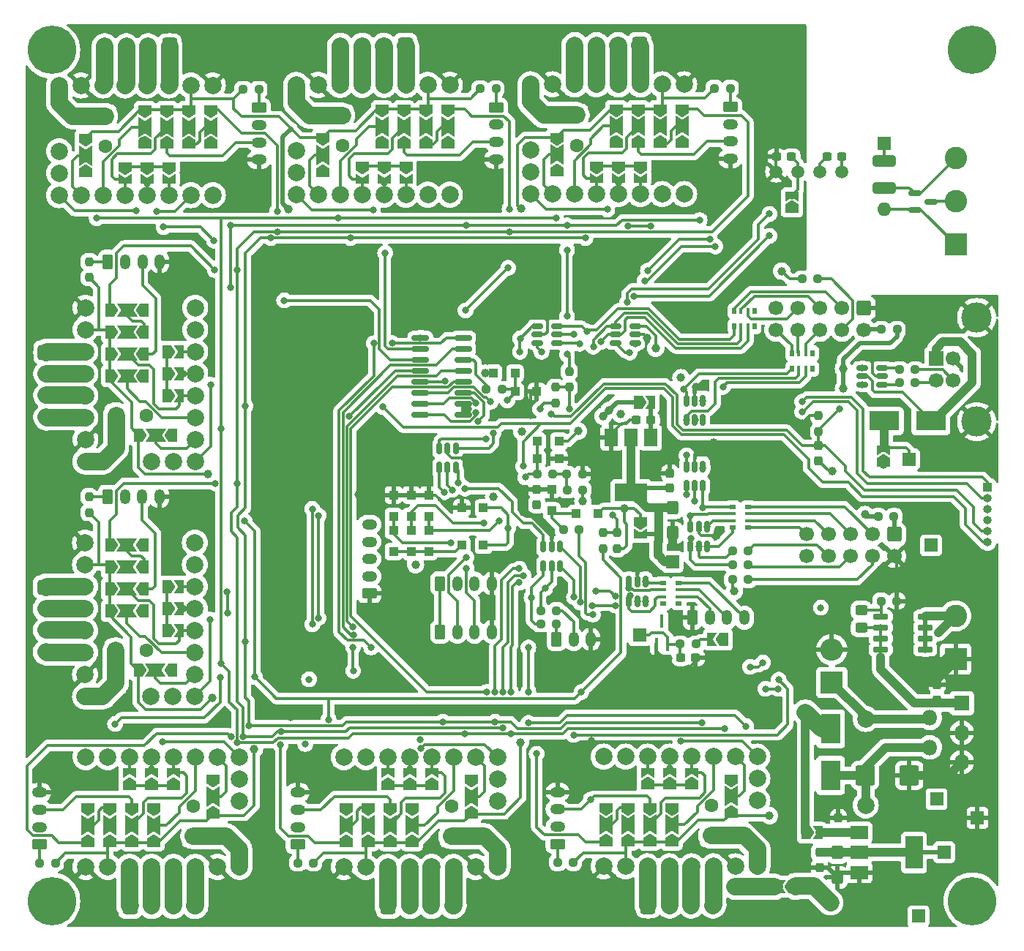
<source format=gbr>
%TF.GenerationSoftware,KiCad,Pcbnew,8.0.6*%
%TF.CreationDate,2025-02-03T11:58:57+03:00*%
%TF.ProjectId,multistepper,6d756c74-6973-4746-9570-7065722e6b69,rev?*%
%TF.SameCoordinates,Original*%
%TF.FileFunction,Copper,L4,Bot*%
%TF.FilePolarity,Positive*%
%FSLAX46Y46*%
G04 Gerber Fmt 4.6, Leading zero omitted, Abs format (unit mm)*
G04 Created by KiCad (PCBNEW 8.0.6) date 2025-02-03 11:58:57*
%MOMM*%
%LPD*%
G01*
G04 APERTURE LIST*
G04 Aperture macros list*
%AMRoundRect*
0 Rectangle with rounded corners*
0 $1 Rounding radius*
0 $2 $3 $4 $5 $6 $7 $8 $9 X,Y pos of 4 corners*
0 Add a 4 corners polygon primitive as box body*
4,1,4,$2,$3,$4,$5,$6,$7,$8,$9,$2,$3,0*
0 Add four circle primitives for the rounded corners*
1,1,$1+$1,$2,$3*
1,1,$1+$1,$4,$5*
1,1,$1+$1,$6,$7*
1,1,$1+$1,$8,$9*
0 Add four rect primitives between the rounded corners*
20,1,$1+$1,$2,$3,$4,$5,0*
20,1,$1+$1,$4,$5,$6,$7,0*
20,1,$1+$1,$6,$7,$8,$9,0*
20,1,$1+$1,$8,$9,$2,$3,0*%
%AMFreePoly0*
4,1,6,1.000000,0.000000,0.500000,-0.750000,-0.500000,-0.750000,-0.500000,0.750000,0.500000,0.750000,1.000000,0.000000,1.000000,0.000000,$1*%
%AMFreePoly1*
4,1,7,0.700000,0.000000,1.200000,-0.750000,-1.200000,-0.750000,-0.700000,0.000000,-1.200000,0.750000,1.200000,0.750000,0.700000,0.000000,0.700000,0.000000,$1*%
%AMFreePoly2*
4,1,6,0.500000,-0.750000,-0.650000,-0.750000,-0.150000,0.000000,-0.650000,0.750000,0.500000,0.750000,0.500000,-0.750000,0.500000,-0.750000,$1*%
G04 Aperture macros list end*
%TA.AperFunction,ComponentPad*%
%ADD10RoundRect,0.250000X0.600000X0.725000X-0.600000X0.725000X-0.600000X-0.725000X0.600000X-0.725000X0*%
%TD*%
%TA.AperFunction,ComponentPad*%
%ADD11O,1.700000X1.950000*%
%TD*%
%TA.AperFunction,ComponentPad*%
%ADD12RoundRect,0.250000X-0.725000X0.600000X-0.725000X-0.600000X0.725000X-0.600000X0.725000X0.600000X0*%
%TD*%
%TA.AperFunction,ComponentPad*%
%ADD13O,1.950000X1.700000*%
%TD*%
%TA.AperFunction,ComponentPad*%
%ADD14RoundRect,0.250000X0.625000X-0.350000X0.625000X0.350000X-0.625000X0.350000X-0.625000X-0.350000X0*%
%TD*%
%TA.AperFunction,ComponentPad*%
%ADD15O,1.750000X1.200000*%
%TD*%
%TA.AperFunction,ComponentPad*%
%ADD16RoundRect,0.250000X-0.600000X0.600000X-0.600000X-0.600000X0.600000X-0.600000X0.600000X0.600000X0*%
%TD*%
%TA.AperFunction,ComponentPad*%
%ADD17C,1.700000*%
%TD*%
%TA.AperFunction,ComponentPad*%
%ADD18C,5.600000*%
%TD*%
%TA.AperFunction,ComponentPad*%
%ADD19R,1.600000X1.600000*%
%TD*%
%TA.AperFunction,ComponentPad*%
%ADD20O,1.600000X1.600000*%
%TD*%
%TA.AperFunction,ComponentPad*%
%ADD21C,1.600000*%
%TD*%
%TA.AperFunction,ComponentPad*%
%ADD22RoundRect,0.250000X-0.350000X-0.625000X0.350000X-0.625000X0.350000X0.625000X-0.350000X0.625000X0*%
%TD*%
%TA.AperFunction,ComponentPad*%
%ADD23O,1.200000X1.750000*%
%TD*%
%TA.AperFunction,ComponentPad*%
%ADD24C,2.000000*%
%TD*%
%TA.AperFunction,ComponentPad*%
%ADD25R,2.600000X2.600000*%
%TD*%
%TA.AperFunction,ComponentPad*%
%ADD26C,2.600000*%
%TD*%
%TA.AperFunction,ComponentPad*%
%ADD27R,1.500000X1.500000*%
%TD*%
%TA.AperFunction,ComponentPad*%
%ADD28R,1.000000X1.000000*%
%TD*%
%TA.AperFunction,ComponentPad*%
%ADD29O,1.000000X1.000000*%
%TD*%
%TA.AperFunction,ComponentPad*%
%ADD30RoundRect,0.250000X-0.625000X0.350000X-0.625000X-0.350000X0.625000X-0.350000X0.625000X0.350000X0*%
%TD*%
%TA.AperFunction,ComponentPad*%
%ADD31RoundRect,0.250000X-0.600000X-0.725000X0.600000X-0.725000X0.600000X0.725000X-0.600000X0.725000X0*%
%TD*%
%TA.AperFunction,ComponentPad*%
%ADD32C,1.500000*%
%TD*%
%TA.AperFunction,ComponentPad*%
%ADD33O,2.600000X2.600000*%
%TD*%
%TA.AperFunction,ComponentPad*%
%ADD34R,1.800000X1.800000*%
%TD*%
%TA.AperFunction,ComponentPad*%
%ADD35O,1.800000X1.800000*%
%TD*%
%TA.AperFunction,ComponentPad*%
%ADD36R,1.700000X1.700000*%
%TD*%
%TA.AperFunction,ComponentPad*%
%ADD37C,3.500000*%
%TD*%
%TA.AperFunction,SMDPad,CuDef*%
%ADD38RoundRect,0.150000X-0.512500X-0.150000X0.512500X-0.150000X0.512500X0.150000X-0.512500X0.150000X0*%
%TD*%
%TA.AperFunction,SMDPad,CuDef*%
%ADD39FreePoly0,90.000000*%
%TD*%
%TA.AperFunction,SMDPad,CuDef*%
%ADD40FreePoly1,90.000000*%
%TD*%
%TA.AperFunction,SMDPad,CuDef*%
%ADD41FreePoly0,270.000000*%
%TD*%
%TA.AperFunction,SMDPad,CuDef*%
%ADD42FreePoly1,270.000000*%
%TD*%
%TA.AperFunction,SMDPad,CuDef*%
%ADD43FreePoly2,90.000000*%
%TD*%
%TA.AperFunction,SMDPad,CuDef*%
%ADD44FreePoly0,180.000000*%
%TD*%
%TA.AperFunction,SMDPad,CuDef*%
%ADD45FreePoly1,180.000000*%
%TD*%
%TA.AperFunction,SMDPad,CuDef*%
%ADD46FreePoly0,0.000000*%
%TD*%
%TA.AperFunction,SMDPad,CuDef*%
%ADD47FreePoly2,0.000000*%
%TD*%
%TA.AperFunction,SMDPad,CuDef*%
%ADD48RoundRect,0.237500X-0.250000X-0.237500X0.250000X-0.237500X0.250000X0.237500X-0.250000X0.237500X0*%
%TD*%
%TA.AperFunction,SMDPad,CuDef*%
%ADD49FreePoly2,270.000000*%
%TD*%
%TA.AperFunction,SMDPad,CuDef*%
%ADD50RoundRect,0.250000X-0.425000X0.537500X-0.425000X-0.537500X0.425000X-0.537500X0.425000X0.537500X0*%
%TD*%
%TA.AperFunction,SMDPad,CuDef*%
%ADD51R,1.000000X1.000000*%
%TD*%
%TA.AperFunction,SMDPad,CuDef*%
%ADD52R,0.500000X0.800000*%
%TD*%
%TA.AperFunction,SMDPad,CuDef*%
%ADD53R,0.400000X0.800000*%
%TD*%
%TA.AperFunction,SMDPad,CuDef*%
%ADD54R,0.800000X0.500000*%
%TD*%
%TA.AperFunction,SMDPad,CuDef*%
%ADD55R,0.800000X0.400000*%
%TD*%
%TA.AperFunction,SMDPad,CuDef*%
%ADD56RoundRect,0.150000X-0.587500X-0.150000X0.587500X-0.150000X0.587500X0.150000X-0.587500X0.150000X0*%
%TD*%
%TA.AperFunction,SMDPad,CuDef*%
%ADD57RoundRect,0.150000X-0.150000X0.512500X-0.150000X-0.512500X0.150000X-0.512500X0.150000X0.512500X0*%
%TD*%
%TA.AperFunction,SMDPad,CuDef*%
%ADD58RoundRect,0.237500X0.250000X0.237500X-0.250000X0.237500X-0.250000X-0.237500X0.250000X-0.237500X0*%
%TD*%
%TA.AperFunction,SMDPad,CuDef*%
%ADD59RoundRect,0.237500X-0.237500X0.300000X-0.237500X-0.300000X0.237500X-0.300000X0.237500X0.300000X0*%
%TD*%
%TA.AperFunction,SMDPad,CuDef*%
%ADD60RoundRect,0.150000X0.825000X0.150000X-0.825000X0.150000X-0.825000X-0.150000X0.825000X-0.150000X0*%
%TD*%
%TA.AperFunction,SMDPad,CuDef*%
%ADD61RoundRect,0.150000X0.512500X0.150000X-0.512500X0.150000X-0.512500X-0.150000X0.512500X-0.150000X0*%
%TD*%
%TA.AperFunction,SMDPad,CuDef*%
%ADD62RoundRect,0.237500X-0.237500X0.250000X-0.237500X-0.250000X0.237500X-0.250000X0.237500X0.250000X0*%
%TD*%
%TA.AperFunction,SMDPad,CuDef*%
%ADD63RoundRect,0.237500X0.300000X0.237500X-0.300000X0.237500X-0.300000X-0.237500X0.300000X-0.237500X0*%
%TD*%
%TA.AperFunction,SMDPad,CuDef*%
%ADD64RoundRect,0.237500X0.237500X-0.250000X0.237500X0.250000X-0.237500X0.250000X-0.237500X-0.250000X0*%
%TD*%
%TA.AperFunction,SMDPad,CuDef*%
%ADD65RoundRect,0.250000X0.450000X-0.325000X0.450000X0.325000X-0.450000X0.325000X-0.450000X-0.325000X0*%
%TD*%
%TA.AperFunction,SMDPad,CuDef*%
%ADD66FreePoly2,180.000000*%
%TD*%
%TA.AperFunction,SMDPad,CuDef*%
%ADD67R,2.300000X3.500000*%
%TD*%
%TA.AperFunction,SMDPad,CuDef*%
%ADD68RoundRect,0.237500X0.237500X-0.300000X0.237500X0.300000X-0.237500X0.300000X-0.237500X-0.300000X0*%
%TD*%
%TA.AperFunction,SMDPad,CuDef*%
%ADD69R,2.000000X1.500000*%
%TD*%
%TA.AperFunction,SMDPad,CuDef*%
%ADD70R,2.000000X3.800000*%
%TD*%
%TA.AperFunction,SMDPad,CuDef*%
%ADD71R,3.500000X2.300000*%
%TD*%
%TA.AperFunction,SMDPad,CuDef*%
%ADD72RoundRect,0.237500X-0.300000X-0.237500X0.300000X-0.237500X0.300000X0.237500X-0.300000X0.237500X0*%
%TD*%
%TA.AperFunction,SMDPad,CuDef*%
%ADD73RoundRect,0.250000X-0.875000X-0.925000X0.875000X-0.925000X0.875000X0.925000X-0.875000X0.925000X0*%
%TD*%
%TA.AperFunction,SMDPad,CuDef*%
%ADD74R,0.450000X1.500000*%
%TD*%
%TA.AperFunction,SMDPad,CuDef*%
%ADD75RoundRect,0.150000X-0.725000X-0.150000X0.725000X-0.150000X0.725000X0.150000X-0.725000X0.150000X0*%
%TD*%
%TA.AperFunction,SMDPad,CuDef*%
%ADD76R,1.500000X2.000000*%
%TD*%
%TA.AperFunction,SMDPad,CuDef*%
%ADD77R,3.800000X2.000000*%
%TD*%
%TA.AperFunction,SMDPad,CuDef*%
%ADD78RoundRect,0.250000X-1.075000X0.400000X-1.075000X-0.400000X1.075000X-0.400000X1.075000X0.400000X0*%
%TD*%
%TA.AperFunction,ViaPad*%
%ADD79C,1.000000*%
%TD*%
%TA.AperFunction,ViaPad*%
%ADD80C,0.800000*%
%TD*%
%TA.AperFunction,Conductor*%
%ADD81C,0.300000*%
%TD*%
%TA.AperFunction,Conductor*%
%ADD82C,0.500000*%
%TD*%
%TA.AperFunction,Conductor*%
%ADD83C,1.000000*%
%TD*%
%TA.AperFunction,Conductor*%
%ADD84C,2.000000*%
%TD*%
%TA.AperFunction,Conductor*%
%ADD85C,0.200000*%
%TD*%
G04 APERTURE END LIST*
D10*
%TO.P,J17,1,Pin_1*%
%TO.N,Net-(J17-Pad1)*%
X99921075Y-41501827D03*
D11*
%TO.P,J17,2,Pin_2*%
%TO.N,Net-(J17-Pad2)*%
X97421075Y-41501827D03*
%TO.P,J17,3,Pin_3*%
%TO.N,Net-(J17-Pad3)*%
X94921075Y-41501827D03*
%TO.P,J17,4,Pin_4*%
%TO.N,Net-(J17-Pad4)*%
X92421075Y-41501827D03*
%TD*%
D12*
%TO.P,J12,1,Pin_1*%
%TO.N,Net-(J12-Pad1)*%
X58374000Y-76974000D03*
D13*
%TO.P,J12,2,Pin_2*%
%TO.N,Net-(J12-Pad2)*%
X58374000Y-79474000D03*
%TO.P,J12,3,Pin_3*%
%TO.N,Net-(J12-Pad3)*%
X58374000Y-81974000D03*
%TO.P,J12,4,Pin_4*%
%TO.N,Net-(J12-Pad4)*%
X58374000Y-84474000D03*
%TD*%
D14*
%TO.P,J6,1,Pin_1*%
%TO.N,GND*%
X95758000Y-104902000D03*
D15*
%TO.P,J6,2,Pin_2*%
%TO.N,Net-(J6-Pad2)*%
X95758000Y-102902000D03*
%TO.P,J6,3,Pin_3*%
%TO.N,Net-(J6-Pad3)*%
X95758000Y-100902000D03*
%TO.P,J6,4,Pin_4*%
%TO.N,Net-(J6-Pad4)*%
X95758000Y-98902000D03*
%TO.P,J6,5,Pin_5*%
%TO.N,Net-(J6-Pad5)*%
X95758000Y-96902000D03*
%TD*%
D16*
%TO.P,J2,1,Pin_1*%
%TO.N,GND*%
X152958800Y-71840700D03*
D17*
%TO.P,J2,2,Pin_2*%
%TO.N,Net-(J2-Pad2)*%
X152958800Y-74380700D03*
%TO.P,J2,3,Pin_3*%
%TO.N,Net-(J2-Pad3)*%
X150418800Y-71840700D03*
%TO.P,J2,4,Pin_4*%
%TO.N,Net-(J2-Pad4)*%
X150418800Y-74380700D03*
%TO.P,J2,5,Pin_5*%
%TO.N,Net-(J2-Pad5)*%
X147878800Y-71840700D03*
%TO.P,J2,6,Pin_6*%
%TO.N,Net-(J2-Pad6)*%
X147878800Y-74380700D03*
%TO.P,J2,7,Pin_7*%
%TO.N,Net-(J2-Pad7)*%
X145338800Y-71840700D03*
%TO.P,J2,8,Pin_8*%
%TO.N,Net-(J2-Pad8)*%
X145338800Y-74380700D03*
%TO.P,J2,9,Pin_9*%
%TO.N,GND*%
X142798800Y-71840700D03*
%TO.P,J2,10,Pin_10*%
%TO.N,Net-(J2-Pad10)*%
X142798800Y-74380700D03*
%TD*%
D14*
%TO.P,J22,1,Pin_1*%
%TO.N,Net-(J22-Pad1)*%
X87466000Y-133934000D03*
D15*
%TO.P,J22,2,Pin_2*%
%TO.N,M5_L0*%
X87466000Y-131934000D03*
%TO.P,J22,3,Pin_3*%
%TO.N,M5_L1*%
X87466000Y-129934000D03*
%TO.P,J22,4,Pin_4*%
%TO.N,GND*%
X87466000Y-127934000D03*
%TD*%
D18*
%TO.P,H4,1*%
%TO.N,N/C*%
X165500000Y-140500000D03*
%TD*%
D19*
%TO.P,SW3,1*%
%TO.N,Net-(R18-Pad1)*%
X155295600Y-52832000D03*
D20*
%TO.P,SW3,2*%
%TO.N,/CANL*%
X155295600Y-60452000D03*
%TD*%
D19*
%TO.P,C24,1*%
%TO.N,/Motors/Vm*%
X105246000Y-132978000D03*
D21*
%TO.P,C24,2*%
%TO.N,GND*%
X105246000Y-129478000D03*
%TD*%
D22*
%TO.P,J5,1,Pin_1*%
%TO.N,Net-(J4-Pad1)*%
X103934000Y-103733600D03*
D23*
%TO.P,J5,2,Pin_2*%
%TO.N,ADC2*%
X105934000Y-103733600D03*
%TO.P,J5,3,Pin_3*%
%TO.N,ADC3*%
X107934000Y-103733600D03*
%TO.P,J5,4,Pin_4*%
%TO.N,GND*%
X109934000Y-103733600D03*
%TD*%
D22*
%TO.P,J11,1,Pin_1*%
%TO.N,Net-(J11-Pad1)*%
X65500000Y-66500000D03*
D23*
%TO.P,J11,2,Pin_2*%
%TO.N,M0_L0*%
X67500000Y-66500000D03*
%TO.P,J11,3,Pin_3*%
%TO.N,M0_L1*%
X69500000Y-66500000D03*
%TO.P,J11,4,Pin_4*%
%TO.N,GND*%
X71500000Y-66500000D03*
%TD*%
D24*
%TO.P,XX5,1,~{EN}*%
%TO.N,/Motors/stepper_M5/~{ENx}*%
X140640000Y-123774000D03*
%TO.P,XX5,2,MS1*%
%TO.N,/Motors/stepper_M5/MS1*%
X138100000Y-123774000D03*
%TO.P,XX5,3,MS2*%
%TO.N,/Motors/stepper_M5/MS2*%
X135560000Y-123774000D03*
%TO.P,XX5,4,SPREAD*%
%TO.N,/Motors/stepper_M5/SPR*%
X133020000Y-123774000D03*
%TO.P,XX5,5,PDN_UART*%
%TO.N,/Motors/stepper_M5/U*%
X130480000Y-123774000D03*
%TO.P,XX5,6,CLK*%
%TO.N,/Motors/stepper_M5/CLK*%
X127940000Y-123774000D03*
%TO.P,XX5,7,STEP*%
%TO.N,/Motors/stepper_M5/STEPx*%
X125400000Y-123774000D03*
%TO.P,XX5,8,DIR*%
%TO.N,/Motors/stepper_M5/DIRx*%
X122860000Y-123774000D03*
%TO.P,XX5,9,GND*%
%TO.N,GND*%
X122860000Y-136474000D03*
%TO.P,XX5,10,VIO*%
%TO.N,Vio*%
X125400000Y-136474000D03*
%TO.P,XX5,11,M1B*%
%TO.N,Net-(J21-Pad1)*%
X127940000Y-136474000D03*
%TO.P,XX5,12,M1A*%
%TO.N,Net-(J21-Pad2)*%
X130480000Y-136474000D03*
%TO.P,XX5,13,M2A*%
%TO.N,Net-(J21-Pad3)*%
X133020000Y-136474000D03*
%TO.P,XX5,14,M2B*%
%TO.N,Net-(J21-Pad4)*%
X135560000Y-136474000D03*
%TO.P,XX5,15,GND*%
%TO.N,GND*%
X138100000Y-136474000D03*
%TO.P,XX5,16,Vmot*%
%TO.N,/Motors/Vm*%
X140640000Y-136474000D03*
%TO.P,XX5,17,DIAG*%
%TO.N,/Motors/DIAG4*%
X140640000Y-126314000D03*
%TO.P,XX5,18,INDEX*%
%TO.N,unconnected-(XX5-Pad18)*%
X140640000Y-128854000D03*
%TD*%
D22*
%TO.P,J13,1,Pin_1*%
%TO.N,Net-(J13-Pad1)*%
X117380000Y-110194000D03*
D23*
%TO.P,J13,2,Pin_2*%
%TO.N,Net-(J13-Pad2)*%
X119380000Y-110194000D03*
%TO.P,J13,3,Pin_3*%
%TO.N,GND*%
X121380000Y-110194000D03*
%TD*%
D24*
%TO.P,XX8,1,~{EN}*%
%TO.N,/Motors/stepper_M8/~{ENx}*%
X75572000Y-116801600D03*
%TO.P,XX8,2,MS1*%
%TO.N,/Motors/stepper_M8/MS1*%
X75572000Y-114261600D03*
%TO.P,XX8,3,MS2*%
%TO.N,/Motors/stepper_M8/MS2*%
X75572000Y-111721600D03*
%TO.P,XX8,4,SPREAD*%
%TO.N,/Motors/stepper_M8/SPR*%
X75572000Y-109181600D03*
%TO.P,XX8,5,PDN_UART*%
%TO.N,/Motors/stepper_M8/U*%
X75572000Y-106641600D03*
%TO.P,XX8,6,CLK*%
%TO.N,/Motors/stepper_M8/CLK*%
X75572000Y-104101600D03*
%TO.P,XX8,7,STEP*%
%TO.N,/Motors/stepper_M8/STEPx*%
X75572000Y-101561600D03*
%TO.P,XX8,8,DIR*%
%TO.N,/Motors/stepper_M8/DIRx*%
X75572000Y-99021600D03*
%TO.P,XX8,9,GND*%
%TO.N,GND*%
X62872000Y-99021600D03*
%TO.P,XX8,10,VIO*%
%TO.N,Vio*%
X62872000Y-101561600D03*
%TO.P,XX8,11,M1B*%
%TO.N,Net-(J27-Pad1)*%
X62872000Y-104101600D03*
%TO.P,XX8,12,M1A*%
%TO.N,Net-(J27-Pad2)*%
X62872000Y-106641600D03*
%TO.P,XX8,13,M2A*%
%TO.N,Net-(J27-Pad3)*%
X62872000Y-109181600D03*
%TO.P,XX8,14,M2B*%
%TO.N,Net-(J27-Pad4)*%
X62872000Y-111721600D03*
%TO.P,XX8,15,GND*%
%TO.N,GND*%
X62872000Y-114261600D03*
%TO.P,XX8,16,Vmot*%
%TO.N,/Motors/Vm*%
X62872000Y-116801600D03*
%TO.P,XX8,17,DIAG*%
%TO.N,/Motors/DIAG7*%
X73032000Y-116801600D03*
%TO.P,XX8,18,INDEX*%
%TO.N,unconnected-(XX8-Pad18)*%
X70492000Y-116801600D03*
%TD*%
%TO.P,XX3,1,~{EN}*%
%TO.N,/Motors/stepper_M3/~{ENx}*%
X87281075Y-58727827D03*
%TO.P,XX3,2,MS1*%
%TO.N,/Motors/stepper_M3/MS1*%
X89821075Y-58727827D03*
%TO.P,XX3,3,MS2*%
%TO.N,/Motors/stepper_M3/MS2*%
X92361075Y-58727827D03*
%TO.P,XX3,4,SPREAD*%
%TO.N,/Motors/stepper_M3/SPR*%
X94901075Y-58727827D03*
%TO.P,XX3,5,PDN_UART*%
%TO.N,/Motors/stepper_M3/U*%
X97441075Y-58727827D03*
%TO.P,XX3,6,CLK*%
%TO.N,/Motors/stepper_M3/CLK*%
X99981075Y-58727827D03*
%TO.P,XX3,7,STEP*%
%TO.N,/Motors/stepper_M3/STEPx*%
X102521075Y-58727827D03*
%TO.P,XX3,8,DIR*%
%TO.N,/Motors/stepper_M3/DIRx*%
X105061075Y-58727827D03*
%TO.P,XX3,9,GND*%
%TO.N,GND*%
X105061075Y-46027827D03*
%TO.P,XX3,10,VIO*%
%TO.N,Vio*%
X102521075Y-46027827D03*
%TO.P,XX3,11,M1B*%
%TO.N,Net-(J17-Pad1)*%
X99981075Y-46027827D03*
%TO.P,XX3,12,M1A*%
%TO.N,Net-(J17-Pad2)*%
X97441075Y-46027827D03*
%TO.P,XX3,13,M2A*%
%TO.N,Net-(J17-Pad3)*%
X94901075Y-46027827D03*
%TO.P,XX3,14,M2B*%
%TO.N,Net-(J17-Pad4)*%
X92361075Y-46027827D03*
%TO.P,XX3,15,GND*%
%TO.N,GND*%
X89821075Y-46027827D03*
%TO.P,XX3,16,Vmot*%
%TO.N,/Motors/Vm*%
X87281075Y-46027827D03*
%TO.P,XX3,17,DIAG*%
%TO.N,/Motors/DIAG2*%
X87281075Y-56187827D03*
%TO.P,XX3,18,INDEX*%
%TO.N,unconnected-(XX3-Pad18)*%
X87281075Y-53647827D03*
%TD*%
D25*
%TO.P,J10,1,Pin_1*%
%TO.N,GND*%
X163576000Y-112482000D03*
D26*
%TO.P,J10,2,Pin_2*%
%TO.N,Net-(J10-Pad2)*%
X163576000Y-107482000D03*
%TD*%
D16*
%TO.P,J3,1,Pin_1*%
%TO.N,Net-(J3-Pad1)*%
X156464000Y-98044000D03*
D17*
%TO.P,J3,2,Pin_2*%
%TO.N,GND*%
X156464000Y-100584000D03*
%TO.P,J3,3,Pin_3*%
%TO.N,Net-(J3-Pad3)*%
X153924000Y-98044000D03*
%TO.P,J3,4,Pin_4*%
%TO.N,Net-(J3-Pad4)*%
X153924000Y-100584000D03*
%TO.P,J3,5,Pin_5*%
%TO.N,Net-(J3-Pad5)*%
X151384000Y-98044000D03*
%TO.P,J3,6,Pin_6*%
%TO.N,Net-(J3-Pad6)*%
X151384000Y-100584000D03*
%TO.P,J3,7,Pin_7*%
%TO.N,Net-(J3-Pad7)*%
X148844000Y-98044000D03*
%TO.P,J3,8,Pin_8*%
%TO.N,Net-(J3-Pad8)*%
X148844000Y-100584000D03*
%TO.P,J3,9,Pin_9*%
%TO.N,Net-(J3-Pad9)*%
X146304000Y-98044000D03*
%TO.P,J3,10,Pin_10*%
%TO.N,GND*%
X146304000Y-100584000D03*
%TD*%
D27*
%TO.P,TP3,1,1*%
%TO.N,GND*%
X166090600Y-130860800D03*
%TD*%
D28*
%TO.P,J1,1,Pin_1*%
%TO.N,/MCU base/SWCLK*%
X167258600Y-92608400D03*
D29*
%TO.P,J1,2,Pin_2*%
%TO.N,/MCU base/SWDIO*%
X167258600Y-93878400D03*
%TO.P,J1,3,Pin_3*%
%TO.N,GND*%
X167258600Y-95148400D03*
%TO.P,J1,4,Pin_4*%
%TO.N,Net-(J1-Pad4)*%
X167258600Y-96418400D03*
%TO.P,J1,5,Pin_5*%
%TO.N,/MCU base/BOOT0*%
X167258600Y-97688400D03*
%TO.P,J1,6,Pin_6*%
%TO.N,/MCU base/NRST*%
X167258600Y-98958400D03*
%TD*%
D14*
%TO.P,J24,1,Pin_1*%
%TO.N,Net-(J24-Pad1)*%
X57604925Y-133934000D03*
D15*
%TO.P,J24,2,Pin_2*%
%TO.N,M6_L0*%
X57604925Y-131934000D03*
%TO.P,J24,3,Pin_3*%
%TO.N,M6_L1*%
X57604925Y-129934000D03*
%TO.P,J24,4,Pin_4*%
%TO.N,GND*%
X57604925Y-127934000D03*
%TD*%
D18*
%TO.P,H1,1*%
%TO.N,N/C*%
X59000000Y-42000000D03*
%TD*%
D19*
%TO.P,C23,1*%
%TO.N,/Motors/Vm*%
X135306000Y-132918000D03*
D21*
%TO.P,C23,2*%
%TO.N,GND*%
X135306000Y-129418000D03*
%TD*%
D10*
%TO.P,J19,1,Pin_1*%
%TO.N,Net-(J19-Pad1)*%
X127026450Y-41440000D03*
D11*
%TO.P,J19,2,Pin_2*%
%TO.N,Net-(J19-Pad2)*%
X124526450Y-41440000D03*
%TO.P,J19,3,Pin_3*%
%TO.N,Net-(J19-Pad3)*%
X122026450Y-41440000D03*
%TO.P,J19,4,Pin_4*%
%TO.N,Net-(J19-Pad4)*%
X119526450Y-41440000D03*
%TD*%
D27*
%TO.P,TP2,1,1*%
%TO.N,Vdrive*%
X159258000Y-142240000D03*
%TD*%
D30*
%TO.P,J14,1,Pin_1*%
%TO.N,Net-(J14-Pad1)*%
X82974000Y-48689654D03*
D15*
%TO.P,J14,2,Pin_2*%
%TO.N,M1_L0*%
X82974000Y-50689654D03*
%TO.P,J14,3,Pin_3*%
%TO.N,M1_L1*%
X82974000Y-52689654D03*
%TO.P,J14,4,Pin_4*%
%TO.N,GND*%
X82974000Y-54689654D03*
%TD*%
D18*
%TO.P,H3,1*%
%TO.N,N/C*%
X59000000Y-140500000D03*
%TD*%
D31*
%TO.P,J23,1,Pin_1*%
%TO.N,Net-(J23-Pad1)*%
X97940000Y-141060000D03*
D11*
%TO.P,J23,2,Pin_2*%
%TO.N,Net-(J23-Pad2)*%
X100440000Y-141060000D03*
%TO.P,J23,3,Pin_3*%
%TO.N,Net-(J23-Pad3)*%
X102940000Y-141060000D03*
%TO.P,J23,4,Pin_4*%
%TO.N,Net-(J23-Pad4)*%
X105440000Y-141060000D03*
%TD*%
D31*
%TO.P,J25,1,Pin_1*%
%TO.N,Net-(J25-Pad1)*%
X68078925Y-141060000D03*
D11*
%TO.P,J25,2,Pin_2*%
%TO.N,Net-(J25-Pad2)*%
X70578925Y-141060000D03*
%TO.P,J25,3,Pin_3*%
%TO.N,Net-(J25-Pad3)*%
X73078925Y-141060000D03*
%TO.P,J25,4,Pin_4*%
%TO.N,Net-(J25-Pad4)*%
X75578925Y-141060000D03*
%TD*%
D24*
%TO.P,XX4,1,~{EN}*%
%TO.N,/Motors/stepper_M4/~{ENx}*%
X114386450Y-58666000D03*
%TO.P,XX4,2,MS1*%
%TO.N,/Motors/stepper_M4/MS1*%
X116926450Y-58666000D03*
%TO.P,XX4,3,MS2*%
%TO.N,/Motors/stepper_M4/MS2*%
X119466450Y-58666000D03*
%TO.P,XX4,4,SPREAD*%
%TO.N,/Motors/stepper_M4/SPR*%
X122006450Y-58666000D03*
%TO.P,XX4,5,PDN_UART*%
%TO.N,/Motors/stepper_M4/U*%
X124546450Y-58666000D03*
%TO.P,XX4,6,CLK*%
%TO.N,/Motors/stepper_M4/CLK*%
X127086450Y-58666000D03*
%TO.P,XX4,7,STEP*%
%TO.N,/Motors/stepper_M4/STEPx*%
X129626450Y-58666000D03*
%TO.P,XX4,8,DIR*%
%TO.N,/Motors/stepper_M4/DIRx*%
X132166450Y-58666000D03*
%TO.P,XX4,9,GND*%
%TO.N,GND*%
X132166450Y-45966000D03*
%TO.P,XX4,10,VIO*%
%TO.N,Vio*%
X129626450Y-45966000D03*
%TO.P,XX4,11,M1B*%
%TO.N,Net-(J19-Pad1)*%
X127086450Y-45966000D03*
%TO.P,XX4,12,M1A*%
%TO.N,Net-(J19-Pad2)*%
X124546450Y-45966000D03*
%TO.P,XX4,13,M2A*%
%TO.N,Net-(J19-Pad3)*%
X122006450Y-45966000D03*
%TO.P,XX4,14,M2B*%
%TO.N,Net-(J19-Pad4)*%
X119466450Y-45966000D03*
%TO.P,XX4,15,GND*%
%TO.N,GND*%
X116926450Y-45966000D03*
%TO.P,XX4,16,Vmot*%
%TO.N,/Motors/Vm*%
X114386450Y-45966000D03*
%TO.P,XX4,17,DIAG*%
%TO.N,/Motors/DIAG3*%
X114386450Y-56126000D03*
%TO.P,XX4,18,INDEX*%
%TO.N,unconnected-(XX4-Pad18)*%
X114386450Y-53586000D03*
%TD*%
D18*
%TO.P,H2,1*%
%TO.N,N/C*%
X165500000Y-42000000D03*
%TD*%
D31*
%TO.P,J21,1,Pin_1*%
%TO.N,Net-(J21-Pad1)*%
X128000000Y-141000000D03*
D11*
%TO.P,J21,2,Pin_2*%
%TO.N,Net-(J21-Pad2)*%
X130500000Y-141000000D03*
%TO.P,J21,3,Pin_3*%
%TO.N,Net-(J21-Pad3)*%
X133000000Y-141000000D03*
%TO.P,J21,4,Pin_4*%
%TO.N,Net-(J21-Pad4)*%
X135500000Y-141000000D03*
%TD*%
D19*
%TO.P,C21,1*%
%TO.N,/Motors/Vm*%
X92615075Y-49583827D03*
D21*
%TO.P,C21,2*%
%TO.N,GND*%
X92615075Y-53083827D03*
%TD*%
D19*
%TO.P,C22,1*%
%TO.N,/Motors/Vm*%
X119720450Y-49522000D03*
D21*
%TO.P,C22,2*%
%TO.N,GND*%
X119720450Y-53022000D03*
%TD*%
D30*
%TO.P,J18,1,Pin_1*%
%TO.N,Net-(J18-Pad1)*%
X137500450Y-48566000D03*
D15*
%TO.P,J18,2,Pin_2*%
%TO.N,M3_L0*%
X137500450Y-50566000D03*
%TO.P,J18,3,Pin_3*%
%TO.N,M3_L1*%
X137500450Y-52566000D03*
%TO.P,J18,4,Pin_4*%
%TO.N,GND*%
X137500450Y-54566000D03*
%TD*%
D32*
%TO.P,Q1,1,GND*%
%TO.N,GND*%
X142798800Y-56083200D03*
%TO.P,Q1,2,Vin*%
%TO.N,Net-(C10-Pad1)*%
X145338800Y-56083200D03*
%TO.P,Q1,3,0V*%
%TO.N,Earth*%
X147878800Y-56083200D03*
%TO.P,Q1,4,+Vo*%
%TO.N,Net-(C11-Pad1)*%
X150418800Y-56083200D03*
%TD*%
D24*
%TO.P,XX6,1,~{EN}*%
%TO.N,/Motors/stepper_M6/~{ENx}*%
X110580000Y-123834000D03*
%TO.P,XX6,2,MS1*%
%TO.N,/Motors/stepper_M6/MS1*%
X108040000Y-123834000D03*
%TO.P,XX6,3,MS2*%
%TO.N,/Motors/stepper_M6/MS2*%
X105500000Y-123834000D03*
%TO.P,XX6,4,SPREAD*%
%TO.N,/Motors/stepper_M6/SPR*%
X102960000Y-123834000D03*
%TO.P,XX6,5,PDN_UART*%
%TO.N,/Motors/stepper_M6/U*%
X100420000Y-123834000D03*
%TO.P,XX6,6,CLK*%
%TO.N,/Motors/stepper_M6/CLK*%
X97880000Y-123834000D03*
%TO.P,XX6,7,STEP*%
%TO.N,/Motors/stepper_M6/STEPx*%
X95340000Y-123834000D03*
%TO.P,XX6,8,DIR*%
%TO.N,/Motors/stepper_M6/DIRx*%
X92800000Y-123834000D03*
%TO.P,XX6,9,GND*%
%TO.N,GND*%
X92800000Y-136534000D03*
%TO.P,XX6,10,VIO*%
%TO.N,Vio*%
X95340000Y-136534000D03*
%TO.P,XX6,11,M1B*%
%TO.N,Net-(J23-Pad1)*%
X97880000Y-136534000D03*
%TO.P,XX6,12,M1A*%
%TO.N,Net-(J23-Pad2)*%
X100420000Y-136534000D03*
%TO.P,XX6,13,M2A*%
%TO.N,Net-(J23-Pad3)*%
X102960000Y-136534000D03*
%TO.P,XX6,14,M2B*%
%TO.N,Net-(J23-Pad4)*%
X105500000Y-136534000D03*
%TO.P,XX6,15,GND*%
%TO.N,GND*%
X108040000Y-136534000D03*
%TO.P,XX6,16,Vmot*%
%TO.N,/Motors/Vm*%
X110580000Y-136534000D03*
%TO.P,XX6,17,DIAG*%
%TO.N,/Motors/DIAG5*%
X110580000Y-126374000D03*
%TO.P,XX6,18,INDEX*%
%TO.N,unconnected-(XX6-Pad18)*%
X110580000Y-128914000D03*
%TD*%
D25*
%TO.P,D26,1,K*%
%TO.N,Net-(D26-Pad1)*%
X149250400Y-115194400D03*
D33*
%TO.P,D26,2,A*%
%TO.N,GND*%
X149250400Y-111384400D03*
%TD*%
D27*
%TO.P,TP6,1,1*%
%TO.N,+3.3VADC*%
X127000000Y-109728000D03*
%TD*%
D19*
%TO.P,C19,1*%
%TO.N,/Motors/Vm*%
X66456000Y-84280000D03*
D21*
%TO.P,C19,2*%
%TO.N,GND*%
X69956000Y-84280000D03*
%TD*%
D34*
%TO.P,U5,1,VIN*%
%TO.N,Vdrive*%
X164287200Y-117602000D03*
D35*
%TO.P,U5,2,VOUT*%
%TO.N,Net-(D26-Pad1)*%
X160587200Y-119302000D03*
%TO.P,U5,3,GND*%
%TO.N,GND*%
X164287200Y-121002000D03*
%TO.P,U5,4,FB*%
%TO.N,Net-(C17-Pad1)*%
X160587200Y-122702000D03*
%TO.P,U5,5,ON/OFF*%
%TO.N,GND*%
X164287200Y-124402000D03*
%TD*%
D12*
%TO.P,J27,1,Pin_1*%
%TO.N,Net-(J27-Pad1)*%
X58346000Y-104161600D03*
D13*
%TO.P,J27,2,Pin_2*%
%TO.N,Net-(J27-Pad2)*%
X58346000Y-106661600D03*
%TO.P,J27,3,Pin_3*%
%TO.N,Net-(J27-Pad3)*%
X58346000Y-109161600D03*
%TO.P,J27,4,Pin_4*%
%TO.N,Net-(J27-Pad4)*%
X58346000Y-111661600D03*
%TD*%
D22*
%TO.P,J7,1,Pin_1*%
%TO.N,GND*%
X133144000Y-107704800D03*
D23*
%TO.P,J7,2,Pin_2*%
%TO.N,Net-(J7-Pad2)*%
X135144000Y-107704800D03*
%TO.P,J7,3,Pin_3*%
%TO.N,Net-(J7-Pad3)*%
X137144000Y-107704800D03*
%TO.P,J7,4,Pin_4*%
%TO.N,Net-(J7-Pad4)*%
X139144000Y-107704800D03*
%TD*%
D27*
%TO.P,TP4,1,1*%
%TO.N,Net-(C17-Pad1)*%
X161366200Y-128701800D03*
%TD*%
D10*
%TO.P,J15,1,Pin_1*%
%TO.N,Net-(J15-Pad1)*%
X72644000Y-41563654D03*
D11*
%TO.P,J15,2,Pin_2*%
%TO.N,Net-(J15-Pad2)*%
X70144000Y-41563654D03*
%TO.P,J15,3,Pin_3*%
%TO.N,Net-(J15-Pad3)*%
X67644000Y-41563654D03*
%TO.P,J15,4,Pin_4*%
%TO.N,Net-(J15-Pad4)*%
X65144000Y-41563654D03*
%TD*%
D24*
%TO.P,L1,1,1*%
%TO.N,Net-(C17-Pad1)*%
X153162000Y-129409200D03*
%TO.P,L1,2,2*%
%TO.N,Net-(D26-Pad1)*%
X153162000Y-119409200D03*
%TD*%
D19*
%TO.P,C20,1*%
%TO.N,/Motors/Vm*%
X65194000Y-49645654D03*
D21*
%TO.P,C20,2*%
%TO.N,GND*%
X65194000Y-53145654D03*
%TD*%
D24*
%TO.P,XX2,1,~{EN}*%
%TO.N,/Motors/stepper_M2/~{ENx}*%
X59860000Y-58789654D03*
%TO.P,XX2,2,MS1*%
%TO.N,/Motors/stepper_M2/MS1*%
X62400000Y-58789654D03*
%TO.P,XX2,3,MS2*%
%TO.N,/Motors/stepper_M2/MS2*%
X64940000Y-58789654D03*
%TO.P,XX2,4,SPREAD*%
%TO.N,/Motors/stepper_M2/SPR*%
X67480000Y-58789654D03*
%TO.P,XX2,5,PDN_UART*%
%TO.N,/Motors/stepper_M2/U*%
X70020000Y-58789654D03*
%TO.P,XX2,6,CLK*%
%TO.N,/Motors/stepper_M2/CLK*%
X72560000Y-58789654D03*
%TO.P,XX2,7,STEP*%
%TO.N,/Motors/stepper_M2/STEPx*%
X75100000Y-58789654D03*
%TO.P,XX2,8,DIR*%
%TO.N,/Motors/stepper_M2/DIRx*%
X77640000Y-58789654D03*
%TO.P,XX2,9,GND*%
%TO.N,GND*%
X77640000Y-46089654D03*
%TO.P,XX2,10,VIO*%
%TO.N,Vio*%
X75100000Y-46089654D03*
%TO.P,XX2,11,M1B*%
%TO.N,Net-(J15-Pad1)*%
X72560000Y-46089654D03*
%TO.P,XX2,12,M1A*%
%TO.N,Net-(J15-Pad2)*%
X70020000Y-46089654D03*
%TO.P,XX2,13,M2A*%
%TO.N,Net-(J15-Pad3)*%
X67480000Y-46089654D03*
%TO.P,XX2,14,M2B*%
%TO.N,Net-(J15-Pad4)*%
X64940000Y-46089654D03*
%TO.P,XX2,15,GND*%
%TO.N,GND*%
X62400000Y-46089654D03*
%TO.P,XX2,16,Vmot*%
%TO.N,/Motors/Vm*%
X59860000Y-46089654D03*
%TO.P,XX2,17,DIAG*%
%TO.N,/Motors/DIAG1*%
X59860000Y-56249654D03*
%TO.P,XX2,18,INDEX*%
%TO.N,unconnected-(XX2-Pad18)*%
X59860000Y-53709654D03*
%TD*%
D25*
%TO.P,J9,1,Pin_1*%
%TO.N,/CANL*%
X163576000Y-64516000D03*
D26*
%TO.P,J9,2,Pin_2*%
%TO.N,Earth*%
X163576000Y-59516000D03*
%TO.P,J9,3,Pin_3*%
%TO.N,/CANH*%
X163576000Y-54516000D03*
%TD*%
D19*
%TO.P,C25,1*%
%TO.N,/Motors/Vm*%
X75384925Y-132978000D03*
D21*
%TO.P,C25,2*%
%TO.N,GND*%
X75384925Y-129478000D03*
%TD*%
D24*
%TO.P,XX7,1,~{EN}*%
%TO.N,/Motors/stepper_M7/~{ENx}*%
X80718925Y-123834000D03*
%TO.P,XX7,2,MS1*%
%TO.N,/Motors/stepper_M7/MS1*%
X78178925Y-123834000D03*
%TO.P,XX7,3,MS2*%
%TO.N,/Motors/stepper_M7/MS2*%
X75638925Y-123834000D03*
%TO.P,XX7,4,SPREAD*%
%TO.N,/Motors/stepper_M7/SPR*%
X73098925Y-123834000D03*
%TO.P,XX7,5,PDN_UART*%
%TO.N,/Motors/stepper_M7/U*%
X70558925Y-123834000D03*
%TO.P,XX7,6,CLK*%
%TO.N,/Motors/stepper_M7/CLK*%
X68018925Y-123834000D03*
%TO.P,XX7,7,STEP*%
%TO.N,/Motors/stepper_M7/STEPx*%
X65478925Y-123834000D03*
%TO.P,XX7,8,DIR*%
%TO.N,/Motors/stepper_M7/DIRx*%
X62938925Y-123834000D03*
%TO.P,XX7,9,GND*%
%TO.N,GND*%
X62938925Y-136534000D03*
%TO.P,XX7,10,VIO*%
%TO.N,Vio*%
X65478925Y-136534000D03*
%TO.P,XX7,11,M1B*%
%TO.N,Net-(J25-Pad1)*%
X68018925Y-136534000D03*
%TO.P,XX7,12,M1A*%
%TO.N,Net-(J25-Pad2)*%
X70558925Y-136534000D03*
%TO.P,XX7,13,M2A*%
%TO.N,Net-(J25-Pad3)*%
X73098925Y-136534000D03*
%TO.P,XX7,14,M2B*%
%TO.N,Net-(J25-Pad4)*%
X75638925Y-136534000D03*
%TO.P,XX7,15,GND*%
%TO.N,GND*%
X78178925Y-136534000D03*
%TO.P,XX7,16,Vmot*%
%TO.N,/Motors/Vm*%
X80718925Y-136534000D03*
%TO.P,XX7,17,DIAG*%
%TO.N,/Motors/DIAG6*%
X80718925Y-126374000D03*
%TO.P,XX7,18,INDEX*%
%TO.N,unconnected-(XX7-Pad18)*%
X80718925Y-128914000D03*
%TD*%
D22*
%TO.P,J26,1,Pin_1*%
%TO.N,Net-(J26-Pad1)*%
X65472000Y-93687600D03*
D23*
%TO.P,J26,2,Pin_2*%
%TO.N,M7_L0*%
X67472000Y-93687600D03*
%TO.P,J26,3,Pin_3*%
%TO.N,M7_L1*%
X69472000Y-93687600D03*
%TO.P,J26,4,Pin_4*%
%TO.N,GND*%
X71472000Y-93687600D03*
%TD*%
D22*
%TO.P,J4,1,Pin_1*%
%TO.N,Net-(J4-Pad1)*%
X103934000Y-109321600D03*
D23*
%TO.P,J4,2,Pin_2*%
%TO.N,ADC0*%
X105934000Y-109321600D03*
%TO.P,J4,3,Pin_3*%
%TO.N,ADC1*%
X107934000Y-109321600D03*
%TO.P,J4,4,Pin_4*%
%TO.N,GND*%
X109934000Y-109321600D03*
%TD*%
D14*
%TO.P,J20,1,Pin_1*%
%TO.N,Net-(J20-Pad1)*%
X117526000Y-133874000D03*
D15*
%TO.P,J20,2,Pin_2*%
%TO.N,M4_L0*%
X117526000Y-131874000D03*
%TO.P,J20,3,Pin_3*%
%TO.N,M4_L1*%
X117526000Y-129874000D03*
%TO.P,J20,4,Pin_4*%
%TO.N,GND*%
X117526000Y-127874000D03*
%TD*%
D30*
%TO.P,J16,1,Pin_1*%
%TO.N,Net-(J16-Pad1)*%
X110395075Y-48627827D03*
D15*
%TO.P,J16,2,Pin_2*%
%TO.N,M2_L0*%
X110395075Y-50627827D03*
%TO.P,J16,3,Pin_3*%
%TO.N,M2_L1*%
X110395075Y-52627827D03*
%TO.P,J16,4,Pin_4*%
%TO.N,GND*%
X110395075Y-54627827D03*
%TD*%
D27*
%TO.P,TP8,1,1*%
%TO.N,Vio*%
X162255200Y-134823200D03*
%TD*%
%TO.P,TP5,1,1*%
%TO.N,+3V3*%
X130810000Y-101244400D03*
%TD*%
D19*
%TO.P,C26,1*%
%TO.N,/Motors/Vm*%
X66428000Y-111467600D03*
D21*
%TO.P,C26,2*%
%TO.N,GND*%
X69928000Y-111467600D03*
%TD*%
D24*
%TO.P,XX1,1,~{EN}*%
%TO.N,/Motors/stepper_M1/~{ENx}*%
X75600000Y-89614000D03*
%TO.P,XX1,2,MS1*%
%TO.N,/Motors/stepper_M1/MS1*%
X75600000Y-87074000D03*
%TO.P,XX1,3,MS2*%
%TO.N,/Motors/stepper_M1/MS2*%
X75600000Y-84534000D03*
%TO.P,XX1,4,SPREAD*%
%TO.N,/Motors/stepper_M1/SPR*%
X75600000Y-81994000D03*
%TO.P,XX1,5,PDN_UART*%
%TO.N,/Motors/stepper_M1/U*%
X75600000Y-79454000D03*
%TO.P,XX1,6,CLK*%
%TO.N,/Motors/stepper_M1/CLK*%
X75600000Y-76914000D03*
%TO.P,XX1,7,STEP*%
%TO.N,/Motors/stepper_M1/STEPx*%
X75600000Y-74374000D03*
%TO.P,XX1,8,DIR*%
%TO.N,/Motors/stepper_M1/DIRx*%
X75600000Y-71834000D03*
%TO.P,XX1,9,GND*%
%TO.N,GND*%
X62900000Y-71834000D03*
%TO.P,XX1,10,VIO*%
%TO.N,Vio*%
X62900000Y-74374000D03*
%TO.P,XX1,11,M1B*%
%TO.N,Net-(J12-Pad1)*%
X62900000Y-76914000D03*
%TO.P,XX1,12,M1A*%
%TO.N,Net-(J12-Pad2)*%
X62900000Y-79454000D03*
%TO.P,XX1,13,M2A*%
%TO.N,Net-(J12-Pad3)*%
X62900000Y-81994000D03*
%TO.P,XX1,14,M2B*%
%TO.N,Net-(J12-Pad4)*%
X62900000Y-84534000D03*
%TO.P,XX1,15,GND*%
%TO.N,GND*%
X62900000Y-87074000D03*
%TO.P,XX1,16,Vmot*%
%TO.N,/Motors/Vm*%
X62900000Y-89614000D03*
%TO.P,XX1,17,DIAG*%
%TO.N,/Motors/DIAG0*%
X73060000Y-89614000D03*
%TO.P,XX1,18,INDEX*%
%TO.N,unconnected-(XX1-Pad18)*%
X70520000Y-89614000D03*
%TD*%
D36*
%TO.P,J8,1,VBUS*%
%TO.N,/VB*%
X161290000Y-77730000D03*
D17*
%TO.P,J8,2,D-*%
%TO.N,Net-(J8-Pad2)*%
X161290000Y-80230000D03*
%TO.P,J8,3,D+*%
%TO.N,Net-(J8-Pad3)*%
X163290000Y-80230000D03*
%TO.P,J8,4,GND*%
%TO.N,GND*%
X163290000Y-77730000D03*
D37*
%TO.P,J8,5,Shield*%
X166000000Y-72960000D03*
X166000000Y-85000000D03*
%TD*%
D27*
%TO.P,TP1,1,1*%
%TO.N,Net-(D22-Pad1)*%
X158167500Y-89348000D03*
%TD*%
D38*
%TO.P,D3,1,K*%
%TO.N,M1_L1*%
X115189000Y-75880000D03*
%TO.P,D3,2,A*%
%TO.N,GND*%
X115189000Y-74930000D03*
%TO.P,D3,3,K*%
%TO.N,M1_L0*%
X115189000Y-73980000D03*
%TO.P,D3,4,K*%
%TO.N,/MCU base/BTN6*%
X117464000Y-73980000D03*
%TO.P,D3,5,K*%
%TO.N,M2_L0*%
X117464000Y-74930000D03*
%TO.P,D3,6,K*%
%TO.N,M2_L1*%
X117464000Y-75880000D03*
%TD*%
D39*
%TO.P,JP36,1,A*%
%TO.N,M3_L1*%
X126832450Y-52792000D03*
D40*
%TO.P,JP36,2,C*%
%TO.N,/Motors/stepper_M4/SPR*%
X126832450Y-50792000D03*
D41*
%TO.P,JP36,3,B*%
%TO.N,Vio*%
X126832450Y-48792000D03*
%TD*%
%TO.P,JP51,1,A*%
%TO.N,/Motors/SCK*%
X100674000Y-129708000D03*
D42*
%TO.P,JP51,2,C*%
%TO.N,/Motors/stepper_M6/MS2*%
X100674000Y-131708000D03*
D39*
%TO.P,JP51,3,B*%
%TO.N,Vio*%
X100674000Y-133708000D03*
%TD*%
%TO.P,JP1,1,A*%
%TO.N,+5V*%
X144627600Y-60364200D03*
D43*
%TO.P,JP1,2,B*%
%TO.N,Net-(C10-Pad1)*%
X144627600Y-58914200D03*
%TD*%
D41*
%TO.P,JP42,1,A*%
%TO.N,/Motors/MOSI*%
X137592000Y-126346000D03*
D42*
%TO.P,JP42,2,C*%
%TO.N,/Motors/stepper_M5/MS1*%
X137592000Y-128346000D03*
D39*
%TO.P,JP42,3,B*%
%TO.N,Vio*%
X137592000Y-130346000D03*
%TD*%
D44*
%TO.P,JP67,1,A*%
%TO.N,/Motors/SCK*%
X69698000Y-106895600D03*
D45*
%TO.P,JP67,2,C*%
%TO.N,/Motors/stepper_M8/MS2*%
X67698000Y-106895600D03*
D46*
%TO.P,JP67,3,B*%
%TO.N,Vio*%
X65698000Y-106895600D03*
%TD*%
D39*
%TO.P,JP46,1,A*%
%TO.N,Net-(JP45-Pad1)*%
X130480000Y-127039000D03*
D43*
%TO.P,JP46,2,B*%
%TO.N,/Motors/stepper_M5/U*%
X130480000Y-125589000D03*
%TD*%
D44*
%TO.P,JP64,1,A*%
%TO.N,Net-(JP64-Pad1)*%
X69698000Y-101815600D03*
D45*
%TO.P,JP64,2,C*%
%TO.N,/Motors/stepper_M8/U*%
X67698000Y-101815600D03*
D46*
%TO.P,JP64,3,B*%
%TO.N,Vio*%
X65698000Y-101815600D03*
%TD*%
D39*
%TO.P,JP26,1,A*%
%TO.N,/Motors/MOSI*%
X90329075Y-56155827D03*
D40*
%TO.P,JP26,2,C*%
%TO.N,/Motors/stepper_M3/MS1*%
X90329075Y-54155827D03*
D41*
%TO.P,JP26,3,B*%
%TO.N,Vio*%
X90329075Y-52155827D03*
%TD*%
D39*
%TO.P,JP18,1,A*%
%TO.N,/Motors/MOSI*%
X62908000Y-56217654D03*
D40*
%TO.P,JP18,2,C*%
%TO.N,/Motors/stepper_M2/MS1*%
X62908000Y-54217654D03*
D41*
%TO.P,JP18,3,B*%
%TO.N,Vio*%
X62908000Y-52217654D03*
%TD*%
D46*
%TO.P,JP5,1,A*%
%TO.N,+5V*%
X126833800Y-82753200D03*
D47*
%TO.P,JP5,2,B*%
%TO.N,Net-(C15-Pad1)*%
X128283800Y-82753200D03*
%TD*%
D48*
%TO.P,R5,1*%
%TO.N,+5V*%
X137771500Y-103276400D03*
%TO.P,R5,2*%
%TO.N,Net-(J3-Pad4)*%
X139596500Y-103276400D03*
%TD*%
D27*
%TO.P,TP7,1,1*%
%TO.N,+5V*%
X160731200Y-99314000D03*
%TD*%
D41*
%TO.P,JP38,1,A*%
%TO.N,Net-(JP37-Pad1)*%
X124546450Y-55401000D03*
D49*
%TO.P,JP38,2,B*%
%TO.N,/Motors/stepper_M4/U*%
X124546450Y-56851000D03*
%TD*%
D48*
%TO.P,R8,1*%
%TO.N,/MCU base/A4*%
X118213500Y-97536000D03*
%TO.P,R8,2*%
%TO.N,ADC4*%
X120038500Y-97536000D03*
%TD*%
%TO.P,R12,1*%
%TO.N,ADC5*%
X118619900Y-92913200D03*
%TO.P,R12,2*%
%TO.N,+5V*%
X120444900Y-92913200D03*
%TD*%
D50*
%TO.P,C28,1*%
%TO.N,Vio*%
X149910800Y-134874000D03*
%TO.P,C28,2*%
%TO.N,GND*%
X149910800Y-137749000D03*
%TD*%
D51*
%TO.P,D20,1,K*%
%TO.N,/MCU base/A4*%
X116840000Y-95331600D03*
%TO.P,D20,2,A*%
%TO.N,GND*%
X116840000Y-92831600D03*
%TD*%
%TO.P,D23,1,K*%
%TO.N,/MCU base/Diagn*%
X112623600Y-81483200D03*
%TO.P,D23,2,A*%
%TO.N,GND*%
X115123600Y-81483200D03*
%TD*%
D46*
%TO.P,JP7,1,A*%
%TO.N,+5V*%
X146239400Y-132588000D03*
D47*
%TO.P,JP7,2,B*%
%TO.N,Net-(C27-Pad1)*%
X147689400Y-132588000D03*
%TD*%
D52*
%TO.P,RN3,1,R1.1*%
%TO.N,unconnected-(RN3-Pad1)*%
X147021400Y-78903400D03*
D53*
%TO.P,RN3,2,R2.1*%
%TO.N,/MCU base/BTN1*%
X146221400Y-78903400D03*
%TO.P,RN3,3,R3.1*%
%TO.N,/MCU base/BTN2_SDA*%
X145421400Y-78903400D03*
D52*
%TO.P,RN3,4,R4.1*%
%TO.N,/MCU base/BTN3_SCL*%
X144621400Y-78903400D03*
%TO.P,RN3,5,R4.2*%
%TO.N,Net-(J2-Pad10)*%
X144621400Y-77103400D03*
D53*
%TO.P,RN3,6,R3.2*%
%TO.N,Net-(J2-Pad8)*%
X145421400Y-77103400D03*
%TO.P,RN3,7,R2.2*%
%TO.N,Net-(J2-Pad6)*%
X146221400Y-77103400D03*
D52*
%TO.P,RN3,8,R1.2*%
%TO.N,unconnected-(RN3-Pad8)*%
X147021400Y-77103400D03*
%TD*%
D41*
%TO.P,JP29,1,A*%
%TO.N,Net-(JP29-Pad1)*%
X94901075Y-55462827D03*
D49*
%TO.P,JP29,2,B*%
%TO.N,/Motors/stepper_M3/SPR*%
X94901075Y-56912827D03*
%TD*%
D46*
%TO.P,JP70,1,A*%
%TO.N,Net-(JP69-Pad1)*%
X72307000Y-106641600D03*
D47*
%TO.P,JP70,2,B*%
%TO.N,/Motors/stepper_M8/U*%
X73757000Y-106641600D03*
%TD*%
D51*
%TO.P,D10,1,K*%
%TO.N,MCU3v3*%
X100584000Y-100056000D03*
%TO.P,D10,2,A*%
%TO.N,/MCU base/A1*%
X100584000Y-97556000D03*
%TD*%
%TO.P,D17,1,K*%
%TO.N,/MCU base/A1*%
X100584000Y-95992000D03*
%TO.P,D17,2,A*%
%TO.N,GND*%
X100584000Y-93492000D03*
%TD*%
D41*
%TO.P,JP49,1,A*%
%TO.N,/Motors/USART4-7*%
X93054000Y-129708000D03*
D42*
%TO.P,JP49,2,C*%
%TO.N,Net-(JP48-Pad1)*%
X93054000Y-131708000D03*
D39*
%TO.P,JP49,3,B*%
%TO.N,/Motors/MISO*%
X93054000Y-133708000D03*
%TD*%
%TO.P,JP27,1,A*%
%TO.N,/Motors/SCK*%
X97187075Y-52853827D03*
D40*
%TO.P,JP27,2,C*%
%TO.N,/Motors/stepper_M3/MS2*%
X97187075Y-50853827D03*
D41*
%TO.P,JP27,3,B*%
%TO.N,Vio*%
X97187075Y-48853827D03*
%TD*%
%TO.P,JP50,1,A*%
%TO.N,/Motors/MOSI*%
X107532000Y-126406000D03*
D42*
%TO.P,JP50,2,C*%
%TO.N,/Motors/stepper_M6/MS1*%
X107532000Y-128406000D03*
D39*
%TO.P,JP50,3,B*%
%TO.N,Vio*%
X107532000Y-130406000D03*
%TD*%
D54*
%TO.P,RN4,1,R1.1*%
%TO.N,/MCU base/SCRN_DCRS*%
X137784000Y-97262800D03*
D55*
%TO.P,RN4,2,R2.1*%
%TO.N,/MCU base/SCRN_MOSI*%
X137784000Y-96462800D03*
%TO.P,RN4,3,R3.1*%
%TO.N,/MCU base/SCRN_RST*%
X137784000Y-95662800D03*
D54*
%TO.P,RN4,4,R4.1*%
%TO.N,/MCU base/SCRN_CS*%
X137784000Y-94862800D03*
%TO.P,RN4,5,R4.2*%
%TO.N,Net-(J3-Pad3)*%
X139584000Y-94862800D03*
D55*
%TO.P,RN4,6,R3.2*%
%TO.N,Net-(J3-Pad5)*%
X139584000Y-95662800D03*
%TO.P,RN4,7,R2.2*%
%TO.N,Net-(J3-Pad7)*%
X139584000Y-96462800D03*
D54*
%TO.P,RN4,8,R1.2*%
%TO.N,Net-(J3-Pad9)*%
X139584000Y-97262800D03*
%TD*%
D39*
%TO.P,JP24,1,A*%
%TO.N,Net-(JP24-Pad1)*%
X102267075Y-52853827D03*
D40*
%TO.P,JP24,2,C*%
%TO.N,/Motors/stepper_M3/U*%
X102267075Y-50853827D03*
D41*
%TO.P,JP24,3,B*%
%TO.N,Vio*%
X102267075Y-48853827D03*
%TD*%
D56*
%TO.P,D24,1,K*%
%TO.N,/CANL*%
X158828500Y-60487600D03*
%TO.P,D24,2,K*%
%TO.N,/CANH*%
X158828500Y-58587600D03*
%TO.P,D24,3,O*%
%TO.N,Earth*%
X160703500Y-59537600D03*
%TD*%
D57*
%TO.P,D4,1,K*%
%TO.N,M0_L0*%
X103850400Y-88067300D03*
%TO.P,D4,2,A*%
%TO.N,GND*%
X104800400Y-88067300D03*
%TO.P,D4,3,K*%
%TO.N,M0_L1*%
X105750400Y-88067300D03*
%TO.P,D4,4,K*%
%TO.N,/MCU base/MOT_MUL2*%
X105750400Y-90342300D03*
%TO.P,D4,5,K*%
%TO.N,/MCU base/MOT_MUL1*%
X104800400Y-90342300D03*
%TO.P,D4,6,K*%
%TO.N,/MCU base/MOT_MUL0*%
X103850400Y-90342300D03*
%TD*%
D46*
%TO.P,JP15,1,A*%
%TO.N,Net-(JP13-Pad1)*%
X72335000Y-76914000D03*
D47*
%TO.P,JP15,2,B*%
%TO.N,/Motors/stepper_M1/CLK*%
X73785000Y-76914000D03*
%TD*%
D58*
%TO.P,R16,1*%
%TO.N,Net-(J8-Pad2)*%
X158900500Y-80524000D03*
%TO.P,R16,2*%
%TO.N,Net-(R16-Pad2)*%
X157075500Y-80524000D03*
%TD*%
D48*
%TO.P,R6,1*%
%TO.N,DIAGNOST*%
X109272700Y-81280000D03*
%TO.P,R6,2*%
%TO.N,/MCU base/Diagn*%
X111097700Y-81280000D03*
%TD*%
D44*
%TO.P,JP10,1,A*%
%TO.N,/Motors/MOSI*%
X73028000Y-86566000D03*
D45*
%TO.P,JP10,2,C*%
%TO.N,/Motors/stepper_M1/MS1*%
X71028000Y-86566000D03*
D46*
%TO.P,JP10,3,B*%
%TO.N,Vio*%
X69028000Y-86566000D03*
%TD*%
%TO.P,JP13,1,A*%
%TO.N,Net-(JP13-Pad1)*%
X72335000Y-81994000D03*
D47*
%TO.P,JP13,2,B*%
%TO.N,/Motors/stepper_M1/SPR*%
X73785000Y-81994000D03*
%TD*%
D59*
%TO.P,C29,1*%
%TO.N,Vio*%
X147828000Y-134875100D03*
%TO.P,C29,2*%
%TO.N,GND*%
X147828000Y-136600100D03*
%TD*%
D44*
%TO.P,JP8,1,A*%
%TO.N,Net-(JP8-Pad1)*%
X69726000Y-74628000D03*
D45*
%TO.P,JP8,2,C*%
%TO.N,/Motors/stepper_M1/U*%
X67726000Y-74628000D03*
D46*
%TO.P,JP8,3,B*%
%TO.N,Vio*%
X65726000Y-74628000D03*
%TD*%
D58*
%TO.P,R34,1*%
%TO.N,Net-(J2-Pad4)*%
X147622900Y-68503800D03*
%TO.P,R34,2*%
%TO.N,+5V*%
X145797900Y-68503800D03*
%TD*%
D60*
%TO.P,U7,1,Y4*%
%TO.N,/Motors/DIAG4*%
X106615000Y-75311000D03*
%TO.P,U7,2,Y6*%
%TO.N,/Motors/DIAG6*%
X106615000Y-76581000D03*
%TO.P,U7,3,Z*%
%TO.N,DIAGNOST*%
X106615000Y-77851000D03*
%TO.P,U7,4,Y7*%
%TO.N,/Motors/DIAG7*%
X106615000Y-79121000D03*
%TO.P,U7,5,Y5*%
%TO.N,/Motors/DIAG5*%
X106615000Y-80391000D03*
%TO.P,U7,6,~{E}*%
%TO.N,MUL_EN*%
X106615000Y-81661000D03*
%TO.P,U7,7,VEE*%
%TO.N,GND*%
X106615000Y-82931000D03*
%TO.P,U7,8,GND*%
X106615000Y-84201000D03*
%TO.P,U7,9,S2*%
%TO.N,MUL2*%
X101665000Y-84201000D03*
%TO.P,U7,10,S1*%
%TO.N,MUL1*%
X101665000Y-82931000D03*
%TO.P,U7,11,S0*%
%TO.N,MUL0*%
X101665000Y-81661000D03*
%TO.P,U7,12,Y3*%
%TO.N,/Motors/DIAG3*%
X101665000Y-80391000D03*
%TO.P,U7,13,Y0*%
%TO.N,/Motors/DIAG0*%
X101665000Y-79121000D03*
%TO.P,U7,14,Y1*%
%TO.N,/Motors/DIAG1*%
X101665000Y-77851000D03*
%TO.P,U7,15,Y2*%
%TO.N,/Motors/DIAG2*%
X101665000Y-76581000D03*
%TO.P,U7,16,VCC*%
%TO.N,Vio*%
X101665000Y-75311000D03*
%TD*%
D51*
%TO.P,D12,1,K*%
%TO.N,MCU3v3*%
X106446000Y-99314000D03*
%TO.P,D12,2,A*%
%TO.N,/MCU base/A3*%
X108946000Y-99314000D03*
%TD*%
D61*
%TO.P,D2,1,K*%
%TO.N,/MCU base/SWCLK*%
X126492000Y-73980000D03*
%TO.P,D2,2,A*%
%TO.N,GND*%
X126492000Y-74930000D03*
%TO.P,D2,3,K*%
%TO.N,M3_L0*%
X126492000Y-75880000D03*
%TO.P,D2,4,K*%
%TO.N,M3_L1*%
X124217000Y-75880000D03*
%TO.P,D2,5,K*%
%TO.N,/MCU base/BTN4*%
X124217000Y-74930000D03*
%TO.P,D2,6,K*%
%TO.N,/MCU base/BTN5*%
X124217000Y-73980000D03*
%TD*%
D44*
%TO.P,JP66,1,A*%
%TO.N,/Motors/MOSI*%
X73000000Y-113753600D03*
D45*
%TO.P,JP66,2,C*%
%TO.N,/Motors/stepper_M8/MS1*%
X71000000Y-113753600D03*
D46*
%TO.P,JP66,3,B*%
%TO.N,Vio*%
X69000000Y-113753600D03*
%TD*%
D41*
%TO.P,JP48,1,A*%
%TO.N,Net-(JP48-Pad1)*%
X95594000Y-129708000D03*
D42*
%TO.P,JP48,2,C*%
%TO.N,/Motors/stepper_M6/U*%
X95594000Y-131708000D03*
D39*
%TO.P,JP48,3,B*%
%TO.N,Vio*%
X95594000Y-133708000D03*
%TD*%
D61*
%TO.P,U3,1,I/O1*%
%TO.N,Net-(R17-Pad2)*%
X155061500Y-78812000D03*
%TO.P,U3,2,GND*%
%TO.N,GND*%
X155061500Y-79762000D03*
%TO.P,U3,3,I/O2*%
%TO.N,Net-(R16-Pad2)*%
X155061500Y-80712000D03*
%TO.P,U3,4,I/O2*%
%TO.N,USB_DM*%
X152786500Y-80712000D03*
%TO.P,U3,5,VBUS*%
%TO.N,/VB*%
X152786500Y-79762000D03*
%TO.P,U3,6,I/O1*%
%TO.N,USB_DP*%
X152786500Y-78812000D03*
%TD*%
D48*
%TO.P,R28,1*%
%TO.N,Vio*%
X135671650Y-46423200D03*
%TO.P,R28,2*%
%TO.N,Net-(J18-Pad1)*%
X137496650Y-46423200D03*
%TD*%
D39*
%TO.P,JP63,1,A*%
%TO.N,Net-(JP61-Pad1)*%
X68018925Y-127099000D03*
D43*
%TO.P,JP63,2,B*%
%TO.N,/Motors/stepper_M7/CLK*%
X68018925Y-125649000D03*
%TD*%
D62*
%TO.P,R37,1*%
%TO.N,USART3_TX*%
X124434600Y-97868100D03*
%TO.P,R37,2*%
%TO.N,MCU3v3*%
X124434600Y-99693100D03*
%TD*%
D51*
%TO.P,D19,1,K*%
%TO.N,/MCU base/A3*%
X108946000Y-94996000D03*
%TO.P,D19,2,A*%
%TO.N,GND*%
X106446000Y-94996000D03*
%TD*%
D48*
%TO.P,R26,1*%
%TO.N,Vio*%
X81145200Y-46546854D03*
%TO.P,R26,2*%
%TO.N,Net-(J14-Pad1)*%
X82970200Y-46546854D03*
%TD*%
D39*
%TO.P,JP17,1,A*%
%TO.N,/Motors/USART0-3*%
X77386000Y-52915654D03*
D40*
%TO.P,JP17,2,C*%
%TO.N,Net-(JP16-Pad1)*%
X77386000Y-50915654D03*
D41*
%TO.P,JP17,3,B*%
%TO.N,/Motors/MISO*%
X77386000Y-48915654D03*
%TD*%
D48*
%TO.P,R27,1*%
%TO.N,Vio*%
X108566275Y-46485027D03*
%TO.P,R27,2*%
%TO.N,Net-(J16-Pad1)*%
X110391275Y-46485027D03*
%TD*%
D39*
%TO.P,JP45,1,A*%
%TO.N,Net-(JP45-Pad1)*%
X133020000Y-127039000D03*
D43*
%TO.P,JP45,2,B*%
%TO.N,/Motors/stepper_M5/SPR*%
X133020000Y-125589000D03*
%TD*%
D39*
%TO.P,JP25,1,A*%
%TO.N,/Motors/USART0-3*%
X104807075Y-52853827D03*
D40*
%TO.P,JP25,2,C*%
%TO.N,Net-(JP24-Pad1)*%
X104807075Y-50853827D03*
D41*
%TO.P,JP25,3,B*%
%TO.N,/Motors/MISO*%
X104807075Y-48853827D03*
%TD*%
D63*
%TO.P,C10,1*%
%TO.N,Net-(C10-Pad1)*%
X144575700Y-54356000D03*
%TO.P,C10,2*%
%TO.N,GND*%
X142850700Y-54356000D03*
%TD*%
D64*
%TO.P,R32,1*%
%TO.N,Vio*%
X63329200Y-95516400D03*
%TO.P,R32,2*%
%TO.N,Net-(J26-Pad1)*%
X63329200Y-93691400D03*
%TD*%
D51*
%TO.P,D9,1,K*%
%TO.N,MCU3v3*%
X98552000Y-100056000D03*
%TO.P,D9,2,A*%
%TO.N,/MCU base/A0*%
X98552000Y-97556000D03*
%TD*%
%TO.P,D15,1,K*%
%TO.N,MCU3v3*%
X110103600Y-79400400D03*
%TO.P,D15,2,A*%
%TO.N,/MCU base/Diagn*%
X112603600Y-79400400D03*
%TD*%
D39*
%TO.P,JP28,1,A*%
%TO.N,M2_L1*%
X99727075Y-52853827D03*
D40*
%TO.P,JP28,2,C*%
%TO.N,/Motors/stepper_M3/SPR*%
X99727075Y-50853827D03*
D41*
%TO.P,JP28,3,B*%
%TO.N,Vio*%
X99727075Y-48853827D03*
%TD*%
D65*
%TO.P,D25,1,K*%
%TO.N,Vdrive*%
X152654000Y-108873400D03*
%TO.P,D25,2,A*%
%TO.N,Net-(D25-Pad2)*%
X152654000Y-106823400D03*
%TD*%
D48*
%TO.P,R19,1*%
%TO.N,Net-(D25-Pad2)*%
X154941900Y-105765600D03*
%TO.P,R19,2*%
%TO.N,GND*%
X156766900Y-105765600D03*
%TD*%
D41*
%TO.P,JP37,1,A*%
%TO.N,Net-(JP37-Pad1)*%
X122006450Y-55401000D03*
D49*
%TO.P,JP37,2,B*%
%TO.N,/Motors/stepper_M4/SPR*%
X122006450Y-56851000D03*
%TD*%
D51*
%TO.P,D21,1,K*%
%TO.N,/MCU base/A5*%
X115183600Y-89306400D03*
%TO.P,D21,2,A*%
%TO.N,GND*%
X117683600Y-89306400D03*
%TD*%
D39*
%TO.P,JP19,1,A*%
%TO.N,/Motors/SCK*%
X69766000Y-52915654D03*
D40*
%TO.P,JP19,2,C*%
%TO.N,/Motors/stepper_M2/MS2*%
X69766000Y-50915654D03*
D41*
%TO.P,JP19,3,B*%
%TO.N,Vio*%
X69766000Y-48915654D03*
%TD*%
D58*
%TO.P,R7,1*%
%TO.N,ADC5*%
X116992400Y-91084400D03*
%TO.P,R7,2*%
%TO.N,/MCU base/A5*%
X115167400Y-91084400D03*
%TD*%
D52*
%TO.P,RN1,1,R1.1*%
%TO.N,Net-(J2-Pad3)*%
X137941200Y-72201200D03*
D53*
%TO.P,RN1,2,R2.1*%
%TO.N,Net-(J2-Pad5)*%
X138741200Y-72201200D03*
%TO.P,RN1,3,R3.1*%
%TO.N,Net-(J2-Pad7)*%
X139541200Y-72201200D03*
D52*
%TO.P,RN1,4,R4.1*%
%TO.N,unconnected-(RN1-Pad4)*%
X140341200Y-72201200D03*
%TO.P,RN1,5,R4.2*%
%TO.N,unconnected-(RN1-Pad5)*%
X140341200Y-74001200D03*
D53*
%TO.P,RN1,6,R3.2*%
%TO.N,/MCU base/BTN4*%
X139541200Y-74001200D03*
%TO.P,RN1,7,R2.2*%
%TO.N,/MCU base/BTN5*%
X138741200Y-74001200D03*
D52*
%TO.P,RN1,8,R1.2*%
%TO.N,/MCU base/BTN6*%
X137941200Y-74001200D03*
%TD*%
D44*
%TO.P,JP4,1,A*%
%TO.N,+5V*%
X136804400Y-110236000D03*
D66*
%TO.P,JP4,2,B*%
%TO.N,Net-(JP4-Pad2)*%
X135354400Y-110236000D03*
%TD*%
D57*
%TO.P,D7,1,K*%
%TO.N,/MCU base/SCRN_RST*%
X132908000Y-97160500D03*
%TO.P,D7,2,A*%
%TO.N,GND*%
X133858000Y-97160500D03*
%TO.P,D7,3,K*%
%TO.N,/MCU base/SCRN_MOSI*%
X134808000Y-97160500D03*
%TO.P,D7,4,K*%
%TO.N,/MCU base/SCRN_DCRS*%
X134808000Y-99435500D03*
%TO.P,D7,5,K*%
%TO.N,/MCU base/SCRN_SCK*%
X133858000Y-99435500D03*
%TO.P,D7,6,K*%
%TO.N,/MCU base/SCRN_MISO*%
X132908000Y-99435500D03*
%TD*%
D39*
%TO.P,JP32,1,A*%
%TO.N,Net-(JP32-Pad1)*%
X129372450Y-52792000D03*
D40*
%TO.P,JP32,2,C*%
%TO.N,/Motors/stepper_M4/U*%
X129372450Y-50792000D03*
D41*
%TO.P,JP32,3,B*%
%TO.N,Vio*%
X129372450Y-48792000D03*
%TD*%
D39*
%TO.P,JP2,1,A*%
%TO.N,+5V*%
X155197900Y-89703600D03*
D43*
%TO.P,JP2,2,B*%
%TO.N,Net-(D22-Pad1)*%
X155197900Y-88253600D03*
%TD*%
D39*
%TO.P,JP35,1,A*%
%TO.N,/Motors/SCK*%
X124292450Y-52792000D03*
D40*
%TO.P,JP35,2,C*%
%TO.N,/Motors/stepper_M4/MS2*%
X124292450Y-50792000D03*
D41*
%TO.P,JP35,3,B*%
%TO.N,Vio*%
X124292450Y-48792000D03*
%TD*%
D67*
%TO.P,D27,1,K*%
%TO.N,+5V*%
X149098000Y-120548400D03*
%TO.P,D27,2,A*%
%TO.N,Net-(C17-Pad1)*%
X149098000Y-125948400D03*
%TD*%
D39*
%TO.P,JP61,1,A*%
%TO.N,Net-(JP61-Pad1)*%
X73098925Y-127099000D03*
D43*
%TO.P,JP61,2,B*%
%TO.N,/Motors/stepper_M7/SPR*%
X73098925Y-125649000D03*
%TD*%
D41*
%TO.P,JP3,1,A*%
%TO.N,MCU3v3*%
X127101600Y-96557000D03*
D49*
%TO.P,JP3,2,B*%
%TO.N,+3V3*%
X127101600Y-98007000D03*
%TD*%
D41*
%TO.P,JP58,1,A*%
%TO.N,/Motors/MOSI*%
X77670925Y-126406000D03*
D42*
%TO.P,JP58,2,C*%
%TO.N,/Motors/stepper_M7/MS1*%
X77670925Y-128406000D03*
D39*
%TO.P,JP58,3,B*%
%TO.N,Vio*%
X77670925Y-130406000D03*
%TD*%
D41*
%TO.P,JP44,1,A*%
%TO.N,M4_L1*%
X128194000Y-129648000D03*
D42*
%TO.P,JP44,2,C*%
%TO.N,/Motors/stepper_M5/SPR*%
X128194000Y-131648000D03*
D39*
%TO.P,JP44,3,B*%
%TO.N,Vio*%
X128194000Y-133648000D03*
%TD*%
D51*
%TO.P,D11,1,K*%
%TO.N,MCU3v3*%
X102616000Y-100056000D03*
%TO.P,D11,2,A*%
%TO.N,/MCU base/A2*%
X102616000Y-97556000D03*
%TD*%
D46*
%TO.P,JP14,1,A*%
%TO.N,Net-(JP13-Pad1)*%
X72335000Y-79454000D03*
D47*
%TO.P,JP14,2,B*%
%TO.N,/Motors/stepper_M1/U*%
X73785000Y-79454000D03*
%TD*%
D41*
%TO.P,JP39,1,A*%
%TO.N,Net-(JP37-Pad1)*%
X127086450Y-55401000D03*
D49*
%TO.P,JP39,2,B*%
%TO.N,/Motors/stepper_M4/CLK*%
X127086450Y-56851000D03*
%TD*%
D58*
%TO.P,R30,1*%
%TO.N,Vio*%
X89294800Y-136076800D03*
%TO.P,R30,2*%
%TO.N,Net-(J22-Pad1)*%
X87469800Y-136076800D03*
%TD*%
D41*
%TO.P,JP57,1,A*%
%TO.N,/Motors/USART4-7*%
X63192925Y-129708000D03*
D42*
%TO.P,JP57,2,C*%
%TO.N,Net-(JP56-Pad1)*%
X63192925Y-131708000D03*
D39*
%TO.P,JP57,3,B*%
%TO.N,/Motors/MISO*%
X63192925Y-133708000D03*
%TD*%
D68*
%TO.P,C27,1*%
%TO.N,Net-(C27-Pad1)*%
X150012400Y-132586900D03*
%TO.P,C27,2*%
%TO.N,GND*%
X150012400Y-130861900D03*
%TD*%
D41*
%TO.P,JP40,1,A*%
%TO.N,Net-(JP40-Pad1)*%
X125654000Y-129648000D03*
D42*
%TO.P,JP40,2,C*%
%TO.N,/Motors/stepper_M5/U*%
X125654000Y-131648000D03*
D39*
%TO.P,JP40,3,B*%
%TO.N,Vio*%
X125654000Y-133648000D03*
%TD*%
D63*
%TO.P,C11,1*%
%TO.N,Net-(C11-Pad1)*%
X150418800Y-54356000D03*
%TO.P,C11,2*%
%TO.N,Earth*%
X148693800Y-54356000D03*
%TD*%
D41*
%TO.P,JP30,1,A*%
%TO.N,Net-(JP29-Pad1)*%
X97441075Y-55462827D03*
D49*
%TO.P,JP30,2,B*%
%TO.N,/Motors/stepper_M3/U*%
X97441075Y-56912827D03*
%TD*%
D41*
%TO.P,JP21,1,A*%
%TO.N,Net-(JP21-Pad1)*%
X67480000Y-55524654D03*
D49*
%TO.P,JP21,2,B*%
%TO.N,/Motors/stepper_M2/SPR*%
X67480000Y-56974654D03*
%TD*%
D68*
%TO.P,C13,1*%
%TO.N,Vdrive*%
X161442400Y-117194500D03*
%TO.P,C13,2*%
%TO.N,GND*%
X161442400Y-115469500D03*
%TD*%
D41*
%TO.P,JP23,1,A*%
%TO.N,Net-(JP21-Pad1)*%
X72560000Y-55524654D03*
D49*
%TO.P,JP23,2,B*%
%TO.N,/Motors/stepper_M2/CLK*%
X72560000Y-56974654D03*
%TD*%
D69*
%TO.P,U8,1,GND*%
%TO.N,GND*%
X152450000Y-137174000D03*
%TO.P,U8,2,VO*%
%TO.N,Vio*%
X152450000Y-134874000D03*
D70*
X158750000Y-134874000D03*
D69*
%TO.P,U8,3,VI*%
%TO.N,Net-(C27-Pad1)*%
X152450000Y-132574000D03*
%TD*%
D39*
%TO.P,JP20,1,A*%
%TO.N,M1_L1*%
X72306000Y-52915654D03*
D40*
%TO.P,JP20,2,C*%
%TO.N,/Motors/stepper_M2/SPR*%
X72306000Y-50915654D03*
D41*
%TO.P,JP20,3,B*%
%TO.N,Vio*%
X72306000Y-48915654D03*
%TD*%
D44*
%TO.P,JP12,1,A*%
%TO.N,M0_L1*%
X69726000Y-77168000D03*
D45*
%TO.P,JP12,2,C*%
%TO.N,/Motors/stepper_M1/SPR*%
X67726000Y-77168000D03*
D46*
%TO.P,JP12,3,B*%
%TO.N,Vio*%
X65726000Y-77168000D03*
%TD*%
D57*
%TO.P,D6,1,K*%
%TO.N,/MCU base/OUT1*%
X125796000Y-103510500D03*
%TO.P,D6,2,A*%
%TO.N,GND*%
X126746000Y-103510500D03*
%TO.P,D6,3,K*%
%TO.N,/MCU base/OUT0*%
X127696000Y-103510500D03*
%TO.P,D6,4,K*%
%TO.N,M6_L1*%
X127696000Y-105785500D03*
%TO.P,D6,5,K*%
%TO.N,M6_L0*%
X126746000Y-105785500D03*
%TO.P,D6,6,K*%
%TO.N,/MCU base/OUT2*%
X125796000Y-105785500D03*
%TD*%
D58*
%TO.P,R17,1*%
%TO.N,Net-(J8-Pad3)*%
X158900500Y-79000000D03*
%TO.P,R17,2*%
%TO.N,Net-(R17-Pad2)*%
X157075500Y-79000000D03*
%TD*%
D71*
%TO.P,D22,1,K*%
%TO.N,Net-(D22-Pad1)*%
X155296000Y-84923000D03*
%TO.P,D22,2,A*%
%TO.N,/VB*%
X160696000Y-84923000D03*
%TD*%
D72*
%TO.P,C12,1*%
%TO.N,+3.3VADC*%
X131776300Y-112318800D03*
%TO.P,C12,2*%
%TO.N,GND*%
X133501300Y-112318800D03*
%TD*%
D50*
%TO.P,C16,1*%
%TO.N,+3V3*%
X130810000Y-94980900D03*
%TO.P,C16,2*%
%TO.N,GND*%
X130810000Y-97855900D03*
%TD*%
D68*
%TO.P,C18,1*%
%TO.N,+3V3*%
X130505200Y-92708900D03*
%TO.P,C18,2*%
%TO.N,GND*%
X130505200Y-90983900D03*
%TD*%
D41*
%TO.P,JP22,1,A*%
%TO.N,Net-(JP21-Pad1)*%
X70020000Y-55524654D03*
D49*
%TO.P,JP22,2,B*%
%TO.N,/Motors/stepper_M2/U*%
X70020000Y-56974654D03*
%TD*%
D64*
%TO.P,R22,1*%
%TO.N,USART2_TX*%
X118872000Y-81026000D03*
%TO.P,R22,2*%
%TO.N,/Motors/USART0-3*%
X118872000Y-79201000D03*
%TD*%
D51*
%TO.P,D16,1,K*%
%TO.N,/MCU base/A0*%
X98552000Y-95992000D03*
%TO.P,D16,2,A*%
%TO.N,GND*%
X98552000Y-93492000D03*
%TD*%
D44*
%TO.P,JP6,1,A*%
%TO.N,Vdrive*%
X144743000Y-138836400D03*
D66*
%TO.P,JP6,2,B*%
%TO.N,/Motors/Vm*%
X143293000Y-138836400D03*
%TD*%
D58*
%TO.P,R31,1*%
%TO.N,Vio*%
X59433725Y-136076800D03*
%TO.P,R31,2*%
%TO.N,Net-(J24-Pad1)*%
X57608725Y-136076800D03*
%TD*%
D51*
%TO.P,D13,1,K*%
%TO.N,MCU3v3*%
X122174000Y-95656400D03*
%TO.P,D13,2,A*%
%TO.N,/MCU base/A4*%
X119674000Y-95656400D03*
%TD*%
D41*
%TO.P,JP56,1,A*%
%TO.N,Net-(JP56-Pad1)*%
X65732925Y-129708000D03*
D42*
%TO.P,JP56,2,C*%
%TO.N,/Motors/stepper_M7/U*%
X65732925Y-131708000D03*
D39*
%TO.P,JP56,3,B*%
%TO.N,Vio*%
X65732925Y-133708000D03*
%TD*%
D41*
%TO.P,JP60,1,A*%
%TO.N,M6_L1*%
X68272925Y-129708000D03*
D42*
%TO.P,JP60,2,C*%
%TO.N,/Motors/stepper_M7/SPR*%
X68272925Y-131708000D03*
D39*
%TO.P,JP60,3,B*%
%TO.N,Vio*%
X68272925Y-133708000D03*
%TD*%
D44*
%TO.P,JP65,1,A*%
%TO.N,/Motors/USART4-7*%
X69698000Y-99275600D03*
D45*
%TO.P,JP65,2,C*%
%TO.N,Net-(JP64-Pad1)*%
X67698000Y-99275600D03*
D46*
%TO.P,JP65,3,B*%
%TO.N,/Motors/MISO*%
X65698000Y-99275600D03*
%TD*%
D57*
%TO.P,D1,1,K*%
%TO.N,/MCU base/BTN3_SCL*%
X132433000Y-82561000D03*
%TO.P,D1,2,A*%
%TO.N,GND*%
X133383000Y-82561000D03*
%TO.P,D1,3,K*%
%TO.N,/MCU base/SWDIO*%
X134333000Y-82561000D03*
%TO.P,D1,4,K*%
%TO.N,unconnected-(D1-Pad4)*%
X134333000Y-84836000D03*
%TO.P,D1,5,K*%
%TO.N,/MCU base/BTN1*%
X133383000Y-84836000D03*
%TO.P,D1,6,K*%
%TO.N,/MCU base/BTN2_SDA*%
X132433000Y-84836000D03*
%TD*%
D51*
%TO.P,D18,1,K*%
%TO.N,/MCU base/A2*%
X102616000Y-95992000D03*
%TO.P,D18,2,A*%
%TO.N,GND*%
X102616000Y-93492000D03*
%TD*%
D48*
%TO.P,R15,1*%
%TO.N,/MCU base/SCRN_MISO*%
X137771500Y-101600000D03*
%TO.P,R15,2*%
%TO.N,Net-(J3-Pad6)*%
X139596500Y-101600000D03*
%TD*%
D41*
%TO.P,JP41,1,A*%
%TO.N,/Motors/USART4-7*%
X123114000Y-129648000D03*
D42*
%TO.P,JP41,2,C*%
%TO.N,Net-(JP40-Pad1)*%
X123114000Y-131648000D03*
D39*
%TO.P,JP41,3,B*%
%TO.N,/Motors/MISO*%
X123114000Y-133648000D03*
%TD*%
D64*
%TO.P,R1,1*%
%TO.N,/MCU base/BOOT0*%
X147726400Y-86154900D03*
%TO.P,R1,2*%
%TO.N,GND*%
X147726400Y-84329900D03*
%TD*%
D39*
%TO.P,JP55,1,A*%
%TO.N,Net-(JP53-Pad1)*%
X97880000Y-127099000D03*
D43*
%TO.P,JP55,2,B*%
%TO.N,/Motors/stepper_M6/CLK*%
X97880000Y-125649000D03*
%TD*%
D73*
%TO.P,C17,1*%
%TO.N,Net-(C17-Pad1)*%
X153101200Y-125933200D03*
%TO.P,C17,2*%
%TO.N,GND*%
X158201200Y-125933200D03*
%TD*%
D57*
%TO.P,D8,1,K*%
%TO.N,M4_L0*%
X132433000Y-90181000D03*
%TO.P,D8,2,A*%
%TO.N,GND*%
X133383000Y-90181000D03*
%TO.P,D8,3,K*%
%TO.N,M4_L1*%
X134333000Y-90181000D03*
%TO.P,D8,4,K*%
%TO.N,/MCU base/SCRN_CS*%
X134333000Y-92456000D03*
%TO.P,D8,5,K*%
%TO.N,M5_L1*%
X133383000Y-92456000D03*
%TO.P,D8,6,K*%
%TO.N,M5_L0*%
X132433000Y-92456000D03*
%TD*%
D68*
%TO.P,C8,1*%
%TO.N,MCU3v3*%
X115112800Y-94588500D03*
%TO.P,C8,2*%
%TO.N,GND*%
X115112800Y-92863500D03*
%TD*%
D39*
%TO.P,JP54,1,A*%
%TO.N,Net-(JP53-Pad1)*%
X100420000Y-127099000D03*
D43*
%TO.P,JP54,2,B*%
%TO.N,/Motors/stepper_M6/U*%
X100420000Y-125649000D03*
%TD*%
D54*
%TO.P,RN2,1,R1.1*%
%TO.N,Net-(J7-Pad4)*%
X131557600Y-103651200D03*
D55*
%TO.P,RN2,2,R2.1*%
%TO.N,Net-(J7-Pad3)*%
X131557600Y-104451200D03*
%TO.P,RN2,3,R3.1*%
%TO.N,Net-(J7-Pad2)*%
X131557600Y-105251200D03*
D54*
%TO.P,RN2,4,R4.1*%
%TO.N,unconnected-(RN2-Pad4)*%
X131557600Y-106051200D03*
%TO.P,RN2,5,R4.2*%
%TO.N,unconnected-(RN2-Pad5)*%
X129757600Y-106051200D03*
D55*
%TO.P,RN2,6,R3.2*%
%TO.N,/MCU base/OUT2*%
X129757600Y-105251200D03*
%TO.P,RN2,7,R2.2*%
%TO.N,/MCU base/OUT1*%
X129757600Y-104451200D03*
D54*
%TO.P,RN2,8,R1.2*%
%TO.N,/MCU base/OUT0*%
X129757600Y-103651200D03*
%TD*%
D58*
%TO.P,R29,1*%
%TO.N,Vio*%
X119354800Y-136016800D03*
%TO.P,R29,2*%
%TO.N,Net-(J20-Pad1)*%
X117529800Y-136016800D03*
%TD*%
D39*
%TO.P,JP33,1,A*%
%TO.N,/Motors/USART0-3*%
X131912450Y-52792000D03*
D40*
%TO.P,JP33,2,C*%
%TO.N,Net-(JP32-Pad1)*%
X131912450Y-50792000D03*
D41*
%TO.P,JP33,3,B*%
%TO.N,/Motors/MISO*%
X131912450Y-48792000D03*
%TD*%
D63*
%TO.P,C15,1*%
%TO.N,Net-(C15-Pad1)*%
X128319700Y-84836000D03*
%TO.P,C15,2*%
%TO.N,GND*%
X126594700Y-84836000D03*
%TD*%
D39*
%TO.P,JP16,1,A*%
%TO.N,Net-(JP16-Pad1)*%
X74846000Y-52915654D03*
D40*
%TO.P,JP16,2,C*%
%TO.N,/Motors/stepper_M2/U*%
X74846000Y-50915654D03*
D41*
%TO.P,JP16,3,B*%
%TO.N,Vio*%
X74846000Y-48915654D03*
%TD*%
D57*
%TO.P,D5,1,K*%
%TO.N,/MCU base/MOT_MUL_EN*%
X115890000Y-99446500D03*
%TO.P,D5,2,A*%
%TO.N,GND*%
X116840000Y-99446500D03*
%TO.P,D5,3,K*%
%TO.N,M7_L1*%
X117790000Y-99446500D03*
%TO.P,D5,4,K*%
%TO.N,M7_L0*%
X117790000Y-101721500D03*
%TO.P,D5,5,K*%
%TO.N,/MCU base/USART1_TX*%
X116840000Y-101721500D03*
%TO.P,D5,6,K*%
%TO.N,/MCU base/USART1_RX*%
X115890000Y-101721500D03*
%TD*%
D59*
%TO.P,C3,1*%
%TO.N,/MCU base/BOOT0*%
X147726400Y-87783500D03*
%TO.P,C3,2*%
%TO.N,MCU3v3*%
X147726400Y-89508500D03*
%TD*%
D48*
%TO.P,R20,1*%
%TO.N,+3.3VADC*%
X131726300Y-110744000D03*
%TO.P,R20,2*%
%TO.N,Net-(JP4-Pad2)*%
X133551300Y-110744000D03*
%TD*%
D62*
%TO.P,R21,1*%
%TO.N,USART3_TX*%
X122809000Y-97868100D03*
%TO.P,R21,2*%
%TO.N,/Motors/USART4-7*%
X122809000Y-99693100D03*
%TD*%
D58*
%TO.P,R4,1*%
%TO.N,Net-(J3-Pad1)*%
X156436700Y-95986600D03*
%TO.P,R4,2*%
%TO.N,+3V3*%
X154611700Y-95986600D03*
%TD*%
D48*
%TO.P,R3,1*%
%TO.N,Net-(J2-Pad2)*%
X154967300Y-74345800D03*
%TO.P,R3,2*%
%TO.N,+3V3*%
X156792300Y-74345800D03*
%TD*%
D39*
%TO.P,JP47,1,A*%
%TO.N,Net-(JP45-Pad1)*%
X127940000Y-127039000D03*
D43*
%TO.P,JP47,2,B*%
%TO.N,/Motors/stepper_M5/CLK*%
X127940000Y-125589000D03*
%TD*%
D58*
%TO.P,R13,1*%
%TO.N,GND*%
X120394100Y-91084400D03*
%TO.P,R13,2*%
%TO.N,ADC5*%
X118569100Y-91084400D03*
%TD*%
D41*
%TO.P,JP31,1,A*%
%TO.N,Net-(JP29-Pad1)*%
X99981075Y-55462827D03*
D49*
%TO.P,JP31,2,B*%
%TO.N,/Motors/stepper_M3/CLK*%
X99981075Y-56912827D03*
%TD*%
D62*
%TO.P,R38,1*%
%TO.N,USART2_TX*%
X117271800Y-81027900D03*
%TO.P,R38,2*%
%TO.N,MCU3v3*%
X117271800Y-82852900D03*
%TD*%
D51*
%TO.P,D14,1,K*%
%TO.N,MCU3v3*%
X117683600Y-87274400D03*
%TO.P,D14,2,A*%
%TO.N,/MCU base/A5*%
X115183600Y-87274400D03*
%TD*%
D74*
%TO.P,U4,1,K*%
%TO.N,+3.3VADC*%
X130240800Y-110753200D03*
%TO.P,U4,2,A*%
%TO.N,GND*%
X128940800Y-110753200D03*
%TO.P,U4,3*%
%TO.N,N/C*%
X129590800Y-108093200D03*
%TD*%
D75*
%TO.P,Q2,1,S*%
%TO.N,Vdrive*%
X154905000Y-111379000D03*
%TO.P,Q2,2,S*%
X154905000Y-110109000D03*
%TO.P,Q2,3,S*%
X154905000Y-108839000D03*
%TO.P,Q2,4,G*%
%TO.N,Net-(D25-Pad2)*%
X154905000Y-107569000D03*
%TO.P,Q2,5,D*%
%TO.N,Net-(J10-Pad2)*%
X160055000Y-107569000D03*
%TO.P,Q2,6,D*%
X160055000Y-108839000D03*
%TO.P,Q2,7,D*%
X160055000Y-110109000D03*
%TO.P,Q2,8,D*%
X160055000Y-111379000D03*
%TD*%
D41*
%TO.P,JP59,1,A*%
%TO.N,/Motors/SCK*%
X70812925Y-129708000D03*
D42*
%TO.P,JP59,2,C*%
%TO.N,/Motors/stepper_M7/MS2*%
X70812925Y-131708000D03*
D39*
%TO.P,JP59,3,B*%
%TO.N,Vio*%
X70812925Y-133708000D03*
%TD*%
D48*
%TO.P,R24,1*%
%TO.N,/MCU base/USART1_RX*%
X115571900Y-108407200D03*
%TO.P,R24,2*%
%TO.N,Net-(J13-Pad1)*%
X117396900Y-108407200D03*
%TD*%
D39*
%TO.P,JP34,1,A*%
%TO.N,/Motors/MOSI*%
X117434450Y-56094000D03*
D40*
%TO.P,JP34,2,C*%
%TO.N,/Motors/stepper_M4/MS1*%
X117434450Y-54094000D03*
D41*
%TO.P,JP34,3,B*%
%TO.N,Vio*%
X117434450Y-52094000D03*
%TD*%
%TO.P,JP43,1,A*%
%TO.N,/Motors/SCK*%
X130734000Y-129648000D03*
D42*
%TO.P,JP43,2,C*%
%TO.N,/Motors/stepper_M5/MS2*%
X130734000Y-131648000D03*
D39*
%TO.P,JP43,3,B*%
%TO.N,Vio*%
X130734000Y-133648000D03*
%TD*%
D48*
%TO.P,R14,1*%
%TO.N,/MCU base/SCRN_SCK*%
X137771500Y-99923600D03*
%TO.P,R14,2*%
%TO.N,Net-(J3-Pad8)*%
X139596500Y-99923600D03*
%TD*%
D44*
%TO.P,JP68,1,A*%
%TO.N,M7_L1*%
X69698000Y-104355600D03*
D45*
%TO.P,JP68,2,C*%
%TO.N,/Motors/stepper_M8/SPR*%
X67698000Y-104355600D03*
D46*
%TO.P,JP68,3,B*%
%TO.N,Vio*%
X65698000Y-104355600D03*
%TD*%
D48*
%TO.P,R25,1*%
%TO.N,/MCU base/USART1_TX*%
X115571900Y-106883200D03*
%TO.P,R25,2*%
%TO.N,Net-(J13-Pad2)*%
X117396900Y-106883200D03*
%TD*%
D76*
%TO.P,U6,1,GND*%
%TO.N,GND*%
X123734800Y-86868000D03*
%TO.P,U6,2,VO*%
%TO.N,+3V3*%
X126034800Y-86868000D03*
D77*
X126034800Y-93168000D03*
D76*
%TO.P,U6,3,VI*%
%TO.N,Net-(C15-Pad1)*%
X128334800Y-86868000D03*
%TD*%
D46*
%TO.P,JP71,1,A*%
%TO.N,Net-(JP69-Pad1)*%
X72307000Y-104101600D03*
D47*
%TO.P,JP71,2,B*%
%TO.N,/Motors/stepper_M8/CLK*%
X73757000Y-104101600D03*
%TD*%
D46*
%TO.P,JP69,1,A*%
%TO.N,Net-(JP69-Pad1)*%
X72307000Y-109181600D03*
D47*
%TO.P,JP69,2,B*%
%TO.N,/Motors/stepper_M8/SPR*%
X73757000Y-109181600D03*
%TD*%
D39*
%TO.P,JP62,1,A*%
%TO.N,Net-(JP61-Pad1)*%
X70558925Y-127099000D03*
D43*
%TO.P,JP62,2,B*%
%TO.N,/Motors/stepper_M7/U*%
X70558925Y-125649000D03*
%TD*%
D78*
%TO.P,R18,1*%
%TO.N,Net-(R18-Pad1)*%
X155295600Y-54838000D03*
%TO.P,R18,2*%
%TO.N,/CANH*%
X155295600Y-57938000D03*
%TD*%
D44*
%TO.P,JP11,1,A*%
%TO.N,/Motors/SCK*%
X69726000Y-79708000D03*
D45*
%TO.P,JP11,2,C*%
%TO.N,/Motors/stepper_M1/MS2*%
X67726000Y-79708000D03*
D46*
%TO.P,JP11,3,B*%
%TO.N,Vio*%
X65726000Y-79708000D03*
%TD*%
D41*
%TO.P,JP52,1,A*%
%TO.N,M5_L1*%
X98134000Y-129708000D03*
D42*
%TO.P,JP52,2,C*%
%TO.N,/Motors/stepper_M6/SPR*%
X98134000Y-131708000D03*
D39*
%TO.P,JP52,3,B*%
%TO.N,Vio*%
X98134000Y-133708000D03*
%TD*%
D64*
%TO.P,R23,1*%
%TO.N,Vio*%
X63357200Y-68328800D03*
%TO.P,R23,2*%
%TO.N,Net-(J11-Pad1)*%
X63357200Y-66503800D03*
%TD*%
D44*
%TO.P,JP9,1,A*%
%TO.N,/Motors/USART0-3*%
X69726000Y-72088000D03*
D45*
%TO.P,JP9,2,C*%
%TO.N,Net-(JP8-Pad1)*%
X67726000Y-72088000D03*
D46*
%TO.P,JP9,3,B*%
%TO.N,/Motors/MISO*%
X65726000Y-72088000D03*
%TD*%
D39*
%TO.P,JP53,1,A*%
%TO.N,Net-(JP53-Pad1)*%
X102960000Y-127099000D03*
D43*
%TO.P,JP53,2,B*%
%TO.N,/Motors/stepper_M6/SPR*%
X102960000Y-125649000D03*
%TD*%
D79*
%TO.N,GND*%
X145821000Y-85217000D03*
D80*
X99669600Y-72034400D03*
X121412000Y-121909100D03*
X88493600Y-74930000D03*
D79*
X94488000Y-93472000D03*
D80*
X114401600Y-84328000D03*
D79*
X127863600Y-75285600D03*
D80*
X142033000Y-66040000D03*
D79*
X117683600Y-89306400D03*
X115112800Y-92863500D03*
D80*
X101650800Y-121818400D03*
D79*
X113538000Y-95504000D03*
X149910800Y-137749000D03*
D80*
X125120400Y-65887600D03*
D79*
X116332000Y-72440800D03*
X152450000Y-137174000D03*
D80*
X77978000Y-56184800D03*
X89458800Y-64871600D03*
D79*
X135585200Y-87426800D03*
D80*
X161086800Y-114503200D03*
X130454400Y-112369600D03*
D79*
X126136400Y-101193600D03*
X135940800Y-98196400D03*
X150063200Y-130860800D03*
D80*
X86715600Y-109321600D03*
D79*
X107137200Y-83515200D03*
D80*
X127457200Y-65328800D03*
D79*
X130810000Y-99364800D03*
X123734800Y-86868000D03*
X159004000Y-114503200D03*
X157276800Y-77012800D03*
D80*
X86664800Y-119278400D03*
D79*
X133578600Y-80975200D03*
X99110800Y-89357200D03*
D80*
X121056400Y-68427600D03*
%TO.N,/MCU base/NRST*%
X113538000Y-90170000D03*
X97332800Y-83312000D03*
%TO.N,/MCU base/BOOT0*%
X116789200Y-84099400D03*
X150164800Y-83548000D03*
D79*
%TO.N,+3V3*%
X150600000Y-78870400D03*
D80*
X129133600Y-98958400D03*
D79*
X153085800Y-95758000D03*
D80*
X129133600Y-100431600D03*
D79*
X150600000Y-81200000D03*
D80*
%TO.N,/MCU base/BTN1*%
X133432503Y-84836000D03*
X136652000Y-80975189D03*
%TO.N,/MCU base/BTN2_SDA*%
X132433000Y-84836000D03*
%TO.N,/MCU base/SWDIO*%
X145821400Y-83870800D03*
X134333000Y-82561000D03*
%TO.N,/MCU base/BTN3_SCL*%
X132130800Y-81280000D03*
D79*
%TO.N,/MCU base/SWCLK*%
X128879600Y-76504800D03*
D80*
X145821000Y-82677000D03*
D79*
X131792223Y-79925423D03*
D80*
%TO.N,M4_L0*%
X132435600Y-88900000D03*
X119380000Y-121259600D03*
X143103600Y-114858800D03*
%TO.N,M4_L1*%
X134333000Y-90361500D03*
X121361200Y-128727200D03*
%TO.N,/MCU base/BTN4*%
X122508007Y-75782947D03*
%TO.N,/MCU base/BTN5*%
X121666000Y-76327000D03*
%TO.N,/MCU base/BTN6*%
X120904000Y-74574400D03*
%TO.N,M3_L1*%
X135788400Y-64719200D03*
X125882400Y-77012800D03*
X127579800Y-68681600D03*
%TO.N,M3_L0*%
X126492000Y-76036700D03*
X135128000Y-63855600D03*
X127965200Y-67513200D03*
%TO.N,M2_L1*%
X120079500Y-75996800D03*
%TO.N,M2_L0*%
X119380000Y-74930000D03*
%TO.N,M1_L0*%
X113205734Y-75363866D03*
X113182400Y-76911200D03*
%TO.N,M1_L1*%
X115671600Y-76911200D03*
%TO.N,/MCU base/SCRN_DCRS*%
X134808000Y-99435500D03*
%TO.N,/MCU base/SCRN_SCK*%
X133858000Y-99435500D03*
%TO.N,/MCU base/SCRN_MISO*%
X132943600Y-98552000D03*
%TO.N,/MCU base/SCRN_MOSI*%
X134808000Y-97160500D03*
%TO.N,/MCU base/SCRN_RST*%
X132892800Y-95910400D03*
%TO.N,/MCU base/SCRN_CS*%
X134315200Y-94996000D03*
%TO.N,M6_L1*%
X121564400Y-106273600D03*
X127696000Y-105785500D03*
X124216900Y-106273600D03*
%TO.N,M6_L0*%
X121909100Y-104597200D03*
X126746000Y-105785500D03*
X124216900Y-105237706D03*
%TO.N,M5_L1*%
X133400800Y-94234000D03*
%TO.N,M5_L0*%
X132435600Y-93472000D03*
%TO.N,/MCU base/A0*%
X105156000Y-99060000D03*
%TO.N,/MCU base/A1*%
X108966000Y-96774000D03*
%TO.N,/MCU base/A2*%
X110744000Y-96520000D03*
%TO.N,/MCU base/A3*%
X111815000Y-97337000D03*
%TO.N,/MCU base/A4*%
X116840000Y-95331600D03*
%TO.N,/MCU base/A5*%
X113792000Y-91440000D03*
%TO.N,ADC4*%
X121617266Y-107342466D03*
X147980400Y-106527600D03*
%TO.N,+5V*%
X144627600Y-60401200D03*
X136804400Y-110236000D03*
D79*
X146202400Y-118668800D03*
X122783600Y-84378800D03*
X149098000Y-120548400D03*
X137972800Y-104648000D03*
X155197900Y-90003120D03*
X120446800Y-94202100D03*
X143446500Y-67576700D03*
X123494800Y-83667600D03*
D80*
%TO.N,ADC0*%
X107004000Y-100722000D03*
D79*
%TO.N,Vdrive*%
X147167600Y-138734800D03*
X145999200Y-138734800D03*
D80*
X154905000Y-111379000D03*
D79*
X144743000Y-138836400D03*
D80*
X154905000Y-110109000D03*
X154905000Y-108839000D03*
D79*
X149088128Y-140655328D03*
D80*
X154889200Y-112268000D03*
%TO.N,ADC1*%
X106982978Y-101953778D03*
%TO.N,MUL0*%
X109778800Y-82702400D03*
%TO.N,MUL1*%
X108102400Y-82854800D03*
%TO.N,MUL2*%
X108102400Y-83972400D03*
%TO.N,MUL_EN*%
X108356400Y-84988400D03*
%TO.N,M1_DIR*%
X71944000Y-62483654D03*
X77774800Y-64047900D03*
D79*
%TO.N,+3.3VADC*%
X101092000Y-101549200D03*
X110134400Y-93675200D03*
D80*
%TO.N,USART3_TX*%
X123901200Y-95808800D03*
%TO.N,M6_STEP*%
X93882532Y-113842800D03*
X93878400Y-111099600D03*
%TO.N,M5_DIR*%
X141274800Y-112877600D03*
X139801600Y-113385600D03*
%TO.N,USB_DM*%
X152786500Y-80712000D03*
%TO.N,USB_DP*%
X152786500Y-78812000D03*
%TO.N,M4_DIR*%
X141579600Y-115925600D03*
X143052800Y-115925600D03*
%TO.N,CAN_RX*%
X125577600Y-71170800D03*
X142033000Y-60960000D03*
%TO.N,CAN_TX*%
X126390400Y-70459600D03*
X142033000Y-63500000D03*
%TO.N,USART2_TX*%
X118872000Y-83566000D03*
%TO.N,M3_STEP*%
X128270000Y-62382400D03*
X125670450Y-62360000D03*
%TO.N,Net-(C10-Pad1)*%
X144627600Y-58864700D03*
%TO.N,/MCU base/MOT_MUL0*%
X104394000Y-93167200D03*
%TO.N,/MCU base/MOT_MUL1*%
X105359802Y-92889531D03*
%TO.N,/MCU base/MOT_MUL2*%
X106070400Y-92100400D03*
%TO.N,/MCU base/MOT_MUL_EN*%
X106832400Y-92760800D03*
%TO.N,/MCU base/OUT1*%
X125780800Y-104241600D03*
%TO.N,/MCU base/OUT0*%
X127696000Y-103510500D03*
%TO.N,/MCU base/OUT2*%
X125964204Y-105122384D03*
%TO.N,/CANH*%
X155295600Y-57938000D03*
D79*
%TO.N,Net-(J10-Pad2)*%
X161544000Y-109423200D03*
X161482400Y-107482000D03*
D80*
X160055000Y-107569000D03*
X160070800Y-110083600D03*
X160070800Y-108864400D03*
X160070800Y-111353600D03*
D79*
%TO.N,/Motors/Vm*%
X142544800Y-138836400D03*
X139598400Y-138836400D03*
X138074400Y-138836400D03*
X141020800Y-138836400D03*
D80*
%TO.N,/Motors/USART0-3*%
X79705200Y-62280800D03*
X118618000Y-62280800D03*
X133959600Y-61671200D03*
X104807075Y-52853827D03*
X118618000Y-77216000D03*
X131912450Y-52792000D03*
X118618000Y-72796400D03*
X79705200Y-69494400D03*
X106984800Y-62280800D03*
X77386000Y-52915654D03*
X69726000Y-72088000D03*
X118618000Y-65125600D03*
%TO.N,/Motors/MOSI*%
X117434450Y-56094000D03*
X78587600Y-85801200D03*
X80467200Y-122174000D03*
X77670925Y-126406000D03*
X113095200Y-103625600D03*
X136855200Y-120548400D03*
X107532000Y-126406000D03*
X78587600Y-112979200D03*
X112115600Y-116281200D03*
X106832400Y-121158000D03*
X73028000Y-86566000D03*
X73000000Y-113753600D03*
X62908000Y-56217654D03*
X117348000Y-61468000D03*
X112115600Y-121158000D03*
X92151200Y-61468000D03*
X64211200Y-61468000D03*
X137592000Y-126346000D03*
X90329075Y-56155827D03*
%TO.N,/Motors/SCK*%
X110286800Y-119735600D03*
X84378800Y-63754000D03*
X81432400Y-83210400D03*
X81432400Y-110439200D03*
X69278500Y-107186499D03*
X93573600Y-63754000D03*
X100964899Y-130127500D03*
X96896176Y-52434327D03*
X69475101Y-52496154D03*
X120751600Y-63754000D03*
X131024899Y-130067500D03*
X81838800Y-120192800D03*
X134264400Y-119837200D03*
X69306500Y-79998899D03*
X110286800Y-116281200D03*
X104241600Y-119735600D03*
X71103824Y-130127500D03*
X113095200Y-102025600D03*
X124001551Y-52372500D03*
%TO.N,/Motors/MISO*%
X111201200Y-116281200D03*
X111963200Y-60401200D03*
X81127600Y-121462800D03*
X80467200Y-92151200D03*
X111963200Y-63042800D03*
X113588800Y-102819200D03*
X85090000Y-60655200D03*
X77876400Y-67462400D03*
X77927200Y-92151200D03*
X111201200Y-120446800D03*
X85496400Y-122428000D03*
X79756000Y-121462800D03*
X80467200Y-67462400D03*
X85547200Y-120904000D03*
X115112800Y-123444000D03*
X85090000Y-63042800D03*
%TO.N,/Motors/USART4-7*%
X63192925Y-129708000D03*
X82499200Y-114554000D03*
X93054000Y-129708000D03*
X78486000Y-114604800D03*
X91033600Y-119481600D03*
X123114000Y-129648000D03*
X66344800Y-119989600D03*
X120294400Y-116281200D03*
X81330800Y-96520000D03*
X69698000Y-99275600D03*
%TO.N,/Motors/DIAG4*%
X95961200Y-111150400D03*
X114147600Y-119848100D03*
X139344400Y-120243600D03*
X114147600Y-116281200D03*
X96266000Y-75946000D03*
X114147600Y-111150400D03*
X98399600Y-75931500D03*
%TO.N,/Motors/DIAG6*%
X93929200Y-109677200D03*
X88341200Y-122326400D03*
X88773000Y-114833400D03*
%TO.N,/Motors/DIAG7*%
X93878400Y-108762800D03*
%TO.N,/Motors/DIAG5*%
X109321600Y-116281200D03*
%TO.N,/Motors/DIAG3*%
X104495600Y-80314800D03*
X106881134Y-72138066D03*
X111810800Y-67208400D03*
%TO.N,/Motors/DIAG0*%
X93421200Y-84378800D03*
%TO.N,/Motors/DIAG1*%
X85902800Y-70967600D03*
%TO.N,/Motors/DIAG2*%
X97586800Y-65481200D03*
%TO.N,/Motors/stepper_M1/U*%
X74279200Y-79454000D03*
X67726000Y-74628000D03*
%TO.N,/Motors/stepper_M1/~{ENx}*%
X77378000Y-80724000D03*
%TO.N,/MCU base/USART1_RX*%
X114503200Y-105359200D03*
%TO.N,/MCU base/USART1_TX*%
X116078000Y-104292400D03*
%TO.N,M0_L1*%
X110134400Y-86309200D03*
%TO.N,M0_L0*%
X109220000Y-86969600D03*
%TO.N,M7_L0*%
X89865200Y-107746800D03*
X89865200Y-95859600D03*
X119430800Y-105308400D03*
%TO.N,M7_L1*%
X89154000Y-95097600D03*
X89154000Y-108458000D03*
X120142000Y-105918000D03*
%TO.N,M7_DIR*%
X79400400Y-107188000D03*
X79266000Y-104717600D03*
D79*
%TO.N,MCU3v3*%
X149275800Y-90703400D03*
X113385600Y-86156800D03*
D80*
X115112800Y-94588500D03*
D79*
X119938800Y-86106000D03*
X124815600Y-84124800D03*
D80*
X115493800Y-83566000D03*
D79*
X109169200Y-79400400D03*
X125222000Y-95046800D03*
D80*
X100584000Y-100056000D03*
%TO.N,/Motors/stepper_M2/U*%
X70020000Y-57468854D03*
X74846000Y-50915654D03*
%TO.N,/Motors/stepper_M2/STEPx*%
X71170800Y-60655200D03*
%TO.N,/Motors/stepper_M2/~{ENx}*%
X68750000Y-60567654D03*
%TO.N,/Motors/stepper_M3/U*%
X97441075Y-57407027D03*
X102267075Y-50853827D03*
%TO.N,/Motors/stepper_M3/~{ENx}*%
X96171075Y-60505827D03*
%TO.N,/Motors/stepper_M4/U*%
X129372450Y-50792000D03*
X124546450Y-57345200D03*
%TO.N,/Motors/stepper_M4/~{ENx}*%
X123276450Y-60444000D03*
%TO.N,/Motors/stepper_M5/U*%
X125654000Y-131648000D03*
X130480000Y-125094800D03*
%TO.N,/Motors/stepper_M5/~{ENx}*%
X131750000Y-121996000D03*
%TO.N,/Motors/stepper_M6/U*%
X95594000Y-131708000D03*
X100420000Y-125154800D03*
%TO.N,/Motors/stepper_M6/~{ENx}*%
X101690000Y-122783600D03*
%TO.N,/Motors/stepper_M7/U*%
X65732925Y-131708000D03*
X70558925Y-125154800D03*
%TO.N,/Motors/stepper_M7/~{ENx}*%
X71828925Y-122056000D03*
%TO.N,/Motors/stepper_M8/U*%
X67698000Y-101815600D03*
X74251200Y-106641600D03*
%TO.N,/Motors/stepper_M8/~{ENx}*%
X77350000Y-107911600D03*
%TO.N,/MCU base/Diagn*%
X111709200Y-82550000D03*
D79*
%TO.N,Vio*%
X77114400Y-91084400D03*
X82448400Y-122936000D03*
X149910800Y-134874000D03*
X86410800Y-60401200D03*
X113284000Y-60350400D03*
X142036800Y-130606800D03*
X77571600Y-116992400D03*
X154482800Y-134874000D03*
D80*
X101650800Y-75285600D03*
D79*
X152450000Y-134874000D03*
X113233200Y-122123200D03*
%TD*%
D81*
%TO.N,GND*%
X154262000Y-79762000D02*
X153924000Y-79424000D01*
X127508000Y-74930000D02*
X127863600Y-75285600D01*
X98552000Y-93492000D02*
X94508000Y-93492000D01*
X98552000Y-93492000D02*
X100584000Y-93492000D01*
X120394100Y-89558500D02*
X120142000Y-89306400D01*
X128940800Y-111567200D02*
X129743200Y-112369600D01*
X82974000Y-56189654D02*
X77982854Y-56189654D01*
X156766900Y-105765600D02*
X156766900Y-100886900D01*
X142798800Y-56083200D02*
X142798800Y-54407900D01*
X114401600Y-81559400D02*
X114401600Y-84328000D01*
X106615000Y-82931000D02*
X106615000Y-82993000D01*
X133383000Y-82561000D02*
X133383000Y-81170800D01*
D82*
X150062100Y-130861900D02*
X150063200Y-130860800D01*
D81*
X128940800Y-110753200D02*
X128940800Y-111567200D01*
X106615000Y-84201000D02*
X106615000Y-84037400D01*
X116840000Y-99446500D02*
X116840000Y-98353572D01*
X130505200Y-90983900D02*
X130505200Y-88544400D01*
X132740400Y-113538000D02*
X133501300Y-112777100D01*
X115189000Y-74930000D02*
X116027200Y-74930000D01*
D82*
X152450000Y-137174000D02*
X150485800Y-137174000D01*
D81*
X109067600Y-91694000D02*
X106578400Y-89204800D01*
X115112800Y-92863500D02*
X113285100Y-92863500D01*
X134721600Y-87426800D02*
X133383000Y-88765400D01*
X155041600Y-77012800D02*
X157276800Y-77012800D01*
X120142000Y-89306400D02*
X118922800Y-89306400D01*
X114477800Y-81483200D02*
X114401600Y-81559400D01*
X115144700Y-92831600D02*
X115112800Y-92863500D01*
X126492000Y-74930000D02*
X127508000Y-74930000D01*
X113285100Y-92863500D02*
X112115600Y-91694000D01*
X106615000Y-82993000D02*
X107137200Y-83515200D01*
X104800400Y-88696800D02*
X104800400Y-88067300D01*
X131622800Y-87426800D02*
X135585200Y-87426800D01*
X105308400Y-89204800D02*
X104800400Y-88696800D01*
X125831600Y-84836000D02*
X126594700Y-84836000D01*
X146708100Y-84329900D02*
X145821000Y-85217000D01*
X130454400Y-112369600D02*
X130454400Y-113080800D01*
D82*
X150012400Y-130861900D02*
X150062100Y-130861900D01*
D81*
X116027200Y-74930000D02*
X116332000Y-74625200D01*
X153924000Y-78130400D02*
X155041600Y-77012800D01*
X120394100Y-91084400D02*
X120394100Y-89558500D01*
D83*
X158201200Y-125933200D02*
X162756000Y-125933200D01*
D81*
X100584000Y-93492000D02*
X102616000Y-93492000D01*
X155061500Y-79762000D02*
X154262000Y-79762000D01*
X147726400Y-84329900D02*
X146708100Y-84329900D01*
X126746000Y-101803200D02*
X126136400Y-101193600D01*
X77982854Y-56189654D02*
X77978000Y-56184800D01*
X130911600Y-113538000D02*
X132740400Y-113538000D01*
X129743200Y-112369600D02*
X130454400Y-112369600D01*
X135585200Y-87426800D02*
X134721600Y-87426800D01*
D84*
X163108000Y-112482000D02*
X161086800Y-114503200D01*
D81*
X123734800Y-86868000D02*
X123734800Y-86374000D01*
X142798800Y-54407900D02*
X142850700Y-54356000D01*
X130505200Y-88544400D02*
X131622800Y-87426800D01*
X104920000Y-94996000D02*
X103416000Y-93492000D01*
D84*
X163576000Y-112482000D02*
X163108000Y-112482000D01*
D81*
X103416000Y-93492000D02*
X102616000Y-93492000D01*
X106615000Y-84037400D02*
X107137200Y-83515200D01*
X133858000Y-97160500D02*
X133858000Y-97942400D01*
X94508000Y-93492000D02*
X94488000Y-93472000D01*
X106446000Y-94996000D02*
X104920000Y-94996000D01*
X116840000Y-92831600D02*
X115144700Y-92831600D01*
X125476000Y-85191600D02*
X125831600Y-84836000D01*
X133858000Y-97942400D02*
X134112000Y-98196400D01*
X130454400Y-113080800D02*
X130911600Y-113538000D01*
X133383000Y-88765400D02*
X133383000Y-90181000D01*
X124917200Y-85191600D02*
X125476000Y-85191600D01*
D82*
X148761900Y-136600100D02*
X149910800Y-137749000D01*
D81*
X153924000Y-79424000D02*
X153924000Y-78130400D01*
X133501300Y-112777100D02*
X133501300Y-112318800D01*
X134112000Y-98196400D02*
X135940800Y-98196400D01*
D82*
X150485800Y-137174000D02*
X149910800Y-137749000D01*
D83*
X130810000Y-97855900D02*
X130810000Y-99364800D01*
D81*
X126746000Y-103510500D02*
X126746000Y-101803200D01*
X115123600Y-81483200D02*
X114477800Y-81483200D01*
X123734800Y-86374000D02*
X124917200Y-85191600D01*
D84*
X161086800Y-114503200D02*
X159004000Y-114503200D01*
D81*
X116840000Y-98353572D02*
X113990428Y-95504000D01*
D83*
X162756000Y-125933200D02*
X164287200Y-124402000D01*
D82*
X147828000Y-136600100D02*
X148761900Y-136600100D01*
D81*
X116332000Y-74625200D02*
X116332000Y-72440800D01*
X113990428Y-95504000D02*
X113538000Y-95504000D01*
X112115600Y-91694000D02*
X109067600Y-91694000D01*
X156766900Y-100886900D02*
X156464000Y-100584000D01*
X133383000Y-81170800D02*
X133578600Y-80975200D01*
X117683600Y-89306400D02*
X118922800Y-89306400D01*
X106578400Y-89204800D02*
X105308400Y-89204800D01*
%TO.N,/MCU base/NRST*%
X130810000Y-85445600D02*
X131855831Y-86491431D01*
X99669600Y-85648800D02*
X110642400Y-85648800D01*
X113538000Y-90170000D02*
X113538000Y-87349259D01*
X115630770Y-85256489D02*
X118987689Y-85256489D01*
X111034711Y-85256489D02*
X115630770Y-85256489D01*
X131855831Y-86491431D02*
X143666831Y-86491431D01*
X151130000Y-92024200D02*
X152768300Y-93662500D01*
X164719000Y-96951800D02*
X166725600Y-98958400D01*
X118987689Y-85256489D02*
X118987689Y-85228311D01*
X166725600Y-98958400D02*
X167258600Y-98958400D01*
X146583400Y-89408000D02*
X146583400Y-90424000D01*
X113538000Y-87349259D02*
X115630770Y-85256489D01*
X146583400Y-90424000D02*
X148183600Y-92024200D01*
X110642400Y-85648800D02*
X111034711Y-85256489D01*
X98831400Y-84810600D02*
X99669600Y-85648800D01*
X130810000Y-82194400D02*
X130810000Y-85445600D01*
X143666831Y-86491431D02*
X146583400Y-89408000D01*
X152768300Y-93662500D02*
X163334700Y-93662500D01*
X148183600Y-92024200D02*
X151130000Y-92024200D01*
X164719000Y-95046800D02*
X164719000Y-96951800D01*
X97332800Y-83312000D02*
X98831400Y-84810600D01*
X129794000Y-81178400D02*
X130810000Y-82194400D01*
X123037600Y-81178400D02*
X129794000Y-81178400D01*
X118987689Y-85228311D02*
X123037600Y-81178400D01*
X163334700Y-93662500D02*
X164719000Y-95046800D01*
%TO.N,/MCU base/BOOT0*%
X122885200Y-80619600D02*
X119087900Y-84416900D01*
X132016711Y-85991911D02*
X131318000Y-85293200D01*
X166573200Y-97688400D02*
X167258600Y-97688400D01*
X144055911Y-85991911D02*
X132016711Y-85991911D01*
X131318000Y-81940400D02*
X129997200Y-80619600D01*
X148438700Y-87783500D02*
X150825200Y-90170000D01*
X145847500Y-87783500D02*
X145821000Y-87757000D01*
X163677600Y-92938600D02*
X165658800Y-94919800D01*
X165658800Y-96774000D02*
X166573200Y-97688400D01*
X165658800Y-94919800D02*
X165658800Y-96774000D01*
X147726400Y-87783500D02*
X148438700Y-87783500D01*
X129997200Y-80619600D02*
X122885200Y-80619600D01*
X147726400Y-87783500D02*
X145847500Y-87783500D01*
X145821000Y-87757000D02*
X144055911Y-85991911D01*
X117106700Y-84416900D02*
X116789200Y-84099400D01*
X147726400Y-87783500D02*
X147726400Y-86154900D01*
X150825200Y-90703400D02*
X153060400Y-92938600D01*
X131318000Y-85293200D02*
X131318000Y-81940400D01*
X147726400Y-86154900D02*
X147726400Y-85986400D01*
X147726400Y-85986400D02*
X150164800Y-83548000D01*
X153060400Y-92938600D02*
X163677600Y-92938600D01*
X119087900Y-84416900D02*
X117106700Y-84416900D01*
X150825200Y-90170000D02*
X150825200Y-90703400D01*
D83*
%TO.N,+3V3*%
X127847700Y-94980900D02*
X126034800Y-93168000D01*
D82*
X156006800Y-75895200D02*
X152504800Y-75895200D01*
X150600000Y-77800000D02*
X150600000Y-78870400D01*
X152504800Y-75895200D02*
X150600000Y-77800000D01*
D83*
X129220100Y-94980900D02*
X127847700Y-94980900D01*
D82*
X156792300Y-74345800D02*
X156792300Y-75109700D01*
X127101600Y-98007000D02*
X129170600Y-98007000D01*
D83*
X129943537Y-101233671D02*
X129130737Y-100420871D01*
D82*
X154611700Y-95986600D02*
X153314400Y-95986600D01*
D83*
X129220100Y-94980900D02*
X129220100Y-97957500D01*
D82*
X150600000Y-78870400D02*
X150600000Y-81200000D01*
X129170600Y-98007000D02*
X129220100Y-97957500D01*
X130505200Y-92708900D02*
X126493900Y-92708900D01*
X156792300Y-75109700D02*
X156006800Y-75895200D01*
D83*
X130810000Y-94980900D02*
X129220100Y-94980900D01*
X130807137Y-101233671D02*
X129943537Y-101233671D01*
X126034800Y-86868000D02*
X126034800Y-93168000D01*
X129220100Y-97957500D02*
X129220100Y-98871900D01*
D82*
X126493900Y-92708900D02*
X126034800Y-93168000D01*
D83*
X129133600Y-98958400D02*
X129133600Y-100431600D01*
X129220100Y-98871900D02*
X129133600Y-98958400D01*
D82*
X153314400Y-95986600D02*
X153085800Y-95758000D01*
D81*
%TO.N,/MCU base/BTN1*%
X137388600Y-80518000D02*
X137109189Y-80518000D01*
X146221400Y-79762400D02*
X145465800Y-80518000D01*
X146221400Y-78903400D02*
X146221400Y-79762400D01*
X137109189Y-80518000D02*
X136652000Y-80975189D01*
X145465800Y-80518000D02*
X138277600Y-80518000D01*
X138277600Y-80518000D02*
X137388600Y-80518000D01*
%TO.N,/MCU base/BTN2_SDA*%
X135737600Y-82956400D02*
X134870020Y-83823980D01*
X145421400Y-79648000D02*
X145084800Y-79984600D01*
X136194800Y-79984600D02*
X135737600Y-80441800D01*
X135737600Y-80441800D02*
X135737600Y-82956400D01*
X132433000Y-84417073D02*
X132433000Y-84836000D01*
X134870020Y-83823980D02*
X133026093Y-83823980D01*
X133026093Y-83823980D02*
X132433000Y-84417073D01*
X145084800Y-79984600D02*
X136194800Y-79984600D01*
X145421400Y-78903400D02*
X145421400Y-79648000D01*
%TO.N,/MCU base/SWDIO*%
X164896800Y-92202000D02*
X166573200Y-93878400D01*
X152196800Y-83718400D02*
X152196800Y-91008200D01*
X145923000Y-83870800D02*
X147091400Y-82702400D01*
X166573200Y-93878400D02*
X167258600Y-93878400D01*
X151180800Y-82702400D02*
X152196800Y-83718400D01*
X145821400Y-83870800D02*
X145923000Y-83870800D01*
X147091400Y-82702400D02*
X151180800Y-82702400D01*
X152196800Y-91008200D02*
X153390600Y-92202000D01*
X153390600Y-92202000D02*
X164896800Y-92202000D01*
%TO.N,/MCU base/BTN3_SCL*%
X144024800Y-79500000D02*
X133910800Y-79500000D01*
X133910800Y-79500000D02*
X132130800Y-81280000D01*
X132433000Y-82561000D02*
X132433000Y-81582200D01*
X132433000Y-81582200D02*
X132130800Y-81280000D01*
X144621400Y-78903400D02*
X144024800Y-79500000D01*
%TO.N,/MCU base/SWCLK*%
X128879600Y-75031600D02*
X127828000Y-73980000D01*
X128879600Y-76504800D02*
X128879600Y-75031600D01*
X167258600Y-92023800D02*
X167258600Y-92608400D01*
X145821000Y-82677000D02*
X146329000Y-82169000D01*
X153619200Y-91440000D02*
X166674800Y-91440000D01*
X146329000Y-82169000D02*
X151536400Y-82169000D01*
X127828000Y-73980000D02*
X126492000Y-73980000D01*
X151536400Y-82169000D02*
X152882600Y-83515200D01*
X152882600Y-83515200D02*
X152882600Y-90703400D01*
X152882600Y-90703400D02*
X153619200Y-91440000D01*
X166674800Y-91440000D02*
X167258600Y-92023800D01*
%TO.N,M4_L0*%
X144170400Y-120040400D02*
X144170400Y-115925600D01*
X142951200Y-121259600D02*
X144170400Y-120040400D01*
X119380000Y-121259600D02*
X142951200Y-121259600D01*
X144170400Y-115925600D02*
X143103600Y-114858800D01*
D85*
X132435600Y-90178400D02*
X132433000Y-90181000D01*
D81*
X132435600Y-88900000D02*
X132435600Y-90178400D01*
%TO.N,M4_L1*%
X121361200Y-128727200D02*
X121742400Y-128346000D01*
X121742400Y-128346000D02*
X127838400Y-128346000D01*
X117526000Y-129874000D02*
X120214400Y-129874000D01*
X127838400Y-128346000D02*
X128194000Y-128701600D01*
X128194000Y-128701600D02*
X128194000Y-129648000D01*
X120214400Y-129874000D02*
X121361200Y-128727200D01*
%TO.N,/MCU base/BTN4*%
X125628400Y-72948800D02*
X127660400Y-72948800D01*
X131216400Y-76504800D02*
X138734800Y-76504800D01*
X138734800Y-76504800D02*
X139541200Y-75698400D01*
X125323600Y-73253600D02*
X125628400Y-72948800D01*
X124886887Y-74930000D02*
X125323600Y-74493287D01*
X127660400Y-72948800D02*
X131216400Y-76504800D01*
X125323600Y-74493287D02*
X125323600Y-73253600D01*
X123360954Y-74930000D02*
X124217000Y-74930000D01*
X124217000Y-74930000D02*
X124886887Y-74930000D01*
X139541200Y-75698400D02*
X139541200Y-74001200D01*
X122508007Y-75782947D02*
X123360954Y-74930000D01*
%TO.N,/MCU base/BTN5*%
X138741200Y-75533200D02*
X138741200Y-74001200D01*
X121666000Y-76327000D02*
X121666000Y-75565000D01*
X121666000Y-75565000D02*
X123251000Y-73980000D01*
X123251000Y-73980000D02*
X124217000Y-73980000D01*
X125222000Y-72440800D02*
X127863600Y-72440800D01*
X124217000Y-73980000D02*
X124217000Y-73445800D01*
X131419600Y-75996800D02*
X138277600Y-75996800D01*
X124217000Y-73445800D02*
X125222000Y-72440800D01*
X138277600Y-75996800D02*
X138741200Y-75533200D01*
X127863600Y-72440800D02*
X131419600Y-75996800D01*
%TO.N,/MCU base/BTN6*%
X121056400Y-74422000D02*
X122021600Y-74422000D01*
X120904000Y-74574400D02*
X121056400Y-74422000D01*
X120309600Y-73980000D02*
X120904000Y-74574400D01*
X117464000Y-73980000D02*
X120309600Y-73980000D01*
X131622800Y-75488800D02*
X137464800Y-75488800D01*
X127711200Y-71932800D02*
X128066800Y-71932800D01*
X124510800Y-71932800D02*
X127711200Y-71932800D01*
X137941200Y-75012400D02*
X137941200Y-74001200D01*
X122021600Y-74422000D02*
X124510800Y-71932800D01*
X137464800Y-75488800D02*
X137941200Y-75012400D01*
X128066800Y-71932800D02*
X131622800Y-75488800D01*
%TO.N,M3_L1*%
X133284050Y-54094000D02*
X127188050Y-54094000D01*
X131826000Y-64719200D02*
X127863600Y-68681600D01*
X126832450Y-53738400D02*
X126832450Y-52792000D01*
X125882400Y-77012800D02*
X125349800Y-77012800D01*
X137500450Y-52566000D02*
X134812050Y-52566000D01*
X127188050Y-54094000D02*
X126832450Y-53738400D01*
X125349800Y-77012800D02*
X124217000Y-75880000D01*
X135788400Y-64719200D02*
X131826000Y-64719200D01*
X127863600Y-68681600D02*
X127579800Y-68681600D01*
X134812050Y-52566000D02*
X133284050Y-54094000D01*
%TO.N,M3_L0*%
X131622800Y-63855600D02*
X135128000Y-63855600D01*
X127965200Y-67513200D02*
X131622800Y-63855600D01*
X126492000Y-76036700D02*
X126492000Y-75880000D01*
%TO.N,M2_L1*%
X119962700Y-75880000D02*
X120079500Y-75996800D01*
X100082675Y-54155827D02*
X99727075Y-53800227D01*
X99727075Y-53800227D02*
X99727075Y-52853827D01*
X107706675Y-52627827D02*
X106706675Y-53627827D01*
X106178675Y-54155827D02*
X100082675Y-54155827D01*
X110395075Y-52627827D02*
X107706675Y-52627827D01*
X117464000Y-75880000D02*
X119962700Y-75880000D01*
X106706675Y-53627827D02*
X106178675Y-54155827D01*
%TO.N,M2_L0*%
X117464000Y-74930000D02*
X119380000Y-74930000D01*
%TO.N,M1_L0*%
X113205734Y-75363866D02*
X114589600Y-73980000D01*
X113182400Y-75387200D02*
X113205734Y-75363866D01*
X114589600Y-73980000D02*
X115189000Y-73980000D01*
X113182400Y-76911200D02*
X113182400Y-75387200D01*
%TO.N,M1_L1*%
X78757600Y-54217654D02*
X72661600Y-54217654D01*
X72306000Y-53862054D02*
X72306000Y-52915654D01*
X72661600Y-54217654D02*
X72306000Y-53862054D01*
X115189000Y-76428600D02*
X115671600Y-76911200D01*
X115189000Y-75880000D02*
X115189000Y-76428600D01*
X82974000Y-52689654D02*
X80285600Y-52689654D01*
X80285600Y-52689654D02*
X78757600Y-54217654D01*
%TO.N,/MCU base/SCRN_DCRS*%
X137784000Y-97812800D02*
X136130400Y-99466400D01*
X137784000Y-97262800D02*
X137784000Y-97812800D01*
X134838900Y-99466400D02*
X134808000Y-99435500D01*
X136130400Y-99466400D02*
X134838900Y-99466400D01*
%TO.N,/MCU base/SCRN_SCK*%
X137009500Y-100685600D02*
X137771500Y-99923600D01*
X133858000Y-99435500D02*
X133858000Y-100533200D01*
X134010400Y-100685600D02*
X137009500Y-100685600D01*
X133858000Y-100533200D02*
X134010400Y-100685600D01*
%TO.N,/MCU base/SCRN_MISO*%
X132908000Y-101005600D02*
X132908000Y-99435500D01*
D85*
X132943600Y-99399900D02*
X132908000Y-99435500D01*
X132943600Y-98552000D02*
X132943600Y-99399900D01*
D81*
X133502400Y-101600000D02*
X132908000Y-101005600D01*
X137771500Y-101600000D02*
X133502400Y-101600000D01*
%TO.N,/MCU base/SCRN_MOSI*%
X137784000Y-96462800D02*
X135505700Y-96462800D01*
X135505700Y-96462800D02*
X134808000Y-97160500D01*
%TO.N,/MCU base/SCRN_RST*%
X134874000Y-95758000D02*
X133350000Y-95758000D01*
X134969200Y-95662800D02*
X134874000Y-95758000D01*
X132908000Y-97160500D02*
X132908000Y-95925600D01*
X133350000Y-95758000D02*
X133045200Y-95758000D01*
X137784000Y-95662800D02*
X134969200Y-95662800D01*
X132908000Y-95925600D02*
X132892800Y-95910400D01*
X133045200Y-95758000D02*
X132892800Y-95910400D01*
%TO.N,/MCU base/SCRN_CS*%
X134315200Y-94996000D02*
X134315200Y-92473800D01*
X134315200Y-94996000D02*
X134550000Y-94862800D01*
D85*
X134315200Y-92473800D02*
X134333000Y-92456000D01*
D81*
X134550000Y-94862800D02*
X137784000Y-94862800D01*
%TO.N,M6_L1*%
X68272925Y-128761600D02*
X68272925Y-129708000D01*
X121564400Y-106273600D02*
X124216900Y-106273600D01*
X57604925Y-129934000D02*
X60293325Y-129934000D01*
X67917325Y-128406000D02*
X68272925Y-128761600D01*
X61821325Y-128406000D02*
X67917325Y-128406000D01*
X60293325Y-129934000D02*
X61821325Y-128406000D01*
%TO.N,M6_L0*%
X123576394Y-104597200D02*
X124216900Y-105237706D01*
X121909100Y-104597200D02*
X123576394Y-104597200D01*
%TO.N,M5_L1*%
X98134000Y-128761600D02*
X98134000Y-129708000D01*
X91682400Y-128406000D02*
X97778400Y-128406000D01*
X97778400Y-128406000D02*
X98134000Y-128761600D01*
X90154400Y-129934000D02*
X91682400Y-128406000D01*
D85*
X133400800Y-92473800D02*
X133383000Y-92456000D01*
D81*
X87466000Y-129934000D02*
X90154400Y-129934000D01*
X133400800Y-94234000D02*
X133400800Y-92473800D01*
%TO.N,M5_L0*%
X132435600Y-93472000D02*
X132435600Y-92458600D01*
D85*
X132435600Y-92458600D02*
X132433000Y-92456000D01*
D81*
%TO.N,/MCU base/A0*%
X99568000Y-99060000D02*
X105156000Y-99060000D01*
X98552000Y-95992000D02*
X98552000Y-97556000D01*
X98552000Y-98044000D02*
X99568000Y-99060000D01*
X98552000Y-97556000D02*
X98552000Y-98044000D01*
%TO.N,/MCU base/A1*%
X105410000Y-96774000D02*
X108966000Y-96774000D01*
X103378000Y-94742000D02*
X105410000Y-96774000D01*
X100584000Y-95992000D02*
X100584000Y-97556000D01*
X100584000Y-95992000D02*
X100584000Y-95504000D01*
X101346000Y-94742000D02*
X103378000Y-94742000D01*
X100584000Y-95504000D02*
X101346000Y-94742000D01*
%TO.N,/MCU base/A2*%
X102616000Y-96774000D02*
X102616000Y-97556000D01*
X102616000Y-95992000D02*
X102616000Y-96774000D01*
X102616000Y-97556000D02*
X109708000Y-97556000D01*
X109708000Y-97556000D02*
X110744000Y-96520000D01*
%TO.N,/MCU base/A3*%
X108946000Y-99314000D02*
X111506000Y-99314000D01*
X108946000Y-94996000D02*
X110998000Y-94996000D01*
X111815000Y-99005000D02*
X111815000Y-97337000D01*
X111506000Y-99314000D02*
X111815000Y-99005000D01*
X111815000Y-95813000D02*
X111815000Y-97337000D01*
X110998000Y-94996000D02*
X111815000Y-95813000D01*
%TO.N,/MCU base/A4*%
X116840000Y-96162500D02*
X118213500Y-97536000D01*
X116840000Y-95331600D02*
X116840000Y-96162500D01*
X117164800Y-95656400D02*
X116840000Y-95331600D01*
X119674000Y-95656400D02*
X117164800Y-95656400D01*
%TO.N,/MCU base/A5*%
X115167400Y-91084400D02*
X114147600Y-91084400D01*
X115183600Y-91068200D02*
X115167400Y-91084400D01*
X114147600Y-91084400D02*
X113792000Y-91440000D01*
X115183600Y-89306400D02*
X115183600Y-91068200D01*
X115183600Y-87274400D02*
X115183600Y-89306400D01*
%TO.N,Net-(J2-Pad2)*%
X152993700Y-74345800D02*
X152958800Y-74380700D01*
D82*
X154967300Y-74345800D02*
X152993700Y-74345800D01*
D81*
%TO.N,Net-(J2-Pad3)*%
X137941200Y-71902178D02*
X139891778Y-69951600D01*
X139891778Y-69951600D02*
X148529700Y-69951600D01*
X148529700Y-69951600D02*
X150418800Y-71840700D01*
X137941200Y-72201200D02*
X137941200Y-71902178D01*
%TO.N,Net-(J2-Pad5)*%
X146497700Y-70459600D02*
X140282800Y-70459600D01*
X138741200Y-72001200D02*
X138741200Y-72201200D01*
X140282800Y-70459600D02*
X138741200Y-72001200D01*
X147878800Y-71840700D02*
X146497700Y-70459600D01*
%TO.N,Net-(J2-Pad6)*%
X146221400Y-77103400D02*
X146221400Y-76038100D01*
X146221400Y-76038100D02*
X147878800Y-74380700D01*
%TO.N,Net-(J2-Pad7)*%
X144078300Y-73101200D02*
X139903200Y-73101200D01*
X145338800Y-71840700D02*
X144078300Y-73101200D01*
X139541200Y-72739200D02*
X139541200Y-72201200D01*
X139903200Y-73101200D02*
X139541200Y-72739200D01*
%TO.N,Net-(J2-Pad8)*%
X145338800Y-74380700D02*
X145338800Y-77020800D01*
X145338800Y-77020800D02*
X145421400Y-77103400D01*
%TO.N,ADC4*%
X120038500Y-100582100D02*
X120802400Y-101346000D01*
X120802400Y-107188000D02*
X120956866Y-107342466D01*
X120038500Y-97536000D02*
X120038500Y-100582100D01*
X120956866Y-107342466D02*
X121617266Y-107342466D01*
X120802400Y-101346000D02*
X120802400Y-107188000D01*
%TO.N,ADC5*%
X118569100Y-91084400D02*
X118569100Y-92862400D01*
X116992400Y-91084400D02*
X118569100Y-91084400D01*
X118569100Y-92862400D02*
X118619900Y-92913200D01*
%TO.N,+5V*%
X137771500Y-104446700D02*
X137972800Y-104648000D01*
D82*
X123494800Y-83667600D02*
X122783600Y-84378800D01*
D83*
X146202400Y-132551000D02*
X146239400Y-132588000D01*
D81*
X144373600Y-68503800D02*
X143446500Y-67576700D01*
X137771500Y-103276400D02*
X137771500Y-104446700D01*
X120444900Y-92913200D02*
X120444900Y-94200200D01*
D83*
X146202400Y-118668800D02*
X146202400Y-132551000D01*
D84*
X149098000Y-120548400D02*
X148082000Y-120548400D01*
D81*
X144627600Y-60364200D02*
X144627600Y-60401200D01*
X120444900Y-94200200D02*
X120446800Y-94202100D01*
D82*
X126833800Y-82753200D02*
X124409200Y-82753200D01*
D84*
X148082000Y-120548400D02*
X146202400Y-118668800D01*
D81*
X145797900Y-68503800D02*
X144373600Y-68503800D01*
D82*
X124409200Y-82753200D02*
X123494800Y-83667600D01*
D81*
%TO.N,ADC0*%
X104952800Y-104800400D02*
X104952800Y-102773200D01*
X105934000Y-105781600D02*
X104952800Y-104800400D01*
X104952800Y-102773200D02*
X107004000Y-100722000D01*
X105934000Y-109321600D02*
X105934000Y-105781600D01*
D84*
%TO.N,Vdrive*%
X147167600Y-138734800D02*
X149088128Y-140655328D01*
X147167600Y-138734800D02*
X145042520Y-138734800D01*
D81*
X154905000Y-110109000D02*
X154905000Y-111379000D01*
X154905000Y-108839000D02*
X154905000Y-110109000D01*
X154870600Y-108873400D02*
X154905000Y-108839000D01*
D83*
X158800800Y-117602000D02*
X154889200Y-113690400D01*
D81*
X154905000Y-112252200D02*
X154889200Y-112268000D01*
D84*
X145042520Y-138734800D02*
X145042520Y-138836400D01*
D81*
X154905000Y-111379000D02*
X154905000Y-112252200D01*
D83*
X154889200Y-113690400D02*
X154889200Y-112268000D01*
D81*
X152654000Y-108873400D02*
X154870600Y-108873400D01*
D83*
X164287200Y-117602000D02*
X158800800Y-117602000D01*
D81*
%TO.N,ADC1*%
X107934000Y-109321600D02*
X107934000Y-105749600D01*
X106934000Y-104749600D02*
X106934000Y-102002756D01*
X107934000Y-105749600D02*
X106934000Y-104749600D01*
%TO.N,MUL0*%
X108204000Y-81381600D02*
X108204000Y-81387550D01*
X104876600Y-81661000D02*
X105511600Y-81026000D01*
X108204000Y-81387550D02*
X108960050Y-82143600D01*
X108960050Y-82143600D02*
X109220000Y-82143600D01*
X107848400Y-81026000D02*
X108204000Y-81381600D01*
X101665000Y-81661000D02*
X104876600Y-81661000D01*
X109220000Y-82143600D02*
X109778800Y-82702400D01*
X105511600Y-81026000D02*
X107848400Y-81026000D01*
%TO.N,MUL1*%
X104368600Y-82931000D02*
X105003600Y-82296000D01*
X105003600Y-82296000D02*
X107543600Y-82296000D01*
X107543600Y-82296000D02*
X108102400Y-82854800D01*
X101665000Y-82931000D02*
X104368600Y-82931000D01*
%TO.N,MUL2*%
X105156000Y-84937600D02*
X104419400Y-84201000D01*
X107418406Y-84937600D02*
X105156000Y-84937600D01*
X108102400Y-83972400D02*
X108102400Y-84253606D01*
X104419400Y-84201000D02*
X101665000Y-84201000D01*
X108102400Y-84253606D02*
X107418406Y-84937600D01*
%TO.N,MUL_EN*%
X109016800Y-84328000D02*
X109016800Y-82804000D01*
X109016800Y-82804000D02*
X107873800Y-81661000D01*
X107873800Y-81661000D02*
X106615000Y-81661000D01*
X108356400Y-84988400D02*
X109016800Y-84328000D01*
%TO.N,M1_DIR*%
X76210554Y-62483654D02*
X71944000Y-62483654D01*
X77774800Y-64047900D02*
X76210554Y-62483654D01*
%TO.N,+3.3VADC*%
X128371600Y-109474000D02*
X128117600Y-109728000D01*
X131717100Y-110753200D02*
X131726300Y-110744000D01*
X130240800Y-110753200D02*
X130240800Y-109971600D01*
X130240800Y-109971600D02*
X129743200Y-109474000D01*
X129743200Y-109474000D02*
X128371600Y-109474000D01*
X128117600Y-109728000D02*
X127000000Y-109728000D01*
X130240800Y-110753200D02*
X131717100Y-110753200D01*
X131726300Y-110744000D02*
X131726300Y-112268800D01*
X131726300Y-112268800D02*
X131776300Y-112318800D01*
%TO.N,USART3_TX*%
X122809000Y-97868100D02*
X124434600Y-97868100D01*
X124434600Y-96342200D02*
X123901200Y-95808800D01*
X124434600Y-97868100D02*
X124434600Y-96342200D01*
%TO.N,M6_STEP*%
X93878400Y-111099600D02*
X93878400Y-113838668D01*
X93878400Y-113838668D02*
X93882532Y-113842800D01*
%TO.N,M5_DIR*%
X139801600Y-113385600D02*
X140766800Y-113385600D01*
X140766800Y-113385600D02*
X141274800Y-112877600D01*
%TO.N,M4_DIR*%
X141579600Y-115925600D02*
X143052800Y-115925600D01*
%TO.N,CAN_RX*%
X126085600Y-69646800D02*
X134975600Y-69646800D01*
X140766800Y-62226200D02*
X142033000Y-60960000D01*
X125577600Y-70154800D02*
X126085600Y-69646800D01*
X140766800Y-63855600D02*
X140766800Y-62226200D01*
X134975600Y-69646800D02*
X140766800Y-63855600D01*
X125577600Y-71170800D02*
X125577600Y-70154800D01*
%TO.N,CAN_TX*%
X126390400Y-70459600D02*
X135073400Y-70459600D01*
X135073400Y-70459600D02*
X142033000Y-63500000D01*
%TO.N,USART2_TX*%
X118872000Y-81026000D02*
X117273700Y-81026000D01*
X118872000Y-83566000D02*
X118872000Y-81026000D01*
X117273700Y-81026000D02*
X117271800Y-81027900D01*
%TO.N,M3_STEP*%
X128270000Y-62382400D02*
X125692850Y-62382400D01*
X125692850Y-62382400D02*
X125670450Y-62360000D01*
%TO.N,Net-(J2-Pad10)*%
X144621400Y-76203300D02*
X144621400Y-77103400D01*
X142798800Y-74380700D02*
X144621400Y-76203300D01*
%TO.N,Net-(C10-Pad1)*%
X145338800Y-56083200D02*
X145338800Y-55119100D01*
X145338800Y-58153500D02*
X145338800Y-56083200D01*
X144627600Y-58864700D02*
X145338800Y-58153500D01*
X145338800Y-55119100D02*
X144575700Y-54356000D01*
%TO.N,/MCU base/MOT_MUL0*%
X103850400Y-92623600D02*
X103850400Y-90342300D01*
X104394000Y-93167200D02*
X103850400Y-92623600D01*
%TO.N,/MCU base/MOT_MUL1*%
X104800400Y-90342300D02*
X104800400Y-92330129D01*
X104800400Y-92330129D02*
X105359802Y-92889531D01*
%TO.N,/MCU base/MOT_MUL2*%
X106070400Y-90662300D02*
X105750400Y-90342300D01*
X106070400Y-92100400D02*
X106070400Y-90662300D01*
%TO.N,/MCU base/MOT_MUL_EN*%
X112268000Y-95504000D02*
X112268000Y-94302609D01*
X106848895Y-92744305D02*
X106832400Y-92760800D01*
X115890000Y-98110000D02*
X114554000Y-96774000D01*
X113538000Y-96774000D02*
X112268000Y-95504000D01*
X115890000Y-99446500D02*
X115890000Y-98110000D01*
X114554000Y-96774000D02*
X113538000Y-96774000D01*
X110709695Y-92744305D02*
X106848895Y-92744305D01*
X112268000Y-94302609D02*
X110709695Y-92744305D01*
%TO.N,Net-(C11-Pad1)*%
X150418800Y-54356000D02*
X150418800Y-56083200D01*
%TO.N,Earth*%
X147878800Y-55171000D02*
X148693800Y-54356000D01*
X160725100Y-59516000D02*
X160703500Y-59537600D01*
X147878800Y-56083200D02*
X147878800Y-55171000D01*
X163576000Y-59516000D02*
X160725100Y-59516000D01*
D82*
%TO.N,Net-(C15-Pad1)*%
X128319700Y-82789100D02*
X128283800Y-82753200D01*
X128334800Y-86868000D02*
X128334800Y-84851100D01*
X128319700Y-84836000D02*
X128319700Y-82789100D01*
X128334800Y-84851100D02*
X128319700Y-84836000D01*
D83*
%TO.N,Net-(C17-Pad1)*%
X153162000Y-125994000D02*
X153101200Y-125933200D01*
X149098000Y-125948400D02*
X153086000Y-125948400D01*
X155478800Y-122702000D02*
X160587200Y-122702000D01*
X153101200Y-125933200D02*
X153101200Y-125079600D01*
X153162000Y-129409200D02*
X153162000Y-125994000D01*
X153101200Y-125079600D02*
X155478800Y-122702000D01*
X153086000Y-125948400D02*
X153101200Y-125933200D01*
%TO.N,Net-(D22-Pad1)*%
X155296000Y-84923000D02*
X155296000Y-88005980D01*
D81*
X155373500Y-88078000D02*
X155197900Y-88253600D01*
X158167500Y-88330000D02*
X157843480Y-88005980D01*
X158167500Y-89348000D02*
X158167500Y-88330000D01*
X157843480Y-88005980D02*
X155296000Y-88005980D01*
%TO.N,/VB*%
X153932000Y-81367000D02*
X154186000Y-81621000D01*
D83*
X161044000Y-84923000D02*
X165489000Y-80478000D01*
D81*
X153343000Y-79762000D02*
X153932000Y-80351000D01*
X154186000Y-81621000D02*
X157394000Y-81621000D01*
D83*
X165489000Y-80478000D02*
X165489000Y-77176000D01*
D81*
X152786500Y-79762000D02*
X153343000Y-79762000D01*
D83*
X164092000Y-75779000D02*
X162060000Y-75779000D01*
D81*
X157394000Y-81621000D02*
X160696000Y-84923000D01*
D83*
X162060000Y-75779000D02*
X161290000Y-76549000D01*
X160696000Y-84923000D02*
X161044000Y-84923000D01*
X161290000Y-76549000D02*
X161290000Y-77730000D01*
X165489000Y-77176000D02*
X164092000Y-75779000D01*
D81*
X153932000Y-80351000D02*
X153932000Y-81367000D01*
%TO.N,Net-(J3-Pad8)*%
X147523200Y-99263200D02*
X140256900Y-99263200D01*
X140256900Y-99263200D02*
X139596500Y-99923600D01*
X148844000Y-100584000D02*
X147523200Y-99263200D01*
%TO.N,/MCU base/OUT1*%
X126034800Y-104241600D02*
X126339600Y-104546400D01*
X128314400Y-104451200D02*
X129757600Y-104451200D01*
X125780800Y-103525700D02*
X125796000Y-103510500D01*
X128219200Y-104546400D02*
X128314400Y-104451200D01*
X125780800Y-104241600D02*
X126034800Y-104241600D01*
X125780800Y-104241600D02*
X125780800Y-103525700D01*
X126339600Y-104546400D02*
X128219200Y-104546400D01*
%TO.N,/MCU base/OUT0*%
X127836700Y-103651200D02*
X127696000Y-103510500D01*
X129757600Y-103651200D02*
X127836700Y-103651200D01*
%TO.N,/MCU base/OUT2*%
X128183600Y-106969600D02*
X128828800Y-106324400D01*
X125796000Y-106664800D02*
X126100800Y-106969600D01*
X125796000Y-105785500D02*
X125796000Y-106664800D01*
X125964204Y-105122384D02*
X125964204Y-105617296D01*
X128828800Y-106324400D02*
X128828800Y-105562400D01*
X125964204Y-105617296D02*
X125796000Y-105785500D01*
X126100800Y-106969600D02*
X128183600Y-106969600D01*
X128828800Y-105562400D02*
X129140000Y-105251200D01*
X129140000Y-105251200D02*
X129757600Y-105251200D01*
%TO.N,Net-(J7-Pad2)*%
X135144000Y-107704800D02*
X135144000Y-106645200D01*
X133750000Y-105251200D02*
X131557600Y-105251200D01*
X135144000Y-106645200D02*
X133750000Y-105251200D01*
%TO.N,Net-(J7-Pad3)*%
X131557600Y-104451200D02*
X133890400Y-104451200D01*
X133890400Y-104451200D02*
X137144000Y-107704800D01*
%TO.N,Net-(J7-Pad4)*%
X131557600Y-103651200D02*
X135090400Y-103651200D01*
X135090400Y-103651200D02*
X139144000Y-107704800D01*
%TO.N,/CANL*%
X158828500Y-60487600D02*
X159547600Y-60487600D01*
X158792900Y-60452000D02*
X158828500Y-60487600D01*
X159547600Y-60487600D02*
X163576000Y-64516000D01*
X155295600Y-60452000D02*
X158792900Y-60452000D01*
%TO.N,/CANH*%
X159504400Y-58587600D02*
X158828500Y-58587600D01*
X155295600Y-57938000D02*
X158178900Y-57938000D01*
X163576000Y-54516000D02*
X159504400Y-58587600D01*
X158178900Y-57938000D02*
X158828500Y-58587600D01*
%TO.N,Net-(D25-Pad2)*%
X154941900Y-106779700D02*
X154941900Y-107532100D01*
X154941900Y-107532100D02*
X154905000Y-107569000D01*
X154941900Y-105765600D02*
X154941900Y-106779700D01*
X152654000Y-106823400D02*
X154898200Y-106823400D01*
X154898200Y-106823400D02*
X154941900Y-106779700D01*
D83*
%TO.N,Net-(D26-Pad1)*%
X153162000Y-119106000D02*
X149250400Y-115194400D01*
X160480000Y-119409200D02*
X160587200Y-119302000D01*
X153162000Y-119409200D02*
X153162000Y-119106000D01*
X153162000Y-119409200D02*
X160480000Y-119409200D01*
D82*
%TO.N,Net-(J3-Pad1)*%
X156464000Y-96013900D02*
X156436700Y-95986600D01*
X156464000Y-98044000D02*
X156464000Y-96013900D01*
D81*
%TO.N,Net-(J3-Pad3)*%
X139584000Y-94862800D02*
X150742800Y-94862800D01*
X150742800Y-94862800D02*
X153924000Y-98044000D01*
%TO.N,Net-(J3-Pad4)*%
X152196800Y-103276400D02*
X153924000Y-101549200D01*
X139596500Y-103276400D02*
X152196800Y-103276400D01*
X153924000Y-101549200D02*
X153924000Y-100584000D01*
%TO.N,Net-(J3-Pad5)*%
X139584000Y-95662800D02*
X149002800Y-95662800D01*
X149002800Y-95662800D02*
X151384000Y-98044000D01*
%TO.N,Net-(J3-Pad6)*%
X139596500Y-101600000D02*
X139850500Y-101854000D01*
X139850500Y-101854000D02*
X150114000Y-101854000D01*
X150114000Y-101854000D02*
X151384000Y-100584000D01*
%TO.N,Net-(J3-Pad7)*%
X139584000Y-96462800D02*
X147262800Y-96462800D01*
X147262800Y-96462800D02*
X148844000Y-98044000D01*
%TO.N,Net-(J3-Pad9)*%
X145522800Y-97262800D02*
X146304000Y-98044000D01*
X139584000Y-97262800D02*
X145522800Y-97262800D01*
%TO.N,Net-(J4-Pad1)*%
X103934000Y-103733600D02*
X103934000Y-109321600D01*
%TO.N,Net-(J8-Pad2)*%
X158900500Y-80524000D02*
X160996000Y-80524000D01*
X160996000Y-80524000D02*
X161290000Y-80230000D01*
%TO.N,Net-(J8-Pad3)*%
X158900500Y-79000000D02*
X162060000Y-79000000D01*
X162060000Y-79000000D02*
X163290000Y-80230000D01*
D83*
%TO.N,Net-(J10-Pad2)*%
X163485200Y-107482000D02*
X161544000Y-109423200D01*
X163576000Y-107482000D02*
X163485200Y-107482000D01*
D82*
X160055000Y-111369400D02*
X160070800Y-111353600D01*
D83*
X161482400Y-107482000D02*
X160142000Y-107482000D01*
D82*
X160055000Y-111379000D02*
X160055000Y-111369400D01*
X160055000Y-110109000D02*
X160055000Y-110099400D01*
X160055000Y-110099400D02*
X160070800Y-110083600D01*
D83*
X161473706Y-107473913D02*
X163567306Y-107473913D01*
X160142000Y-107482000D02*
X160055000Y-107569000D01*
D82*
X160055000Y-108839000D02*
X160055000Y-108848600D01*
X160052037Y-107561182D02*
X160052037Y-111329982D01*
X160055000Y-108848600D02*
X160070800Y-108864400D01*
D81*
%TO.N,Net-(JP4-Pad2)*%
X135354400Y-110236000D02*
X134059300Y-110236000D01*
X134059300Y-110236000D02*
X133551300Y-110744000D01*
D84*
%TO.N,/Motors/Vm*%
X140640000Y-134442000D02*
X139116000Y-132918000D01*
X80718925Y-134502000D02*
X79194925Y-132978000D01*
X62900000Y-89614000D02*
X64932000Y-89614000D01*
X64932000Y-89614000D02*
X66456000Y-88090000D01*
X66428000Y-115277600D02*
X66428000Y-111467600D01*
X87281075Y-48059827D02*
X88805075Y-49583827D01*
X61384000Y-49645654D02*
X65194000Y-49645654D01*
X59860000Y-46089654D02*
X59860000Y-48121654D01*
X110580000Y-134502000D02*
X109056000Y-132978000D01*
X62872000Y-116801600D02*
X64904000Y-116801600D01*
X138074400Y-138836400D02*
X139598400Y-138836400D01*
X114386450Y-47998000D02*
X115910450Y-49522000D01*
X66456000Y-88090000D02*
X66456000Y-84280000D01*
X140640000Y-136474000D02*
X140640000Y-134442000D01*
X114386450Y-45966000D02*
X114386450Y-47998000D01*
X80718925Y-136534000D02*
X80718925Y-134502000D01*
X59860000Y-48121654D02*
X61384000Y-49645654D01*
X110580000Y-136534000D02*
X110580000Y-134502000D01*
X79194925Y-132978000D02*
X75384925Y-132978000D01*
X87281075Y-46027827D02*
X87281075Y-48059827D01*
X115910450Y-49522000D02*
X119720450Y-49522000D01*
X139116000Y-132918000D02*
X135306000Y-132918000D01*
X109056000Y-132978000D02*
X105246000Y-132978000D01*
X88805075Y-49583827D02*
X92615075Y-49583827D01*
X139598400Y-138836400D02*
X142643480Y-138836400D01*
X64904000Y-116801600D02*
X66428000Y-115277600D01*
D81*
%TO.N,/Motors/USART0-3*%
X118872000Y-79201000D02*
X118872000Y-77470000D01*
X118618000Y-72796400D02*
X118618000Y-65125600D01*
X118618000Y-62280800D02*
X106984800Y-62280800D01*
X118872000Y-77470000D02*
X118618000Y-77216000D01*
X79705200Y-69494400D02*
X79705200Y-62280800D01*
X124358400Y-62280800D02*
X124968000Y-61671200D01*
X118618000Y-62280800D02*
X124358400Y-62280800D01*
X124968000Y-61671200D02*
X133959600Y-61671200D01*
X106984800Y-62280800D02*
X79705200Y-62280800D01*
%TO.N,/Motors/MOSI*%
X93370400Y-121615200D02*
X93827600Y-121158000D01*
X85191600Y-121615200D02*
X93370400Y-121615200D01*
X136855200Y-120548400D02*
X118719600Y-120548400D01*
X112833200Y-103625600D02*
X113095200Y-103625600D01*
X112318800Y-110896400D02*
X112318800Y-104140000D01*
X80467200Y-122174000D02*
X84632800Y-122174000D01*
X79552800Y-117449600D02*
X79552800Y-113944400D01*
X112115600Y-116281200D02*
X112115600Y-111099600D01*
X118719600Y-120548400D02*
X118110000Y-121158000D01*
X93827600Y-121158000D02*
X106832400Y-121158000D01*
X80467200Y-118364000D02*
X79552800Y-117449600D01*
X80467200Y-122174000D02*
X80467200Y-118364000D01*
X84632800Y-122174000D02*
X85191600Y-121615200D01*
X78587600Y-85801200D02*
X78587600Y-90932000D01*
X117348000Y-61468000D02*
X92151200Y-61468000D01*
X112318800Y-104140000D02*
X112833200Y-103625600D01*
X106832400Y-121158000D02*
X112115600Y-121158000D01*
X92151200Y-61468000D02*
X78587600Y-61468000D01*
X78587600Y-85801200D02*
X78587600Y-61468000D01*
X112115600Y-111099600D02*
X112318800Y-110896400D01*
X78587600Y-111810800D02*
X78587600Y-112979200D01*
X78587600Y-61468000D02*
X64211200Y-61468000D01*
X78587600Y-90932000D02*
X78587600Y-111810800D01*
X79552800Y-113944400D02*
X78587600Y-112979200D01*
X118110000Y-121158000D02*
X112115600Y-121158000D01*
%TO.N,Net-(JP8-Pad1)*%
X68335600Y-73358000D02*
X69351600Y-73358000D01*
X69351600Y-73358000D02*
X69726000Y-73732400D01*
X69726000Y-73732400D02*
X69726000Y-74628000D01*
X67726000Y-72088000D02*
X67726000Y-72748400D01*
X67726000Y-72748400D02*
X68335600Y-73358000D01*
%TO.N,/Motors/SCK*%
X104241600Y-119735600D02*
X110286800Y-119735600D01*
X81432400Y-65481200D02*
X81432400Y-83210400D01*
X83159600Y-63754000D02*
X81432400Y-65481200D01*
X81838800Y-117348000D02*
X81432400Y-116941600D01*
X112877600Y-120497600D02*
X112115600Y-119735600D01*
X112115600Y-119735600D02*
X110286800Y-119735600D01*
X93116400Y-119735600D02*
X104241600Y-119735600D01*
X81432400Y-116941600D02*
X81432400Y-98145600D01*
X134264400Y-119837200D02*
X118567200Y-119837200D01*
X110286800Y-110947200D02*
X111048800Y-110185200D01*
X92659200Y-120192800D02*
X93116400Y-119735600D01*
X80518000Y-97231200D02*
X80518000Y-95859600D01*
X112350400Y-102025600D02*
X113095200Y-102025600D01*
X80518000Y-95859600D02*
X81432400Y-94945200D01*
X117906800Y-120497600D02*
X112877600Y-120497600D01*
X118567200Y-119837200D02*
X117906800Y-120497600D01*
X111048800Y-103327200D02*
X112350400Y-102025600D01*
X93573600Y-63754000D02*
X83159600Y-63754000D01*
X110286800Y-116281200D02*
X110286800Y-110947200D01*
X81432400Y-98145600D02*
X80518000Y-97231200D01*
X81432400Y-94945200D02*
X81432400Y-83210400D01*
X111048800Y-110185200D02*
X111048800Y-103327200D01*
X81838800Y-120192800D02*
X81838800Y-117348000D01*
X81838800Y-120192800D02*
X92659200Y-120192800D01*
X120751600Y-63754000D02*
X93573600Y-63754000D01*
%TO.N,Net-(JP13-Pad1)*%
X72335000Y-76914000D02*
X72335000Y-79454000D01*
X72335000Y-79454000D02*
X72335000Y-81994000D01*
%TO.N,/Motors/MISO*%
X63192925Y-133708000D02*
X59819400Y-133708000D01*
X84531200Y-121462800D02*
X85090000Y-120904000D01*
X66471800Y-92989400D02*
X66471800Y-95732600D01*
X107594400Y-49631600D02*
X107302300Y-49339500D01*
X81006200Y-51643800D02*
X83647800Y-51643800D01*
X111302800Y-49631600D02*
X107594400Y-49631600D01*
X111760000Y-110540800D02*
X111760000Y-103632000D01*
X80467200Y-94843600D02*
X79756000Y-95554800D01*
X65726000Y-72088000D02*
X65726000Y-69148000D01*
X66471800Y-95732600D02*
X65698000Y-96506400D01*
X88671400Y-132943600D02*
X86410800Y-132943600D01*
X58521600Y-122478800D02*
X69748400Y-122478800D01*
X115112800Y-131927600D02*
X116027200Y-132842000D01*
X111963200Y-60401200D02*
X111963200Y-50292000D01*
X85547200Y-120904000D02*
X93014800Y-120904000D01*
X111201200Y-111099600D02*
X111760000Y-110540800D01*
X77386000Y-48915654D02*
X78278054Y-48915654D01*
X67360800Y-64668400D02*
X75133200Y-64668400D01*
X77927200Y-92151200D02*
X67310000Y-92151200D01*
X69748400Y-122478800D02*
X71120000Y-121107200D01*
X65726000Y-69148000D02*
X66522600Y-68351400D01*
X71120000Y-121107200D02*
X79400400Y-121107200D01*
X112572800Y-102819200D02*
X113588800Y-102819200D01*
X85496400Y-122428000D02*
X85496400Y-132029200D01*
X79756000Y-95554800D02*
X79756000Y-97688400D01*
X138785600Y-49580800D02*
X134467600Y-49580800D01*
X66522600Y-68351400D02*
X66522600Y-65506600D01*
X81127600Y-118059200D02*
X81127600Y-121462800D01*
X107302300Y-49339500D02*
X106816627Y-48853827D01*
X111201200Y-116281200D02*
X111201200Y-111099600D01*
X93472000Y-120446800D02*
X111201200Y-120446800D01*
X93014800Y-120904000D02*
X93472000Y-120446800D01*
X83647800Y-51643800D02*
X85090000Y-53086000D01*
X93054000Y-133708000D02*
X89435800Y-133708000D01*
X115112800Y-123444000D02*
X115112800Y-131927600D01*
X86410800Y-132943600D02*
X85496400Y-132029200D01*
X106816627Y-48853827D02*
X104807075Y-48853827D01*
X79756000Y-97688400D02*
X80467200Y-98399600D01*
X56134000Y-132232400D02*
X56134000Y-124866400D01*
X80467200Y-65024000D02*
X80467200Y-67462400D01*
X133678800Y-48792000D02*
X131912450Y-48792000D01*
X85090000Y-63042800D02*
X82448400Y-63042800D01*
X59819400Y-133708000D02*
X59029600Y-132918200D01*
X78278054Y-48915654D02*
X81006200Y-51643800D01*
X120744800Y-133648000D02*
X123114000Y-133648000D01*
X134467600Y-49580800D02*
X133678800Y-48792000D01*
X116027200Y-132842000D02*
X119938800Y-132842000D01*
X85090000Y-53086000D02*
X85090000Y-60655200D01*
X111963200Y-63042800D02*
X85090000Y-63042800D01*
X65698000Y-96506400D02*
X65698000Y-99275600D01*
X135382000Y-63042800D02*
X139547600Y-58877200D01*
X80467200Y-67462400D02*
X80467200Y-92151200D01*
X111760000Y-103632000D02*
X112572800Y-102819200D01*
X139547600Y-58877200D02*
X139547600Y-50342800D01*
X80467200Y-92151200D02*
X80467200Y-94843600D01*
X82448400Y-63042800D02*
X80467200Y-65024000D01*
X111963200Y-63042800D02*
X135382000Y-63042800D01*
X80467200Y-117398800D02*
X81127600Y-118059200D01*
X89435800Y-133708000D02*
X88671400Y-132943600D01*
X80467200Y-98399600D02*
X80467200Y-117398800D01*
X66522600Y-65506600D02*
X67360800Y-64668400D01*
X56134000Y-124866400D02*
X58521600Y-122478800D01*
X56819800Y-132918200D02*
X56134000Y-132232400D01*
X139547600Y-50342800D02*
X138785600Y-49580800D01*
X79400400Y-121107200D02*
X79756000Y-121462800D01*
X67310000Y-92151200D02*
X66471800Y-92989400D01*
X119938800Y-132842000D02*
X120744800Y-133648000D01*
X81127600Y-121462800D02*
X84531200Y-121462800D01*
X59029600Y-132918200D02*
X56819800Y-132918200D01*
X75133200Y-64668400D02*
X77876400Y-67411600D01*
X111963200Y-50292000D02*
X111302800Y-49631600D01*
X85547200Y-120904000D02*
X85090000Y-120904000D01*
X77876400Y-67411600D02*
X77876400Y-67462400D01*
%TO.N,Net-(R16-Pad2)*%
X156887500Y-80712000D02*
X157075500Y-80524000D01*
X155061500Y-80712000D02*
X156887500Y-80712000D01*
%TO.N,Net-(R17-Pad2)*%
X155061500Y-78812000D02*
X156887500Y-78812000D01*
X156887500Y-78812000D02*
X157075500Y-79000000D01*
%TO.N,Net-(R18-Pad1)*%
X155295600Y-52832000D02*
X155295600Y-54838000D01*
%TO.N,/Motors/USART4-7*%
X76657200Y-119278400D02*
X78486000Y-117449600D01*
X122809000Y-101004900D02*
X124866400Y-103062300D01*
X91033600Y-117043200D02*
X90728800Y-117043200D01*
X124866400Y-103062300D02*
X124866400Y-111709200D01*
X124866400Y-111709200D02*
X120294400Y-116281200D01*
X120294400Y-116281200D02*
X119532400Y-117043200D01*
X81330800Y-96520000D02*
X82499200Y-97688400D01*
X82499200Y-114554000D02*
X84582000Y-116636800D01*
X91033600Y-119481600D02*
X91033600Y-117043200D01*
X66344800Y-119989600D02*
X67056000Y-119278400D01*
X90728800Y-117043200D02*
X84988400Y-117043200D01*
X84988400Y-117043200D02*
X84582000Y-116636800D01*
X67056000Y-119278400D02*
X76657200Y-119278400D01*
X82499200Y-114554000D02*
X82499200Y-97688400D01*
X78486000Y-117449600D02*
X78486000Y-114604800D01*
X84582000Y-116636800D02*
X84836000Y-116890800D01*
X119532400Y-117043200D02*
X91033600Y-117043200D01*
X122809000Y-99693100D02*
X122809000Y-101004900D01*
%TO.N,/Motors/DIAG4*%
X104038400Y-75946000D02*
X100685600Y-75946000D01*
X114147600Y-116281200D02*
X114147600Y-111150400D01*
X92252800Y-83718400D02*
X92252800Y-109372400D01*
X96266000Y-79705200D02*
X92252800Y-83718400D01*
X138074400Y-118973600D02*
X118639800Y-118973600D01*
X95137511Y-110326711D02*
X95961200Y-111150400D01*
X106615000Y-75311000D02*
X104673400Y-75311000D01*
X117765300Y-119848100D02*
X114147600Y-119848100D01*
X104673400Y-75311000D02*
X104038400Y-75946000D01*
X98414100Y-75946000D02*
X98399600Y-75931500D01*
X96266000Y-75946000D02*
X96266000Y-79705200D01*
X92252800Y-109372400D02*
X93207111Y-110326711D01*
X139344400Y-120243600D02*
X138074400Y-118973600D01*
X100685600Y-75946000D02*
X98414100Y-75946000D01*
X118639800Y-118973600D02*
X117765300Y-119848100D01*
X93207111Y-110326711D02*
X95137511Y-110326711D01*
%TO.N,/Motors/DIAG6*%
X93624400Y-109677200D02*
X92710000Y-108762800D01*
X92710000Y-83972400D02*
X98196400Y-78486000D01*
X105384600Y-76581000D02*
X106615000Y-76581000D01*
X93929200Y-109677200D02*
X93624400Y-109677200D01*
X92710000Y-108762800D02*
X92710000Y-83972400D01*
X98196400Y-78486000D02*
X103479600Y-78486000D01*
X103479600Y-78486000D02*
X105384600Y-76581000D01*
%TO.N,/Motors/DIAG7*%
X99009200Y-79756000D02*
X93167200Y-85598000D01*
X93827600Y-108762800D02*
X93878400Y-108762800D01*
X103479600Y-79756000D02*
X99009200Y-79756000D01*
X93167200Y-85598000D02*
X93167200Y-108102400D01*
X106615000Y-79121000D02*
X104114600Y-79121000D01*
X104114600Y-79121000D02*
X103479600Y-79756000D01*
X93167200Y-108102400D02*
X93827600Y-108762800D01*
%TO.N,/Motors/DIAG5*%
X102412800Y-116281200D02*
X93624400Y-107492800D01*
X104851200Y-81026000D02*
X105486200Y-80391000D01*
X93624400Y-107492800D02*
X93624400Y-85801200D01*
X109321600Y-116281200D02*
X102412800Y-116281200D01*
X93624400Y-85801200D02*
X98399600Y-81026000D01*
X105486200Y-80391000D02*
X106615000Y-80391000D01*
X98399600Y-81026000D02*
X104851200Y-81026000D01*
%TO.N,/Motors/DIAG3*%
X104419400Y-80391000D02*
X104495600Y-80314800D01*
X101665000Y-80391000D02*
X104419400Y-80391000D01*
X106881134Y-72138066D02*
X111810800Y-67208400D01*
%TO.N,/Motors/DIAG0*%
X98729800Y-79121000D02*
X101665000Y-79121000D01*
X97461866Y-80388934D02*
X98729800Y-79121000D01*
X93421200Y-84378800D02*
X97461866Y-80388934D01*
%TO.N,/Motors/DIAG1*%
X95859600Y-70967600D02*
X96926400Y-72034400D01*
X98171000Y-77851000D02*
X101665000Y-77851000D01*
X96926400Y-72034400D02*
X96926400Y-76606400D01*
X85902800Y-70967600D02*
X95859600Y-70967600D01*
X96926400Y-76606400D02*
X98171000Y-77851000D01*
%TO.N,/Motors/DIAG2*%
X97917000Y-76581000D02*
X101665000Y-76581000D01*
X97586800Y-76250800D02*
X97917000Y-76581000D01*
X97586800Y-65481200D02*
X97586800Y-76250800D01*
%TO.N,/Motors/stepper_M1/U*%
X74279200Y-79454000D02*
X75600000Y-79454000D01*
%TO.N,Net-(J11-Pad1)*%
X63361000Y-66500000D02*
X63357200Y-66503800D01*
X65500000Y-66500000D02*
X63361000Y-66500000D01*
%TO.N,/Motors/stepper_M1/~{ENx}*%
X77378000Y-87836000D02*
X77378000Y-80724000D01*
X75600000Y-89614000D02*
X77378000Y-87836000D01*
%TO.N,/MCU base/USART1_RX*%
X114503200Y-105359200D02*
X114503200Y-108000800D01*
X115890000Y-102804000D02*
X115890000Y-101721500D01*
X114503200Y-108000800D02*
X114909600Y-108407200D01*
X114909600Y-108407200D02*
X115571900Y-108407200D01*
X114503200Y-105359200D02*
X114503200Y-104190800D01*
X114503200Y-104190800D02*
X115890000Y-102804000D01*
%TO.N,/Motors/stepper_M1/MS1*%
X74584000Y-88090000D02*
X71637600Y-88090000D01*
X71028000Y-87480400D02*
X71637600Y-88090000D01*
X75600000Y-87074000D02*
X74584000Y-88090000D01*
X71028000Y-86566000D02*
X71028000Y-87480400D01*
%TO.N,/Motors/stepper_M1/MS2*%
X71739200Y-84534000D02*
X75600000Y-84534000D01*
X69859600Y-82654400D02*
X71739200Y-84534000D01*
X67726000Y-81181200D02*
X69199200Y-82654400D01*
X67726000Y-79708000D02*
X67726000Y-81181200D01*
X69199200Y-82654400D02*
X69859600Y-82654400D01*
%TO.N,/Motors/stepper_M1/SPR*%
X70316800Y-78488800D02*
X70824800Y-78996800D01*
X69046800Y-78488800D02*
X70316800Y-78488800D01*
X70824800Y-82908400D02*
X71434400Y-83518000D01*
X70824800Y-78996800D02*
X70824800Y-82908400D01*
X67726000Y-77168000D02*
X69046800Y-78488800D01*
X73415600Y-83518000D02*
X73785000Y-83148600D01*
X75600000Y-81994000D02*
X73785000Y-81994000D01*
X73785000Y-83148600D02*
X73785000Y-81994000D01*
X71434400Y-83518000D02*
X73415600Y-83518000D01*
%TO.N,/Motors/stepper_M1/CLK*%
X75600000Y-76914000D02*
X73785000Y-76914000D01*
%TO.N,/MCU base/USART1_TX*%
X115571900Y-106883200D02*
X115571900Y-104798500D01*
X116840000Y-101721500D02*
X116840000Y-103530400D01*
X115571900Y-104798500D02*
X116078000Y-104292400D01*
X116840000Y-103530400D02*
X116078000Y-104292400D01*
%TO.N,Net-(J13-Pad2)*%
X118059200Y-106883200D02*
X117396900Y-106883200D01*
X119380000Y-110194000D02*
X119380000Y-108204000D01*
X119380000Y-108204000D02*
X118059200Y-106883200D01*
%TO.N,Net-(J13-Pad1)*%
X117396900Y-110177100D02*
X117380000Y-110194000D01*
X117396900Y-108407200D02*
X117396900Y-110177100D01*
%TO.N,M0_L1*%
X70672400Y-77168000D02*
X69726000Y-77168000D01*
X105750400Y-88067300D02*
X109544700Y-88067300D01*
X109544700Y-88067300D02*
X110134400Y-87477600D01*
X70500000Y-70188400D02*
X71028000Y-70716400D01*
X69500000Y-69188400D02*
X70500000Y-70188400D01*
X71028000Y-76812400D02*
X70672400Y-77168000D01*
X69500000Y-66500000D02*
X69500000Y-69188400D01*
X71028000Y-70716400D02*
X71028000Y-76812400D01*
X110134400Y-87477600D02*
X110134400Y-86309200D01*
%TO.N,M0_L0*%
X103850400Y-88067300D02*
X103850400Y-87208400D01*
X104089200Y-86969600D02*
X109220000Y-86969600D01*
X103850400Y-87208400D02*
X104089200Y-86969600D01*
D84*
%TO.N,Net-(J12-Pad4)*%
X58434000Y-84534000D02*
X58374000Y-84474000D01*
X62901827Y-84515075D02*
X58435827Y-84515075D01*
%TO.N,Net-(J12-Pad3)*%
X58375827Y-81955075D02*
X62881827Y-81955075D01*
X62880000Y-81974000D02*
X62900000Y-81994000D01*
%TO.N,Net-(J12-Pad2)*%
X58394000Y-79454000D02*
X58374000Y-79474000D01*
X62901827Y-79435075D02*
X58395827Y-79435075D01*
%TO.N,Net-(J12-Pad1)*%
X58434000Y-76914000D02*
X58374000Y-76974000D01*
X62901827Y-76895075D02*
X58435827Y-76895075D01*
D81*
%TO.N,M7_L0*%
X119430800Y-105308400D02*
X119430800Y-103362300D01*
X119430800Y-103362300D02*
X117790000Y-101721500D01*
X89865200Y-107746800D02*
X89865200Y-95859600D01*
%TO.N,M7_L1*%
X70644400Y-104355600D02*
X71000000Y-104000000D01*
X69472000Y-96376000D02*
X69472000Y-93687600D01*
X69698000Y-104355600D02*
X70644400Y-104355600D01*
X89154000Y-95097600D02*
X89154000Y-108458000D01*
X71000000Y-104000000D02*
X71000000Y-97904000D01*
X71000000Y-97904000D02*
X69472000Y-96376000D01*
X120142000Y-101798500D02*
X120142000Y-105918000D01*
X117790000Y-99446500D02*
X120142000Y-101798500D01*
%TO.N,M7_DIR*%
X79400400Y-104852000D02*
X79266000Y-104717600D01*
X79400400Y-107188000D02*
X79400400Y-104852000D01*
%TO.N,MCU3v3*%
X148921300Y-90703400D02*
X147726400Y-89508500D01*
X110103600Y-79400400D02*
X109169200Y-79400400D01*
X127101600Y-95758000D02*
X127101600Y-96557000D01*
X125198500Y-99693100D02*
X124434600Y-99693100D01*
X115493800Y-83337400D02*
X115493800Y-83566000D01*
X126390400Y-95046800D02*
X127101600Y-95758000D01*
X125222000Y-96570800D02*
X125526800Y-96875600D01*
X117271800Y-82852900D02*
X115978300Y-82852900D01*
X98552000Y-100056000D02*
X100584000Y-100056000D01*
X117683600Y-87274400D02*
X118770400Y-87274400D01*
X105704000Y-100056000D02*
X106446000Y-99314000D01*
X125526800Y-99364800D02*
X125198500Y-99693100D01*
X100584000Y-100056000D02*
X102616000Y-100056000D01*
X102616000Y-100056000D02*
X105704000Y-100056000D01*
X125526800Y-96875600D02*
X125526800Y-99364800D01*
X122783600Y-95046800D02*
X122174000Y-95656400D01*
X125222000Y-95046800D02*
X125222000Y-96570800D01*
X125222000Y-95046800D02*
X122783600Y-95046800D01*
X118770400Y-87274400D02*
X119938800Y-86106000D01*
X115978300Y-82852900D02*
X115493800Y-83337400D01*
X125222000Y-95046800D02*
X126390400Y-95046800D01*
X149275800Y-90703400D02*
X148921300Y-90703400D01*
%TO.N,Net-(J14-Pad1)*%
X82974000Y-46550654D02*
X82970200Y-46546854D01*
X82974000Y-48689654D02*
X82974000Y-46550654D01*
D84*
%TO.N,Net-(J15-Pad1)*%
X72642024Y-41561207D02*
X72642024Y-46003207D01*
X72642024Y-46003207D02*
X72558024Y-46087207D01*
%TO.N,Net-(J15-Pad2)*%
X70144000Y-45965654D02*
X70020000Y-46089654D01*
X70144000Y-41563654D02*
X70144000Y-45965654D01*
%TO.N,Net-(J15-Pad3)*%
X67644000Y-41563654D02*
X67644000Y-45925654D01*
X67644000Y-45925654D02*
X67480000Y-46089654D01*
X67500000Y-46069654D02*
X67480000Y-46089654D01*
%TO.N,Net-(J15-Pad4)*%
X65137133Y-41547213D02*
X65137133Y-45869213D01*
X65137133Y-45869213D02*
X64933133Y-46073213D01*
D81*
%TO.N,Net-(JP16-Pad1)*%
X76116000Y-51525254D02*
X76116000Y-52541254D01*
X76725600Y-50915654D02*
X76116000Y-51525254D01*
X76116000Y-52541254D02*
X75741600Y-52915654D01*
X77386000Y-50915654D02*
X76725600Y-50915654D01*
X75741600Y-52915654D02*
X74846000Y-52915654D01*
%TO.N,/Motors/stepper_M2/U*%
X70020000Y-57468854D02*
X70020000Y-58789654D01*
%TO.N,/Motors/stepper_M2/MS1*%
X62908000Y-54217654D02*
X61993600Y-54217654D01*
X62400000Y-58789654D02*
X61384000Y-57773654D01*
X61384000Y-57773654D02*
X61384000Y-54827254D01*
X61993600Y-54217654D02*
X61384000Y-54827254D01*
%TO.N,/Motors/stepper_M2/MS2*%
X68292800Y-50915654D02*
X66819600Y-52388854D01*
X66819600Y-52388854D02*
X66819600Y-53049254D01*
X66819600Y-53049254D02*
X64940000Y-54928854D01*
X64940000Y-54928854D02*
X64940000Y-58789654D01*
X69766000Y-50915654D02*
X68292800Y-50915654D01*
%TO.N,/Motors/stepper_M2/SPR*%
X65956000Y-54624054D02*
X65956000Y-56605254D01*
X66565600Y-54014454D02*
X65956000Y-54624054D01*
X66325400Y-56974654D02*
X67480000Y-56974654D01*
X70985200Y-53506454D02*
X70477200Y-54014454D01*
X70985200Y-52236454D02*
X70985200Y-53506454D01*
X65956000Y-56605254D02*
X66325400Y-56974654D01*
X70477200Y-54014454D02*
X66565600Y-54014454D01*
X67480000Y-58789654D02*
X67480000Y-56974654D01*
X72306000Y-50915654D02*
X70985200Y-52236454D01*
%TO.N,Net-(JP21-Pad1)*%
X70020000Y-55524654D02*
X67480000Y-55524654D01*
X72560000Y-55524654D02*
X70020000Y-55524654D01*
%TO.N,/Motors/stepper_M2/CLK*%
X72560000Y-58789654D02*
X72560000Y-56974654D01*
%TO.N,/Motors/stepper_M2/STEPx*%
X71170800Y-60655200D02*
X73234454Y-60655200D01*
X73234454Y-60655200D02*
X75100000Y-58789654D01*
%TO.N,/Motors/stepper_M2/~{ENx}*%
X61638000Y-60567654D02*
X68750000Y-60567654D01*
X59860000Y-58789654D02*
X61638000Y-60567654D01*
%TO.N,Net-(J16-Pad1)*%
X110395075Y-48627827D02*
X110395075Y-46488827D01*
X110395075Y-46488827D02*
X110391275Y-46485027D01*
D84*
%TO.N,Net-(J17-Pad1)*%
X99981075Y-41561827D02*
X99921075Y-41501827D01*
X100000000Y-46029654D02*
X100000000Y-41563654D01*
%TO.N,Net-(J17-Pad2)*%
X97460000Y-46029654D02*
X97460000Y-41523654D01*
X97441075Y-41521827D02*
X97421075Y-41501827D01*
%TO.N,Net-(J17-Pad3)*%
X94921075Y-46007827D02*
X94901075Y-46027827D01*
X94940000Y-41503654D02*
X94940000Y-46009654D01*
%TO.N,Net-(J17-Pad4)*%
X92380000Y-46029654D02*
X92380000Y-41563654D01*
X92361075Y-41561827D02*
X92421075Y-41501827D01*
D81*
%TO.N,Net-(JP24-Pad1)*%
X103162675Y-52853827D02*
X102267075Y-52853827D01*
X104807075Y-50853827D02*
X104146675Y-50853827D01*
X103537075Y-51463427D02*
X103537075Y-52479427D01*
X103537075Y-52479427D02*
X103162675Y-52853827D01*
X104146675Y-50853827D02*
X103537075Y-51463427D01*
%TO.N,/Motors/stepper_M3/U*%
X97441075Y-57407027D02*
X97441075Y-58727827D01*
%TO.N,/Motors/stepper_M3/MS1*%
X90329075Y-54155827D02*
X89414675Y-54155827D01*
X89821075Y-58727827D02*
X88805075Y-57711827D01*
X88805075Y-57711827D02*
X88805075Y-54765427D01*
X89414675Y-54155827D02*
X88805075Y-54765427D01*
%TO.N,/Motors/stepper_M3/MS2*%
X97187075Y-50853827D02*
X95713875Y-50853827D01*
X95713875Y-50853827D02*
X94240675Y-52327027D01*
X92361075Y-54867027D02*
X92361075Y-58727827D01*
X94240675Y-52327027D02*
X94240675Y-52987427D01*
X94240675Y-52987427D02*
X92361075Y-54867027D01*
%TO.N,/Motors/stepper_M3/SPR*%
X93986675Y-53952627D02*
X93377075Y-54562227D01*
X94901075Y-58727827D02*
X94901075Y-56912827D01*
X93377075Y-56543427D02*
X93746475Y-56912827D01*
X97898275Y-53952627D02*
X93986675Y-53952627D01*
X93746475Y-56912827D02*
X94901075Y-56912827D01*
X93377075Y-54562227D02*
X93377075Y-56543427D01*
X98406275Y-53444627D02*
X97898275Y-53952627D01*
X98406275Y-52174627D02*
X98406275Y-53444627D01*
X99727075Y-50853827D02*
X98406275Y-52174627D01*
%TO.N,Net-(JP29-Pad1)*%
X99981075Y-55462827D02*
X97441075Y-55462827D01*
X97441075Y-55462827D02*
X94901075Y-55462827D01*
%TO.N,/Motors/stepper_M3/CLK*%
X99981075Y-58727827D02*
X99981075Y-56912827D01*
%TO.N,/Motors/stepper_M3/~{ENx}*%
X87281075Y-58727827D02*
X89059075Y-60505827D01*
X89059075Y-60505827D02*
X96171075Y-60505827D01*
%TO.N,Net-(J18-Pad1)*%
X137500450Y-48566000D02*
X137500450Y-46427000D01*
X137500450Y-46427000D02*
X137496650Y-46423200D01*
D84*
%TO.N,Net-(J19-Pad1)*%
X127086450Y-41500000D02*
X127026450Y-41440000D01*
X127105375Y-45967827D02*
X127105375Y-41501827D01*
%TO.N,Net-(J19-Pad2)*%
X124546450Y-41460000D02*
X124526450Y-41440000D01*
X124565375Y-45967827D02*
X124565375Y-41461827D01*
%TO.N,Net-(J19-Pad3)*%
X122045375Y-41441827D02*
X122045375Y-45947827D01*
X122026450Y-45946000D02*
X122006450Y-45966000D01*
%TO.N,Net-(J19-Pad4)*%
X119485375Y-45967827D02*
X119485375Y-41501827D01*
X119466450Y-41500000D02*
X119526450Y-41440000D01*
D81*
%TO.N,Net-(JP32-Pad1)*%
X131252050Y-50792000D02*
X130642450Y-51401600D01*
X130268050Y-52792000D02*
X129372450Y-52792000D01*
X130642450Y-51401600D02*
X130642450Y-52417600D01*
X130642450Y-52417600D02*
X130268050Y-52792000D01*
X131912450Y-50792000D02*
X131252050Y-50792000D01*
%TO.N,/Motors/stepper_M4/U*%
X124546450Y-57345200D02*
X124546450Y-58666000D01*
%TO.N,/Motors/stepper_M4/MS1*%
X116926450Y-58666000D02*
X115910450Y-57650000D01*
X117434450Y-54094000D02*
X116520050Y-54094000D01*
X115910450Y-57650000D02*
X115910450Y-54703600D01*
X116520050Y-54094000D02*
X115910450Y-54703600D01*
%TO.N,/Motors/stepper_M4/MS2*%
X121346050Y-52925600D02*
X119466450Y-54805200D01*
X122819250Y-50792000D02*
X121346050Y-52265200D01*
X124292450Y-50792000D02*
X122819250Y-50792000D01*
X119466450Y-54805200D02*
X119466450Y-58666000D01*
X121346050Y-52265200D02*
X121346050Y-52925600D01*
%TO.N,/Motors/stepper_M4/SPR*%
X125511650Y-53382800D02*
X125003650Y-53890800D01*
X121092050Y-53890800D02*
X120482450Y-54500400D01*
X126832450Y-50792000D02*
X125511650Y-52112800D01*
X122006450Y-58666000D02*
X122006450Y-56851000D01*
X120482450Y-54500400D02*
X120482450Y-56481600D01*
X120482450Y-56481600D02*
X120851850Y-56851000D01*
X125003650Y-53890800D02*
X121092050Y-53890800D01*
X120851850Y-56851000D02*
X122006450Y-56851000D01*
X125511650Y-52112800D02*
X125511650Y-53382800D01*
%TO.N,Net-(JP37-Pad1)*%
X127086450Y-55401000D02*
X124546450Y-55401000D01*
X124546450Y-55401000D02*
X122006450Y-55401000D01*
%TO.N,/Motors/stepper_M4/CLK*%
X127086450Y-58666000D02*
X127086450Y-56851000D01*
%TO.N,/Motors/stepper_M4/~{ENx}*%
X114386450Y-58666000D02*
X116164450Y-60444000D01*
X116164450Y-60444000D02*
X123276450Y-60444000D01*
%TO.N,Net-(J20-Pad1)*%
X117526000Y-136013000D02*
X117529800Y-136016800D01*
X117526000Y-133874000D02*
X117526000Y-136013000D01*
D84*
%TO.N,Net-(J21-Pad1)*%
X127921075Y-136472173D02*
X127921075Y-140938173D01*
X127940000Y-140940000D02*
X128000000Y-141000000D01*
%TO.N,Net-(J21-Pad2)*%
X130480000Y-140980000D02*
X130500000Y-141000000D01*
X130461075Y-136472173D02*
X130461075Y-140978173D01*
%TO.N,Net-(J21-Pad3)*%
X132981075Y-140998173D02*
X132981075Y-136492173D01*
X133000000Y-136494000D02*
X133020000Y-136474000D01*
%TO.N,Net-(J21-Pad4)*%
X135541075Y-136472173D02*
X135541075Y-140938173D01*
X135560000Y-140940000D02*
X135500000Y-141000000D01*
D81*
%TO.N,Net-(JP40-Pad1)*%
X123774400Y-131648000D02*
X124384000Y-131038400D01*
X124384000Y-131038400D02*
X124384000Y-130022400D01*
X124758400Y-129648000D02*
X125654000Y-129648000D01*
X124384000Y-130022400D02*
X124758400Y-129648000D01*
X123114000Y-131648000D02*
X123774400Y-131648000D01*
%TO.N,/Motors/stepper_M5/U*%
X130480000Y-125094800D02*
X130480000Y-123774000D01*
%TO.N,/Motors/stepper_M5/MS1*%
X138506400Y-128346000D02*
X139116000Y-127736400D01*
X137592000Y-128346000D02*
X138506400Y-128346000D01*
X139116000Y-124790000D02*
X139116000Y-127736400D01*
X138100000Y-123774000D02*
X139116000Y-124790000D01*
%TO.N,/Motors/stepper_M5/MS2*%
X133680400Y-130174800D02*
X133680400Y-129514400D01*
X133680400Y-129514400D02*
X135560000Y-127634800D01*
X130734000Y-131648000D02*
X132207200Y-131648000D01*
X135560000Y-127634800D02*
X135560000Y-123774000D01*
X132207200Y-131648000D02*
X133680400Y-130174800D01*
%TO.N,/Motors/stepper_M5/SPR*%
X134544000Y-127939600D02*
X134544000Y-125958400D01*
X134544000Y-125958400D02*
X134174600Y-125589000D01*
X133020000Y-123774000D02*
X133020000Y-125589000D01*
X128194000Y-131648000D02*
X129514800Y-130327200D01*
X133934400Y-128549200D02*
X134544000Y-127939600D01*
X130022800Y-128549200D02*
X133934400Y-128549200D01*
X134174600Y-125589000D02*
X133020000Y-125589000D01*
X129514800Y-129057200D02*
X130022800Y-128549200D01*
X129514800Y-130327200D02*
X129514800Y-129057200D01*
%TO.N,Net-(JP45-Pad1)*%
X127940000Y-127039000D02*
X130480000Y-127039000D01*
X130480000Y-127039000D02*
X133020000Y-127039000D01*
%TO.N,/Motors/stepper_M5/CLK*%
X127940000Y-123774000D02*
X127940000Y-125589000D01*
%TO.N,/Motors/stepper_M5/~{ENx}*%
X140640000Y-123774000D02*
X138862000Y-121996000D01*
X138862000Y-121996000D02*
X131750000Y-121996000D01*
%TO.N,Net-(J22-Pad1)*%
X87466000Y-133934000D02*
X87466000Y-136073000D01*
X87466000Y-136073000D02*
X87469800Y-136076800D01*
D84*
%TO.N,Net-(J23-Pad1)*%
X97861075Y-136532173D02*
X97861075Y-140998173D01*
X97880000Y-141000000D02*
X97940000Y-141060000D01*
%TO.N,Net-(J23-Pad2)*%
X100401075Y-136532173D02*
X100401075Y-141038173D01*
X100420000Y-141040000D02*
X100440000Y-141060000D01*
%TO.N,Net-(J23-Pad3)*%
X102921075Y-141058173D02*
X102921075Y-136552173D01*
X102940000Y-136554000D02*
X102960000Y-136534000D01*
%TO.N,Net-(J23-Pad4)*%
X105500000Y-141000000D02*
X105440000Y-141060000D01*
X105481075Y-136532173D02*
X105481075Y-140998173D01*
D81*
%TO.N,Net-(JP48-Pad1)*%
X94698400Y-129708000D02*
X95594000Y-129708000D01*
X93714400Y-131708000D02*
X94324000Y-131098400D01*
X94324000Y-131098400D02*
X94324000Y-130082400D01*
X93054000Y-131708000D02*
X93714400Y-131708000D01*
X94324000Y-130082400D02*
X94698400Y-129708000D01*
%TO.N,/Motors/stepper_M6/U*%
X100420000Y-125154800D02*
X100420000Y-123834000D01*
%TO.N,/Motors/stepper_M6/MS1*%
X107532000Y-128406000D02*
X108446400Y-128406000D01*
X108446400Y-128406000D02*
X109056000Y-127796400D01*
X108040000Y-123834000D02*
X109056000Y-124850000D01*
X109056000Y-124850000D02*
X109056000Y-127796400D01*
%TO.N,/Motors/stepper_M6/MS2*%
X100674000Y-131708000D02*
X102147200Y-131708000D01*
X102147200Y-131708000D02*
X103620400Y-130234800D01*
X105500000Y-127694800D02*
X105500000Y-123834000D01*
X103620400Y-129574400D02*
X105500000Y-127694800D01*
X103620400Y-130234800D02*
X103620400Y-129574400D01*
%TO.N,/Motors/stepper_M6/SPR*%
X102960000Y-123834000D02*
X102960000Y-125649000D01*
X104114600Y-125649000D02*
X102960000Y-125649000D01*
X103874400Y-128609200D02*
X104484000Y-127999600D01*
X104484000Y-127999600D02*
X104484000Y-126018400D01*
X99454800Y-130387200D02*
X99454800Y-129117200D01*
X99962800Y-128609200D02*
X103874400Y-128609200D01*
X104484000Y-126018400D02*
X104114600Y-125649000D01*
X99454800Y-129117200D02*
X99962800Y-128609200D01*
X98134000Y-131708000D02*
X99454800Y-130387200D01*
%TO.N,Net-(JP53-Pad1)*%
X100420000Y-127099000D02*
X102960000Y-127099000D01*
X97880000Y-127099000D02*
X100420000Y-127099000D01*
%TO.N,/Motors/stepper_M6/CLK*%
X97880000Y-123834000D02*
X97880000Y-125649000D01*
%TO.N,/Motors/stepper_M6/~{ENx}*%
X109120800Y-122374800D02*
X102098800Y-122374800D01*
X110580000Y-123834000D02*
X109120800Y-122374800D01*
X102098800Y-122374800D02*
X101690000Y-122783600D01*
%TO.N,Net-(J24-Pad1)*%
X57604925Y-136073000D02*
X57608725Y-136076800D01*
X57604925Y-133934000D02*
X57604925Y-136073000D01*
D84*
%TO.N,Net-(J25-Pad1)*%
X68018925Y-141000000D02*
X68078925Y-141060000D01*
X68000000Y-136532173D02*
X68000000Y-140998173D01*
%TO.N,Net-(J25-Pad2)*%
X70540000Y-136532173D02*
X70540000Y-141038173D01*
X70558925Y-141040000D02*
X70578925Y-141060000D01*
%TO.N,Net-(J25-Pad3)*%
X73078925Y-136554000D02*
X73098925Y-136534000D01*
X73060000Y-141058173D02*
X73060000Y-136552173D01*
%TO.N,Net-(J25-Pad4)*%
X75638925Y-141000000D02*
X75578925Y-141060000D01*
X75620000Y-136532173D02*
X75620000Y-140998173D01*
D81*
%TO.N,Net-(JP56-Pad1)*%
X63192925Y-131708000D02*
X63853325Y-131708000D01*
X64462925Y-130082400D02*
X64837325Y-129708000D01*
X64462925Y-131098400D02*
X64462925Y-130082400D01*
X63853325Y-131708000D02*
X64462925Y-131098400D01*
X64837325Y-129708000D02*
X65732925Y-129708000D01*
%TO.N,/Motors/stepper_M7/U*%
X70558925Y-125154800D02*
X70558925Y-123834000D01*
%TO.N,/Motors/stepper_M7/MS1*%
X78178925Y-123834000D02*
X79194925Y-124850000D01*
X78585325Y-128406000D02*
X79194925Y-127796400D01*
X77670925Y-128406000D02*
X78585325Y-128406000D01*
X79194925Y-124850000D02*
X79194925Y-127796400D01*
%TO.N,/Motors/stepper_M7/MS2*%
X73759325Y-129574400D02*
X75638925Y-127694800D01*
X75638925Y-127694800D02*
X75638925Y-123834000D01*
X73759325Y-130234800D02*
X73759325Y-129574400D01*
X72286125Y-131708000D02*
X73759325Y-130234800D01*
X70812925Y-131708000D02*
X72286125Y-131708000D01*
%TO.N,/Motors/stepper_M7/SPR*%
X69593725Y-129117200D02*
X70101725Y-128609200D01*
X70101725Y-128609200D02*
X74013325Y-128609200D01*
X74253525Y-125649000D02*
X73098925Y-125649000D01*
X74013325Y-128609200D02*
X74622925Y-127999600D01*
X73098925Y-123834000D02*
X73098925Y-125649000D01*
X74622925Y-127999600D02*
X74622925Y-126018400D01*
X69593725Y-130387200D02*
X69593725Y-129117200D01*
X68272925Y-131708000D02*
X69593725Y-130387200D01*
X74622925Y-126018400D02*
X74253525Y-125649000D01*
%TO.N,Net-(JP61-Pad1)*%
X70558925Y-127099000D02*
X73098925Y-127099000D01*
X68018925Y-127099000D02*
X70558925Y-127099000D01*
%TO.N,/Motors/stepper_M7/CLK*%
X68018925Y-123834000D02*
X68018925Y-125649000D01*
%TO.N,/Motors/stepper_M7/~{ENx}*%
X80718925Y-123834000D02*
X78940925Y-122056000D01*
X78940925Y-122056000D02*
X71828925Y-122056000D01*
%TO.N,Net-(J26-Pad1)*%
X63333000Y-93687600D02*
X63329200Y-93691400D01*
X65472000Y-93687600D02*
X63333000Y-93687600D01*
D84*
%TO.N,Net-(J27-Pad1)*%
X62873827Y-104082675D02*
X58407827Y-104082675D01*
X58406000Y-104101600D02*
X58346000Y-104161600D01*
%TO.N,Net-(J27-Pad2)*%
X62873827Y-106622675D02*
X58367827Y-106622675D01*
X58366000Y-106641600D02*
X58346000Y-106661600D01*
%TO.N,Net-(J27-Pad3)*%
X58347827Y-109142675D02*
X62853827Y-109142675D01*
X62852000Y-109161600D02*
X62872000Y-109181600D01*
%TO.N,Net-(J27-Pad4)*%
X58406000Y-111721600D02*
X58346000Y-111661600D01*
X62873827Y-111702675D02*
X58407827Y-111702675D01*
D81*
%TO.N,Net-(JP64-Pad1)*%
X67698000Y-99936000D02*
X68307600Y-100545600D01*
X69698000Y-100920000D02*
X69698000Y-101815600D01*
X67698000Y-99275600D02*
X67698000Y-99936000D01*
X69323600Y-100545600D02*
X69698000Y-100920000D01*
X68307600Y-100545600D02*
X69323600Y-100545600D01*
%TO.N,/Motors/stepper_M8/U*%
X74251200Y-106641600D02*
X75572000Y-106641600D01*
%TO.N,/Motors/stepper_M8/MS1*%
X71000000Y-113753600D02*
X71000000Y-114668000D01*
X75572000Y-114261600D02*
X74556000Y-115277600D01*
X71000000Y-114668000D02*
X71609600Y-115277600D01*
X74556000Y-115277600D02*
X71609600Y-115277600D01*
%TO.N,/Motors/stepper_M8/MS2*%
X69831600Y-109842000D02*
X71711200Y-111721600D01*
X67698000Y-106895600D02*
X67698000Y-108368800D01*
X69171200Y-109842000D02*
X69831600Y-109842000D01*
X67698000Y-108368800D02*
X69171200Y-109842000D01*
X71711200Y-111721600D02*
X75572000Y-111721600D01*
%TO.N,/Motors/stepper_M8/SPR*%
X75572000Y-109181600D02*
X73757000Y-109181600D01*
X70796800Y-106184400D02*
X70796800Y-110096000D01*
X67698000Y-104355600D02*
X69018800Y-105676400D01*
X70796800Y-110096000D02*
X71406400Y-110705600D01*
X70288800Y-105676400D02*
X70796800Y-106184400D01*
X73387600Y-110705600D02*
X73757000Y-110336200D01*
X73757000Y-110336200D02*
X73757000Y-109181600D01*
X69018800Y-105676400D02*
X70288800Y-105676400D01*
X71406400Y-110705600D02*
X73387600Y-110705600D01*
%TO.N,Net-(JP69-Pad1)*%
X72307000Y-106641600D02*
X72307000Y-109181600D01*
X72307000Y-104101600D02*
X72307000Y-106641600D01*
%TO.N,/Motors/stepper_M8/CLK*%
X75572000Y-104101600D02*
X73757000Y-104101600D01*
%TO.N,/Motors/stepper_M8/~{ENx}*%
X77350000Y-115023600D02*
X77350000Y-107911600D01*
X75572000Y-116801600D02*
X77350000Y-115023600D01*
%TO.N,/MCU base/Diagn*%
X111097700Y-81280000D02*
X112420400Y-81280000D01*
X112623600Y-81635600D02*
X111709200Y-82550000D01*
X112603600Y-79400400D02*
X112603600Y-81463200D01*
%TO.N,DIAGNOST*%
X109272700Y-80723100D02*
X109272700Y-81280000D01*
X108102400Y-78181200D02*
X107772200Y-77851000D01*
X107772200Y-77851000D02*
X106615000Y-77851000D01*
X108102400Y-79552800D02*
X108102400Y-78181200D01*
X109272700Y-80723100D02*
X108102400Y-79552800D01*
D83*
%TO.N,Net-(C27-Pad1)*%
X147838920Y-132586900D02*
X147838920Y-132588000D01*
X152450000Y-132574000D02*
X150025300Y-132574000D01*
X150012400Y-132586900D02*
X147838920Y-132586900D01*
X150025300Y-132574000D02*
X150012400Y-132586900D01*
D81*
%TO.N,Vio*%
X65726000Y-79708000D02*
X65726000Y-80248000D01*
X64446800Y-101561600D02*
X64446800Y-96634000D01*
X75100000Y-47664454D02*
X75100000Y-48661654D01*
X69028000Y-90313200D02*
X69799200Y-91084400D01*
X87766627Y-52155827D02*
X90329075Y-52155827D01*
X81256495Y-130579505D02*
X82448400Y-129387600D01*
X136798000Y-131140000D02*
X133782000Y-131140000D01*
X65478925Y-134959200D02*
X65478925Y-133962000D01*
X129626450Y-45966000D02*
X129626450Y-47540800D01*
X106738000Y-131200000D02*
X103722000Y-131200000D01*
X86690200Y-51079400D02*
X87766627Y-52155827D01*
X76250800Y-118313200D02*
X77571600Y-116992400D01*
X69000000Y-113753600D02*
X68206000Y-112959600D01*
X137852800Y-130606800D02*
X137592000Y-130346000D01*
X71352925Y-133708000D02*
X73860925Y-131200000D01*
X125400000Y-134899200D02*
X125400000Y-133902000D01*
X65698000Y-107435600D02*
X68206000Y-109943600D01*
X77670925Y-130406000D02*
X76876925Y-131200000D01*
X124292450Y-48792000D02*
X123752450Y-48792000D01*
X91123075Y-51361827D02*
X94139075Y-51361827D01*
X95340000Y-134959200D02*
X95340000Y-133962000D01*
X64446800Y-96634000D02*
X63329200Y-95516400D01*
X107448675Y-47602627D02*
X108566275Y-46485027D01*
X65698000Y-106895600D02*
X65698000Y-107435600D01*
X77670925Y-130406000D02*
X77497420Y-130579505D01*
X69028000Y-86566000D02*
X68234000Y-85772000D01*
X129626450Y-47540800D02*
X134554050Y-47540800D01*
X69000000Y-117463200D02*
X69850000Y-118313200D01*
X112928400Y-59994800D02*
X113284000Y-60350400D01*
X69028000Y-86566000D02*
X69028000Y-90313200D01*
X65478925Y-133962000D02*
X65732925Y-133708000D01*
X96647075Y-48853827D02*
X94139075Y-51361827D01*
X111351200Y-130406000D02*
X113233200Y-128524000D01*
X65478925Y-134959200D02*
X60551325Y-134959200D01*
X120472400Y-134899200D02*
X119354800Y-136016800D01*
X129372450Y-48792000D02*
X126832450Y-48792000D01*
X65698000Y-101815600D02*
X65698000Y-104355600D01*
X74846000Y-48915654D02*
X72306000Y-48915654D01*
X142036800Y-130606800D02*
X137852800Y-130606800D01*
D83*
X147829100Y-134874000D02*
X147828000Y-134875100D01*
D81*
X100674000Y-133708000D02*
X101214000Y-133708000D01*
X70812925Y-133708000D02*
X71352925Y-133708000D01*
X130734000Y-133648000D02*
X131274000Y-133648000D01*
X62900000Y-74374000D02*
X64474800Y-74374000D01*
D82*
X86690200Y-51079400D02*
X85750400Y-52019200D01*
D81*
X62908000Y-52217654D02*
X63702000Y-51423654D01*
X80027600Y-48785600D02*
X80421000Y-49179000D01*
X128194000Y-133648000D02*
X130734000Y-133648000D01*
X75100000Y-47664454D02*
X80027600Y-47664454D01*
X117434450Y-52094000D02*
X113768000Y-52094000D01*
X98134000Y-133708000D02*
X100674000Y-133708000D01*
X75996800Y-118313200D02*
X76250800Y-118313200D01*
X95340000Y-136534000D02*
X95340000Y-134959200D01*
X69000000Y-113753600D02*
X69000000Y-117463200D01*
X102521075Y-47602627D02*
X102521075Y-48599827D01*
X80027600Y-47664454D02*
X80027600Y-48785600D01*
X95340000Y-133962000D02*
X95594000Y-133708000D01*
X126832450Y-48792000D02*
X124292450Y-48792000D01*
X101214000Y-133708000D02*
X103722000Y-131200000D01*
X90329075Y-52155827D02*
X91123075Y-51361827D01*
X107532000Y-130406000D02*
X106738000Y-131200000D01*
X102267075Y-48853827D02*
X99727075Y-48853827D01*
X125400000Y-136474000D02*
X125400000Y-134899200D01*
X102521075Y-46027827D02*
X102521075Y-47602627D01*
X65478925Y-136534000D02*
X65478925Y-134959200D01*
X95340000Y-134959200D02*
X90412400Y-134959200D01*
D82*
X85750400Y-59740800D02*
X86410800Y-60401200D01*
D81*
X65472000Y-74374000D02*
X65726000Y-74628000D01*
D83*
X154482800Y-134874000D02*
X152450000Y-134874000D01*
D81*
X101665000Y-75311000D02*
X101665000Y-75299800D01*
X101665000Y-75299800D02*
X101650800Y-75285600D01*
X68234000Y-85772000D02*
X68234000Y-82756000D01*
D83*
X149910800Y-134874000D02*
X147829100Y-134874000D01*
D81*
X69850000Y-118313200D02*
X75996800Y-118313200D01*
X69766000Y-48915654D02*
X69226000Y-48915654D01*
D83*
X152450000Y-134874000D02*
X149910800Y-134874000D01*
D81*
X102521075Y-47602627D02*
X107448675Y-47602627D01*
X113233200Y-128524000D02*
X113233200Y-122123200D01*
X99727075Y-48853827D02*
X97187075Y-48853827D01*
X68272925Y-133708000D02*
X70812925Y-133708000D01*
X102521075Y-48599827D02*
X102267075Y-48853827D01*
X97187075Y-48853827D02*
X96647075Y-48853827D01*
X64474800Y-69446400D02*
X63357200Y-68328800D01*
D83*
X158750000Y-134874000D02*
X154482800Y-134874000D01*
D81*
X77497420Y-130579505D02*
X81256495Y-130579505D01*
X125654000Y-133648000D02*
X128194000Y-133648000D01*
X60551325Y-134959200D02*
X59433725Y-136076800D01*
X112928400Y-52933600D02*
X112928400Y-59994800D01*
X65726000Y-74628000D02*
X65726000Y-77168000D01*
X123752450Y-48792000D02*
X121244450Y-51300000D01*
X72306000Y-48915654D02*
X69766000Y-48915654D01*
X90412400Y-134959200D02*
X89294800Y-136076800D01*
X68206000Y-112959600D02*
X68206000Y-109943600D01*
D82*
X85750400Y-54457600D02*
X85750400Y-59740800D01*
X85750400Y-52019200D02*
X85750400Y-54457600D01*
D81*
X113768000Y-52094000D02*
X112928400Y-52933600D01*
X65698000Y-104355600D02*
X65698000Y-106895600D01*
X75100000Y-48661654D02*
X74846000Y-48915654D01*
X64474800Y-74374000D02*
X64474800Y-69446400D01*
X137592000Y-130346000D02*
X136798000Y-131140000D01*
X63702000Y-51423654D02*
X66718000Y-51423654D01*
X65726000Y-77168000D02*
X65726000Y-79708000D01*
X131274000Y-133648000D02*
X133782000Y-131140000D01*
X117434450Y-52094000D02*
X118228450Y-51300000D01*
X80027600Y-47664454D02*
X81145200Y-46546854D01*
X64474800Y-74374000D02*
X65472000Y-74374000D01*
X75100000Y-46089654D02*
X75100000Y-47664454D01*
X65444000Y-101561600D02*
X65698000Y-101815600D01*
X125400000Y-134899200D02*
X120472400Y-134899200D01*
X65732925Y-133708000D02*
X68272925Y-133708000D01*
X69226000Y-48915654D02*
X66718000Y-51423654D01*
D82*
X158800800Y-134823200D02*
X158750000Y-134874000D01*
D81*
X82448400Y-129387600D02*
X82448400Y-122936000D01*
X65726000Y-80248000D02*
X68234000Y-82756000D01*
X134554050Y-47540800D02*
X135671650Y-46423200D01*
X129626450Y-47540800D02*
X129626450Y-48538000D01*
X107532000Y-130406000D02*
X111351200Y-130406000D01*
D82*
X162255200Y-134823200D02*
X158800800Y-134823200D01*
D81*
X118228450Y-51300000D02*
X121244450Y-51300000D01*
X125400000Y-133902000D02*
X125654000Y-133648000D01*
X69799200Y-91084400D02*
X77114400Y-91084400D01*
X95594000Y-133708000D02*
X98134000Y-133708000D01*
X85310800Y-49700000D02*
X80942000Y-49700000D01*
X76876925Y-131200000D02*
X73860925Y-131200000D01*
X64446800Y-101561600D02*
X65444000Y-101561600D01*
X62872000Y-101561600D02*
X64446800Y-101561600D01*
X129626450Y-48538000D02*
X129372450Y-48792000D01*
X86690200Y-51079400D02*
X85310800Y-49700000D01*
X80942000Y-49700000D02*
X80421000Y-49179000D01*
%TO.N,Net-(J2-Pad4)*%
X147622900Y-68503800D02*
X149199600Y-68503800D01*
X149199600Y-68503800D02*
X151663400Y-70967600D01*
X151663400Y-73136100D02*
X150418800Y-74380700D01*
X151663400Y-70967600D02*
X151663400Y-73136100D01*
%TD*%
%TA.AperFunction,Conductor*%
%TO.N,GND*%
G36*
X129537171Y-81856902D02*
G01*
X129558145Y-81873805D01*
X130114595Y-82430255D01*
X130148621Y-82492567D01*
X130151500Y-82519350D01*
X130151500Y-85510460D01*
X130176806Y-85637677D01*
X130226445Y-85757517D01*
X130298509Y-85865369D01*
X131344341Y-86911200D01*
X131436062Y-87002921D01*
X131543914Y-87074986D01*
X131663754Y-87124625D01*
X131790974Y-87149931D01*
X143341881Y-87149931D01*
X143410002Y-87169933D01*
X143430976Y-87186836D01*
X145887995Y-89643854D01*
X145922020Y-89706166D01*
X145924900Y-89732949D01*
X145924900Y-90488860D01*
X145950206Y-90616077D01*
X145950207Y-90616080D01*
X145981240Y-90691000D01*
X145999845Y-90735917D01*
X146071909Y-90843769D01*
X146071913Y-90843773D01*
X147763826Y-92535687D01*
X147763830Y-92535690D01*
X147763831Y-92535691D01*
X147813268Y-92568723D01*
X147871683Y-92607755D01*
X147905516Y-92621769D01*
X147991523Y-92657395D01*
X148092516Y-92677483D01*
X148118743Y-92682700D01*
X148118744Y-92682700D01*
X148248457Y-92682700D01*
X150805050Y-92682700D01*
X150873171Y-92702702D01*
X150894145Y-92719605D01*
X152348523Y-94173984D01*
X152348527Y-94173987D01*
X152348531Y-94173991D01*
X152443957Y-94237752D01*
X152443959Y-94237754D01*
X152443960Y-94237754D01*
X152456383Y-94246055D01*
X152576223Y-94295694D01*
X152703443Y-94321000D01*
X163009750Y-94321000D01*
X163077871Y-94341002D01*
X163098845Y-94357905D01*
X164023595Y-95282655D01*
X164057621Y-95344967D01*
X164060500Y-95371750D01*
X164060500Y-97016660D01*
X164085806Y-97143877D01*
X164085807Y-97143880D01*
X164095994Y-97168473D01*
X164135445Y-97263717D01*
X164207509Y-97371569D01*
X166305831Y-99469891D01*
X166382926Y-99521404D01*
X166402105Y-99534219D01*
X166413689Y-99541959D01*
X166419141Y-99544873D01*
X166418696Y-99545703D01*
X166462774Y-99578392D01*
X166542032Y-99674968D01*
X166542034Y-99674969D01*
X166542034Y-99674970D01*
X166629473Y-99746729D01*
X166695596Y-99800995D01*
X166870796Y-99894641D01*
X167060899Y-99952308D01*
X167060903Y-99952308D01*
X167060905Y-99952309D01*
X167258597Y-99971780D01*
X167258600Y-99971780D01*
X167258603Y-99971780D01*
X167456294Y-99952309D01*
X167456295Y-99952308D01*
X167456301Y-99952308D01*
X167646404Y-99894641D01*
X167821604Y-99800995D01*
X167975168Y-99674968D01*
X168101195Y-99521404D01*
X168194841Y-99346204D01*
X168252508Y-99156101D01*
X168252508Y-99156096D01*
X168253425Y-99153075D01*
X168292340Y-99093693D01*
X168357182Y-99064778D01*
X168427363Y-99075508D01*
X168480601Y-99122477D01*
X168500000Y-99189650D01*
X168500000Y-138618772D01*
X168479998Y-138686893D01*
X168426342Y-138733386D01*
X168356068Y-138743490D01*
X168291488Y-138713996D01*
X168269711Y-138689481D01*
X168221769Y-138618772D01*
X168137742Y-138494841D01*
X167905484Y-138221405D01*
X167851180Y-138169965D01*
X167645037Y-137974695D01*
X167645022Y-137974682D01*
X167359418Y-137757572D01*
X167359412Y-137757568D01*
X167310075Y-137727883D01*
X167052005Y-137572607D01*
X166726401Y-137421967D01*
X166437503Y-137324626D01*
X166386426Y-137307416D01*
X166386425Y-137307415D01*
X166386417Y-137307413D01*
X166335013Y-137296098D01*
X166036054Y-137230291D01*
X166036030Y-137230287D01*
X165679389Y-137191500D01*
X165679382Y-137191500D01*
X165320618Y-137191500D01*
X165320610Y-137191500D01*
X164963969Y-137230287D01*
X164963945Y-137230291D01*
X164613587Y-137307412D01*
X164613573Y-137307416D01*
X164273601Y-137421966D01*
X164270454Y-137423422D01*
X163969768Y-137562534D01*
X163947989Y-137572610D01*
X163640587Y-137757568D01*
X163640581Y-137757572D01*
X163354977Y-137974682D01*
X163354962Y-137974695D01*
X163094516Y-138221404D01*
X162862256Y-138494843D01*
X162660924Y-138791785D01*
X162660922Y-138791789D01*
X162492876Y-139108759D01*
X162492872Y-139108768D01*
X162360084Y-139442040D01*
X162264103Y-139787730D01*
X162206064Y-140141762D01*
X162186641Y-140499996D01*
X162186641Y-140500003D01*
X162206064Y-140858237D01*
X162264103Y-141212269D01*
X162360084Y-141557959D01*
X162488168Y-141879426D01*
X162492877Y-141891243D01*
X162578800Y-142053310D01*
X162660922Y-142208210D01*
X162660924Y-142208214D01*
X162788350Y-142396153D01*
X162862258Y-142505159D01*
X162916061Y-142568501D01*
X163094516Y-142778595D01*
X163354962Y-143025304D01*
X163354977Y-143025317D01*
X163640586Y-143242431D01*
X163679820Y-143266037D01*
X163727876Y-143318295D01*
X163740052Y-143388240D01*
X163712479Y-143453663D01*
X163653913Y-143493795D01*
X163614859Y-143500000D01*
X160513130Y-143500000D01*
X160445009Y-143479998D01*
X160398516Y-143426342D01*
X160388412Y-143356068D01*
X160412262Y-143298491D01*
X160458887Y-143236207D01*
X160458887Y-143236206D01*
X160458889Y-143236204D01*
X160509989Y-143099201D01*
X160516500Y-143038638D01*
X160516500Y-141441362D01*
X160516499Y-141441350D01*
X160509990Y-141380803D01*
X160509988Y-141380795D01*
X160458889Y-141243797D01*
X160458887Y-141243792D01*
X160371261Y-141126738D01*
X160254207Y-141039112D01*
X160254202Y-141039110D01*
X160117204Y-140988011D01*
X160117196Y-140988009D01*
X160056649Y-140981500D01*
X160056638Y-140981500D01*
X158459362Y-140981500D01*
X158459350Y-140981500D01*
X158398803Y-140988009D01*
X158398795Y-140988011D01*
X158261797Y-141039110D01*
X158261792Y-141039112D01*
X158144738Y-141126738D01*
X158057112Y-141243792D01*
X158057110Y-141243797D01*
X158006011Y-141380795D01*
X158006009Y-141380803D01*
X157999500Y-141441350D01*
X157999500Y-143038649D01*
X158006009Y-143099196D01*
X158006011Y-143099204D01*
X158057110Y-143236202D01*
X158057112Y-143236207D01*
X158103738Y-143298491D01*
X158128549Y-143365011D01*
X158113458Y-143434385D01*
X158063256Y-143484587D01*
X158002870Y-143500000D01*
X60885141Y-143500000D01*
X60817020Y-143479998D01*
X60770527Y-143426342D01*
X60760423Y-143356068D01*
X60789917Y-143291488D01*
X60820177Y-143266038D01*
X60859414Y-143242431D01*
X61145023Y-143025317D01*
X61405484Y-142778595D01*
X61637742Y-142505159D01*
X61839075Y-142208215D01*
X62007123Y-141891243D01*
X62139915Y-141557961D01*
X62235895Y-141212274D01*
X62293936Y-140858237D01*
X62313359Y-140500000D01*
X62293936Y-140141763D01*
X62235895Y-139787726D01*
X62139915Y-139442039D01*
X62007123Y-139108757D01*
X61839075Y-138791785D01*
X61637742Y-138494841D01*
X61405484Y-138221405D01*
X61351180Y-138169965D01*
X61145037Y-137974695D01*
X61145022Y-137974682D01*
X60859418Y-137757572D01*
X60859412Y-137757568D01*
X60810075Y-137727883D01*
X60552005Y-137572607D01*
X60226401Y-137421967D01*
X59937503Y-137324626D01*
X59886426Y-137307416D01*
X59886425Y-137307415D01*
X59886417Y-137307413D01*
X59853706Y-137300212D01*
X59835014Y-137296098D01*
X59772786Y-137261918D01*
X59738916Y-137199522D01*
X59744156Y-137128719D01*
X59786843Y-137071989D01*
X59829313Y-137052745D01*
X59829075Y-137052026D01*
X59835606Y-137049862D01*
X60001145Y-136995009D01*
X60149571Y-136903458D01*
X60272883Y-136780146D01*
X60364434Y-136631720D01*
X60419287Y-136466181D01*
X60429725Y-136364013D01*
X60429724Y-136064249D01*
X60449726Y-135996130D01*
X60466624Y-135975159D01*
X60787181Y-135654604D01*
X60849493Y-135620579D01*
X60876276Y-135617700D01*
X61506821Y-135617700D01*
X61574942Y-135637702D01*
X61621435Y-135691358D01*
X61631539Y-135761632D01*
X61614253Y-135809536D01*
X61591132Y-135847264D01*
X61500296Y-136066562D01*
X61444885Y-136297367D01*
X61426262Y-136534000D01*
X61444885Y-136770632D01*
X61500296Y-137001437D01*
X61591133Y-137220738D01*
X61705821Y-137407890D01*
X61705823Y-137407890D01*
X62446601Y-136667113D01*
X62463680Y-136730853D01*
X62530823Y-136847147D01*
X62625778Y-136942102D01*
X62742072Y-137009245D01*
X62805810Y-137026323D01*
X62065032Y-137767101D01*
X62065033Y-137767102D01*
X62252186Y-137881791D01*
X62471487Y-137972628D01*
X62702292Y-138028039D01*
X62938925Y-138046662D01*
X63175557Y-138028039D01*
X63406362Y-137972628D01*
X63625663Y-137881791D01*
X63812815Y-137767102D01*
X63812816Y-137767102D01*
X63072038Y-137026323D01*
X63135778Y-137009245D01*
X63252072Y-136942102D01*
X63347027Y-136847147D01*
X63414170Y-136730853D01*
X63431248Y-136667113D01*
X64173340Y-137409205D01*
X64238228Y-137420195D01*
X64278851Y-137451636D01*
X64408955Y-137603969D01*
X64589504Y-137758172D01*
X64589509Y-137758176D01*
X64791962Y-137882240D01*
X65011331Y-137973105D01*
X65242214Y-138028535D01*
X65478925Y-138047165D01*
X65715636Y-138028535D01*
X65946519Y-137973105D01*
X66165888Y-137882240D01*
X66299665Y-137800261D01*
X66368198Y-137781722D01*
X66435875Y-137803178D01*
X66481208Y-137857817D01*
X66491500Y-137907693D01*
X66491500Y-141116895D01*
X66519431Y-141293245D01*
X66528645Y-141351419D01*
X66602016Y-141577231D01*
X66602021Y-141577243D01*
X66706756Y-141782798D01*
X66719999Y-141832364D01*
X66720100Y-141832354D01*
X66720163Y-141832977D01*
X66720326Y-141833585D01*
X66720425Y-141835543D01*
X66731037Y-141939425D01*
X66786810Y-142107738D01*
X66879895Y-142258652D01*
X66879900Y-142258658D01*
X67005266Y-142384024D01*
X67005272Y-142384029D01*
X67005273Y-142384030D01*
X67156187Y-142477115D01*
X67324499Y-142532887D01*
X67428380Y-142543500D01*
X67792434Y-142543499D01*
X67812145Y-142545050D01*
X67866750Y-142553698D01*
X67960203Y-142568501D01*
X67960205Y-142568501D01*
X68197645Y-142568501D01*
X68197647Y-142568501D01*
X68345706Y-142545050D01*
X68365417Y-142543499D01*
X68729469Y-142543499D01*
X68833351Y-142532887D01*
X69001663Y-142477115D01*
X69152577Y-142384030D01*
X69277955Y-142258652D01*
X69327511Y-142178308D01*
X69380296Y-142130832D01*
X69450371Y-142119429D01*
X69515486Y-142147721D01*
X69523846Y-142155362D01*
X69557272Y-142188788D01*
X69557275Y-142188790D01*
X69557278Y-142188793D01*
X69749373Y-142328358D01*
X69763431Y-142335521D01*
X69770274Y-142339008D01*
X69787120Y-142349330D01*
X69788295Y-142350183D01*
X69788299Y-142350186D01*
X69996272Y-142456153D01*
X69999862Y-142457982D01*
X70225684Y-142531356D01*
X70460203Y-142568500D01*
X70460206Y-142568500D01*
X70697644Y-142568500D01*
X70697647Y-142568500D01*
X70932166Y-142531356D01*
X71157988Y-142457982D01*
X71369552Y-142350185D01*
X71561646Y-142210620D01*
X71729545Y-142042721D01*
X71729547Y-142042717D01*
X71731279Y-142040986D01*
X71793591Y-142006961D01*
X71864407Y-142012025D01*
X71909470Y-142040986D01*
X72077272Y-142208788D01*
X72077275Y-142208790D01*
X72077278Y-142208793D01*
X72269373Y-142348358D01*
X72480937Y-142456155D01*
X72706759Y-142529529D01*
X72941278Y-142566673D01*
X72941281Y-142566673D01*
X73178719Y-142566673D01*
X73178722Y-142566673D01*
X73413241Y-142529529D01*
X73639063Y-142456155D01*
X73850627Y-142348358D01*
X74042722Y-142208793D01*
X74210620Y-142040895D01*
X74216860Y-142032306D01*
X74273079Y-141988950D01*
X74343815Y-141982871D01*
X74406609Y-142016000D01*
X74420731Y-142032297D01*
X74428305Y-142042721D01*
X74428309Y-142042726D01*
X74596201Y-142210618D01*
X74660025Y-142256989D01*
X74788298Y-142350185D01*
X74999862Y-142457982D01*
X75225684Y-142531356D01*
X75460203Y-142568501D01*
X75460206Y-142568501D01*
X75697644Y-142568501D01*
X75697647Y-142568501D01*
X75932166Y-142531356D01*
X76157988Y-142457982D01*
X76369552Y-142350185D01*
X76561646Y-142210620D01*
X76789545Y-141982721D01*
X76929110Y-141790627D01*
X77036907Y-141579063D01*
X77110281Y-141353241D01*
X77147426Y-141118722D01*
X77147426Y-140881278D01*
X77137381Y-140817862D01*
X77130051Y-140771577D01*
X77128500Y-140751867D01*
X77128500Y-137883912D01*
X77148502Y-137815791D01*
X77202158Y-137769298D01*
X77272432Y-137759194D01*
X77320335Y-137776479D01*
X77492191Y-137881793D01*
X77711487Y-137972628D01*
X77942292Y-138028039D01*
X78178925Y-138046662D01*
X78415557Y-138028039D01*
X78646362Y-137972628D01*
X78865663Y-137881791D01*
X79052815Y-137767102D01*
X79052816Y-137767101D01*
X78312038Y-137026323D01*
X78375778Y-137009245D01*
X78492072Y-136942102D01*
X78587027Y-136847147D01*
X78654170Y-136730853D01*
X78671248Y-136667113D01*
X79413340Y-137409205D01*
X79478231Y-137420197D01*
X79518849Y-137451634D01*
X79530150Y-137464865D01*
X79536261Y-137472618D01*
X79568305Y-137516722D01*
X79606847Y-137555264D01*
X79613556Y-137562521D01*
X79632054Y-137584180D01*
X79648956Y-137603969D01*
X79690411Y-137639375D01*
X79697649Y-137646066D01*
X79736199Y-137684616D01*
X79736203Y-137684620D01*
X79780297Y-137716657D01*
X79788064Y-137722780D01*
X79820140Y-137750174D01*
X79829509Y-137758176D01*
X79869548Y-137782712D01*
X79875975Y-137786650D01*
X79884188Y-137792137D01*
X79928298Y-137824185D01*
X79976863Y-137848930D01*
X79985478Y-137853754D01*
X80031962Y-137882240D01*
X80082329Y-137903102D01*
X80091291Y-137907234D01*
X80139862Y-137931982D01*
X80191691Y-137948822D01*
X80200972Y-137952246D01*
X80216643Y-137958736D01*
X80251331Y-137973105D01*
X80304335Y-137985829D01*
X80313848Y-137988513D01*
X80365676Y-138005354D01*
X80365680Y-138005354D01*
X80365684Y-138005356D01*
X80419534Y-138013884D01*
X80429196Y-138015806D01*
X80482214Y-138028535D01*
X80536554Y-138032811D01*
X80546364Y-138033972D01*
X80600203Y-138042500D01*
X80654696Y-138042500D01*
X80664581Y-138042888D01*
X80668128Y-138043167D01*
X80718925Y-138047165D01*
X80769721Y-138043167D01*
X80773269Y-138042888D01*
X80783154Y-138042500D01*
X80837643Y-138042500D01*
X80837647Y-138042500D01*
X80891490Y-138033971D01*
X80901291Y-138032811D01*
X80955636Y-138028535D01*
X81008648Y-138015807D01*
X81018314Y-138013884D01*
X81072166Y-138005356D01*
X81124007Y-137988511D01*
X81133529Y-137985826D01*
X81186519Y-137973105D01*
X81236890Y-137952240D01*
X81246139Y-137948828D01*
X81297988Y-137931982D01*
X81346554Y-137907235D01*
X81355519Y-137903102D01*
X81405888Y-137882240D01*
X81452374Y-137853752D01*
X81460969Y-137848938D01*
X81509552Y-137824185D01*
X81553666Y-137792132D01*
X81561852Y-137786663D01*
X81608341Y-137758176D01*
X81649783Y-137722780D01*
X81657551Y-137716657D01*
X81700050Y-137685780D01*
X81701647Y-137684620D01*
X81740203Y-137646062D01*
X81747430Y-137639381D01*
X81788894Y-137603969D01*
X81824306Y-137562505D01*
X81830987Y-137555278D01*
X81869545Y-137516722D01*
X81893460Y-137483804D01*
X81901582Y-137472626D01*
X81907710Y-137464852D01*
X81907712Y-137464850D01*
X81943101Y-137423416D01*
X81971588Y-137376927D01*
X81977057Y-137368741D01*
X82009110Y-137324627D01*
X82033863Y-137276044D01*
X82038677Y-137267449D01*
X82067165Y-137220963D01*
X82088027Y-137170594D01*
X82092160Y-137161629D01*
X82116907Y-137113063D01*
X82133753Y-137061214D01*
X82137165Y-137051965D01*
X82158030Y-137001594D01*
X82170751Y-136948601D01*
X82173437Y-136939079D01*
X82190281Y-136887241D01*
X82198809Y-136833389D01*
X82200732Y-136823723D01*
X82213460Y-136770711D01*
X82217736Y-136716366D01*
X82218896Y-136706565D01*
X82227425Y-136652722D01*
X82227425Y-136598228D01*
X82227813Y-136588343D01*
X82229800Y-136563095D01*
X82232090Y-136534000D01*
X82227813Y-136479655D01*
X82227425Y-136469770D01*
X82227425Y-134383281D01*
X82227425Y-134383278D01*
X82190281Y-134148759D01*
X82161566Y-134060384D01*
X82116907Y-133922936D01*
X82009110Y-133711373D01*
X81981311Y-133673111D01*
X81869545Y-133519278D01*
X81869542Y-133519275D01*
X81869540Y-133519272D01*
X81698501Y-133348233D01*
X81698470Y-133348204D01*
X80349955Y-131999689D01*
X80349935Y-131999667D01*
X80177652Y-131827384D01*
X80177649Y-131827382D01*
X80177647Y-131827380D01*
X79985552Y-131687815D01*
X79773988Y-131580018D01*
X79773985Y-131580017D01*
X79773983Y-131580016D01*
X79548170Y-131506645D01*
X79548168Y-131506644D01*
X79548166Y-131506644D01*
X79433316Y-131488453D01*
X79369165Y-131458041D01*
X79331638Y-131397773D01*
X79332652Y-131326784D01*
X79371885Y-131267612D01*
X79436880Y-131239044D01*
X79453029Y-131238005D01*
X81321352Y-131238005D01*
X81448572Y-131212699D01*
X81568412Y-131163060D01*
X81676264Y-131090996D01*
X82959890Y-129807369D01*
X83031955Y-129699517D01*
X83081594Y-129579677D01*
X83089460Y-129540133D01*
X83106900Y-129452457D01*
X83106900Y-123759816D01*
X83126902Y-123691695D01*
X83152968Y-123662415D01*
X83164968Y-123652568D01*
X83290995Y-123499004D01*
X83384641Y-123323804D01*
X83442308Y-123133701D01*
X83443902Y-123117517D01*
X83460781Y-122946150D01*
X83487364Y-122880318D01*
X83545318Y-122839308D01*
X83586174Y-122832500D01*
X84567943Y-122832500D01*
X84608147Y-122832500D01*
X84676268Y-122852502D01*
X84717265Y-122895498D01*
X84757360Y-122964944D01*
X84804154Y-123016914D01*
X84805536Y-123018448D01*
X84836253Y-123082456D01*
X84837900Y-123102759D01*
X84837900Y-132094060D01*
X84861613Y-132213271D01*
X84863206Y-132221277D01*
X84912845Y-132341117D01*
X84984909Y-132448969D01*
X84984913Y-132448973D01*
X85991023Y-133455084D01*
X85991027Y-133455087D01*
X85991031Y-133455091D01*
X86026503Y-133478792D01*
X86072029Y-133533267D01*
X86082500Y-133583556D01*
X86082500Y-134334544D01*
X86093112Y-134438425D01*
X86148885Y-134606738D01*
X86241970Y-134757652D01*
X86241975Y-134757658D01*
X86367341Y-134883024D01*
X86367347Y-134883029D01*
X86367348Y-134883030D01*
X86518262Y-134976115D01*
X86686574Y-135031887D01*
X86686579Y-135031887D01*
X86693299Y-135033326D01*
X86692762Y-135035832D01*
X86747658Y-135058214D01*
X86788472Y-135116307D01*
X86791400Y-135187243D01*
X86758239Y-135245856D01*
X86630642Y-135373453D01*
X86539091Y-135521880D01*
X86484237Y-135687422D01*
X86473800Y-135789578D01*
X86473800Y-136364012D01*
X86484237Y-136466180D01*
X86539091Y-136631720D01*
X86630642Y-136780146D01*
X86630647Y-136780152D01*
X86753947Y-136903452D01*
X86753953Y-136903457D01*
X86753954Y-136903458D01*
X86902380Y-136995009D01*
X87067919Y-137049862D01*
X87170087Y-137060300D01*
X87769512Y-137060299D01*
X87871681Y-137049862D01*
X88037220Y-136995009D01*
X88185646Y-136903458D01*
X88235004Y-136854100D01*
X88293205Y-136795900D01*
X88355517Y-136761874D01*
X88426332Y-136766939D01*
X88471395Y-136795900D01*
X88578947Y-136903452D01*
X88578953Y-136903457D01*
X88578954Y-136903458D01*
X88727380Y-136995009D01*
X88892919Y-137049862D01*
X88995087Y-137060300D01*
X89594512Y-137060299D01*
X89696681Y-137049862D01*
X89862220Y-136995009D01*
X90010646Y-136903458D01*
X90133958Y-136780146D01*
X90225509Y-136631720D01*
X90280362Y-136466181D01*
X90290800Y-136364013D01*
X90290799Y-136064249D01*
X90310801Y-135996130D01*
X90327699Y-135975159D01*
X90648256Y-135654604D01*
X90710568Y-135620579D01*
X90737351Y-135617700D01*
X91367896Y-135617700D01*
X91436017Y-135637702D01*
X91482510Y-135691358D01*
X91492614Y-135761632D01*
X91475328Y-135809536D01*
X91452207Y-135847264D01*
X91361371Y-136066562D01*
X91305960Y-136297367D01*
X91287337Y-136534000D01*
X91305960Y-136770632D01*
X91361371Y-137001437D01*
X91452208Y-137220738D01*
X91566896Y-137407890D01*
X91566898Y-137407890D01*
X92307676Y-136667113D01*
X92324755Y-136730853D01*
X92391898Y-136847147D01*
X92486853Y-136942102D01*
X92603147Y-137009245D01*
X92666885Y-137026323D01*
X91926107Y-137767101D01*
X91926108Y-137767102D01*
X92113261Y-137881791D01*
X92332562Y-137972628D01*
X92563367Y-138028039D01*
X92800000Y-138046662D01*
X93036632Y-138028039D01*
X93267437Y-137972628D01*
X93486738Y-137881791D01*
X93673890Y-137767102D01*
X93673891Y-137767102D01*
X92933113Y-137026323D01*
X92996853Y-137009245D01*
X93113147Y-136942102D01*
X93208102Y-136847147D01*
X93275245Y-136730853D01*
X93292323Y-136667113D01*
X94034415Y-137409205D01*
X94099303Y-137420195D01*
X94139926Y-137451636D01*
X94270030Y-137603969D01*
X94450579Y-137758172D01*
X94450584Y-137758176D01*
X94653037Y-137882240D01*
X94872406Y-137973105D01*
X95103289Y-138028535D01*
X95340000Y-138047165D01*
X95576711Y-138028535D01*
X95807594Y-137973105D01*
X96026963Y-137882240D01*
X96160740Y-137800261D01*
X96229273Y-137781722D01*
X96296950Y-137803178D01*
X96342283Y-137857817D01*
X96352575Y-137907693D01*
X96352575Y-141116895D01*
X96380506Y-141293245D01*
X96389720Y-141351419D01*
X96463091Y-141577231D01*
X96463096Y-141577243D01*
X96567831Y-141782798D01*
X96581074Y-141832364D01*
X96581175Y-141832354D01*
X96581238Y-141832977D01*
X96581401Y-141833585D01*
X96581500Y-141835543D01*
X96592112Y-141939425D01*
X96647885Y-142107738D01*
X96740970Y-142258652D01*
X96740975Y-142258658D01*
X96866341Y-142384024D01*
X96866347Y-142384029D01*
X96866348Y-142384030D01*
X97017262Y-142477115D01*
X97185574Y-142532887D01*
X97289455Y-142543500D01*
X97653509Y-142543499D01*
X97673220Y-142545050D01*
X97727825Y-142553698D01*
X97821278Y-142568501D01*
X97821280Y-142568501D01*
X98058720Y-142568501D01*
X98058722Y-142568501D01*
X98206781Y-142545050D01*
X98226492Y-142543499D01*
X98590544Y-142543499D01*
X98694426Y-142532887D01*
X98862738Y-142477115D01*
X99013652Y-142384030D01*
X99139030Y-142258652D01*
X99188586Y-142178308D01*
X99241371Y-142130832D01*
X99311446Y-142119429D01*
X99376561Y-142147721D01*
X99384921Y-142155362D01*
X99418347Y-142188788D01*
X99418350Y-142188790D01*
X99418353Y-142188793D01*
X99610448Y-142328358D01*
X99624506Y-142335521D01*
X99631349Y-142339008D01*
X99648195Y-142349330D01*
X99649370Y-142350183D01*
X99649374Y-142350186D01*
X99857347Y-142456153D01*
X99860937Y-142457982D01*
X100086759Y-142531356D01*
X100321278Y-142568500D01*
X100321281Y-142568500D01*
X100558719Y-142568500D01*
X100558722Y-142568500D01*
X100793241Y-142531356D01*
X101019063Y-142457982D01*
X101230627Y-142350185D01*
X101422721Y-142210620D01*
X101590620Y-142042721D01*
X101590622Y-142042717D01*
X101592354Y-142040986D01*
X101654666Y-142006961D01*
X101725482Y-142012025D01*
X101770545Y-142040986D01*
X101938347Y-142208788D01*
X101938350Y-142208790D01*
X101938353Y-142208793D01*
X102130448Y-142348358D01*
X102342012Y-142456155D01*
X102567834Y-142529529D01*
X102802353Y-142566673D01*
X102802356Y-142566673D01*
X103039794Y-142566673D01*
X103039797Y-142566673D01*
X103274316Y-142529529D01*
X103500138Y-142456155D01*
X103711702Y-142348358D01*
X103903797Y-142208793D01*
X104071695Y-142040895D01*
X104077935Y-142032306D01*
X104134154Y-141988950D01*
X104204890Y-141982871D01*
X104267684Y-142016000D01*
X104281806Y-142032297D01*
X104289380Y-142042721D01*
X104289384Y-142042726D01*
X104457276Y-142210618D01*
X104521100Y-142256989D01*
X104649373Y-142350185D01*
X104860937Y-142457982D01*
X105086759Y-142531356D01*
X105321278Y-142568501D01*
X105321281Y-142568501D01*
X105558719Y-142568501D01*
X105558722Y-142568501D01*
X105793241Y-142531356D01*
X106019063Y-142457982D01*
X106230627Y-142350185D01*
X106422721Y-142210620D01*
X106650620Y-141982721D01*
X106790185Y-141790627D01*
X106897982Y-141579063D01*
X106971356Y-141353241D01*
X107008501Y-141118722D01*
X107008501Y-140881278D01*
X106998456Y-140817862D01*
X106991126Y-140771577D01*
X106989575Y-140751867D01*
X106989575Y-137883912D01*
X107009577Y-137815791D01*
X107063233Y-137769298D01*
X107133507Y-137759194D01*
X107181410Y-137776479D01*
X107353266Y-137881793D01*
X107572562Y-137972628D01*
X107803367Y-138028039D01*
X108040000Y-138046662D01*
X108276632Y-138028039D01*
X108507437Y-137972628D01*
X108726738Y-137881791D01*
X108913890Y-137767102D01*
X108913891Y-137767101D01*
X108173113Y-137026323D01*
X108236853Y-137009245D01*
X108353147Y-136942102D01*
X108448102Y-136847147D01*
X108515245Y-136730853D01*
X108532323Y-136667113D01*
X109274415Y-137409205D01*
X109339306Y-137420197D01*
X109379924Y-137451634D01*
X109391225Y-137464865D01*
X109397336Y-137472618D01*
X109429380Y-137516722D01*
X109467922Y-137555264D01*
X109474631Y-137562521D01*
X109493129Y-137584180D01*
X109510031Y-137603969D01*
X109551486Y-137639375D01*
X109558724Y-137646066D01*
X109597274Y-137684616D01*
X109597278Y-137684620D01*
X109641372Y-137716657D01*
X109649139Y-137722780D01*
X109681215Y-137750174D01*
X109690584Y-137758176D01*
X109730623Y-137782712D01*
X109737050Y-137786650D01*
X109745263Y-137792137D01*
X109789373Y-137824185D01*
X109837938Y-137848930D01*
X109846553Y-137853754D01*
X109893037Y-137882240D01*
X109943404Y-137903102D01*
X109952366Y-137907234D01*
X110000937Y-137931982D01*
X110052766Y-137948822D01*
X110062047Y-137952246D01*
X110077718Y-137958736D01*
X110112406Y-137973105D01*
X110165410Y-137985829D01*
X110174923Y-137988513D01*
X110226751Y-138005354D01*
X110226755Y-138005354D01*
X110226759Y-138005356D01*
X110280609Y-138013884D01*
X110290271Y-138015806D01*
X110343289Y-138028535D01*
X110397629Y-138032811D01*
X110407439Y-138033972D01*
X110461278Y-138042500D01*
X110515771Y-138042500D01*
X110525656Y-138042888D01*
X110529203Y-138043167D01*
X110580000Y-138047165D01*
X110630796Y-138043167D01*
X110634344Y-138042888D01*
X110644229Y-138042500D01*
X110698718Y-138042500D01*
X110698722Y-138042500D01*
X110752565Y-138033971D01*
X110762366Y-138032811D01*
X110816711Y-138028535D01*
X110869723Y-138015807D01*
X110879389Y-138013884D01*
X110933241Y-138005356D01*
X110985082Y-137988511D01*
X110994604Y-137985826D01*
X111047594Y-137973105D01*
X111097965Y-137952240D01*
X111107214Y-137948828D01*
X111159063Y-137931982D01*
X111207629Y-137907235D01*
X111216594Y-137903102D01*
X111266963Y-137882240D01*
X111313449Y-137853752D01*
X111322044Y-137848938D01*
X111370627Y-137824185D01*
X111414741Y-137792132D01*
X111422927Y-137786663D01*
X111469416Y-137758176D01*
X111510858Y-137722780D01*
X111518626Y-137716657D01*
X111561125Y-137685780D01*
X111562722Y-137684620D01*
X111601278Y-137646062D01*
X111608505Y-137639381D01*
X111649969Y-137603969D01*
X111685381Y-137562505D01*
X111692062Y-137555278D01*
X111730620Y-137516722D01*
X111754535Y-137483804D01*
X111762657Y-137472626D01*
X111768785Y-137464852D01*
X111768787Y-137464850D01*
X111804176Y-137423416D01*
X111832663Y-137376927D01*
X111838132Y-137368741D01*
X111870185Y-137324627D01*
X111894938Y-137276044D01*
X111899752Y-137267449D01*
X111928240Y-137220963D01*
X111949102Y-137170594D01*
X111953235Y-137161629D01*
X111977982Y-137113063D01*
X111994828Y-137061214D01*
X111998240Y-137051965D01*
X112019105Y-137001594D01*
X112031826Y-136948601D01*
X112034512Y-136939079D01*
X112051356Y-136887241D01*
X112059884Y-136833389D01*
X112061807Y-136823723D01*
X112074535Y-136770711D01*
X112078811Y-136716366D01*
X112079971Y-136706565D01*
X112088500Y-136652722D01*
X112088500Y-136598228D01*
X112088888Y-136588343D01*
X112090875Y-136563095D01*
X112093165Y-136534000D01*
X112088888Y-136479655D01*
X112088500Y-136469770D01*
X112088500Y-134383281D01*
X112088500Y-134383278D01*
X112051356Y-134148759D01*
X112022641Y-134060384D01*
X111977982Y-133922936D01*
X111870185Y-133711373D01*
X111842386Y-133673111D01*
X111730620Y-133519278D01*
X111730617Y-133519275D01*
X111730615Y-133519272D01*
X111559576Y-133348233D01*
X111559545Y-133348204D01*
X110211030Y-131999689D01*
X110211010Y-131999667D01*
X110038727Y-131827384D01*
X110038724Y-131827382D01*
X110038722Y-131827380D01*
X109846627Y-131687815D01*
X109635063Y-131580018D01*
X109635060Y-131580017D01*
X109635058Y-131580016D01*
X109409245Y-131506645D01*
X109409243Y-131506644D01*
X109409241Y-131506644D01*
X109174722Y-131469499D01*
X108937278Y-131469499D01*
X108932085Y-131469499D01*
X108932061Y-131469500D01*
X108742168Y-131469500D01*
X108674047Y-131449498D01*
X108627554Y-131395842D01*
X108617450Y-131325568D01*
X108646944Y-131260988D01*
X108646944Y-131260987D01*
X108666859Y-131238004D01*
X108713984Y-131183619D01*
X108734745Y-131138156D01*
X108781238Y-131084502D01*
X108849359Y-131064500D01*
X111416057Y-131064500D01*
X111543277Y-131039194D01*
X111663117Y-130989555D01*
X111770969Y-130917491D01*
X113744691Y-128943769D01*
X113816755Y-128835917D01*
X113866394Y-128716077D01*
X113870686Y-128694500D01*
X113873390Y-128680906D01*
X113873390Y-128680904D01*
X113874800Y-128673815D01*
X113891700Y-128588857D01*
X113891700Y-122947016D01*
X113911702Y-122878895D01*
X113937768Y-122849615D01*
X113949768Y-122839768D01*
X114075795Y-122686204D01*
X114169441Y-122511004D01*
X114227108Y-122320901D01*
X114229578Y-122295829D01*
X114246580Y-122123203D01*
X114246580Y-122123197D01*
X114229999Y-121954850D01*
X114243227Y-121885097D01*
X114292067Y-121833569D01*
X114355392Y-121816500D01*
X118174857Y-121816500D01*
X118302077Y-121791194D01*
X118421917Y-121741555D01*
X118445216Y-121725986D01*
X118512969Y-121704772D01*
X118581436Y-121723555D01*
X118624337Y-121767752D01*
X118640958Y-121796541D01*
X118640965Y-121796551D01*
X118768744Y-121938464D01*
X118798980Y-121960432D01*
X118923248Y-122050718D01*
X119097712Y-122128394D01*
X119284513Y-122168100D01*
X119475487Y-122168100D01*
X119662288Y-122128394D01*
X119836752Y-122050718D01*
X119986163Y-121942163D01*
X120053031Y-121918306D01*
X120060224Y-121918100D01*
X130714857Y-121918100D01*
X130782978Y-121938102D01*
X130829471Y-121991758D01*
X130840167Y-122030930D01*
X130851700Y-122140667D01*
X130838927Y-122210506D01*
X130790425Y-122262352D01*
X130721592Y-122279746D01*
X130716518Y-122279449D01*
X130480000Y-122260835D01*
X130243289Y-122279465D01*
X130012407Y-122334894D01*
X129793038Y-122425759D01*
X129590582Y-122549825D01*
X129590580Y-122549826D01*
X129410033Y-122704028D01*
X129358787Y-122764030D01*
X129322173Y-122806900D01*
X129305811Y-122826057D01*
X129246360Y-122864866D01*
X129175366Y-122865372D01*
X129115367Y-122827416D01*
X129114189Y-122826057D01*
X129009969Y-122704031D01*
X129009967Y-122704029D01*
X129009966Y-122704028D01*
X128829419Y-122549826D01*
X128829417Y-122549825D01*
X128829416Y-122549824D01*
X128626963Y-122425760D01*
X128607341Y-122417632D01*
X128407592Y-122334894D01*
X128225524Y-122291184D01*
X128176711Y-122279465D01*
X127940000Y-122260835D01*
X127703289Y-122279465D01*
X127472407Y-122334894D01*
X127253038Y-122425759D01*
X127050582Y-122549825D01*
X127050580Y-122549826D01*
X126870033Y-122704028D01*
X126818787Y-122764030D01*
X126782173Y-122806900D01*
X126765811Y-122826057D01*
X126706360Y-122864866D01*
X126635366Y-122865372D01*
X126575367Y-122827416D01*
X126574189Y-122826057D01*
X126469969Y-122704031D01*
X126469967Y-122704029D01*
X126469966Y-122704028D01*
X126289419Y-122549826D01*
X126289417Y-122549825D01*
X126289416Y-122549824D01*
X126086963Y-122425760D01*
X126067341Y-122417632D01*
X125867592Y-122334894D01*
X125685524Y-122291184D01*
X125636711Y-122279465D01*
X125400000Y-122260835D01*
X125163289Y-122279465D01*
X124932407Y-122334894D01*
X124713038Y-122425759D01*
X124510582Y-122549825D01*
X124510580Y-122549826D01*
X124330033Y-122704028D01*
X124278787Y-122764030D01*
X124242173Y-122806900D01*
X124225811Y-122826057D01*
X124166360Y-122864866D01*
X124095366Y-122865372D01*
X124035367Y-122827416D01*
X124034189Y-122826057D01*
X123929969Y-122704031D01*
X123929967Y-122704029D01*
X123929966Y-122704028D01*
X123749419Y-122549826D01*
X123749417Y-122549825D01*
X123749416Y-122549824D01*
X123546963Y-122425760D01*
X123527341Y-122417632D01*
X123327592Y-122334894D01*
X123145524Y-122291184D01*
X123096711Y-122279465D01*
X122860000Y-122260835D01*
X122623289Y-122279465D01*
X122392407Y-122334894D01*
X122173038Y-122425759D01*
X121970582Y-122549825D01*
X121970580Y-122549826D01*
X121790030Y-122704030D01*
X121635826Y-122884580D01*
X121635825Y-122884582D01*
X121511759Y-123087038D01*
X121420894Y-123306407D01*
X121374656Y-123499004D01*
X121365465Y-123537289D01*
X121346835Y-123774000D01*
X121365465Y-124010711D01*
X121379870Y-124070711D01*
X121420894Y-124241592D01*
X121505824Y-124446631D01*
X121511760Y-124460963D01*
X121631279Y-124656000D01*
X121635825Y-124663417D01*
X121635826Y-124663419D01*
X121790030Y-124843969D01*
X121964993Y-124993401D01*
X121970584Y-124998176D01*
X122173037Y-125122240D01*
X122392406Y-125213105D01*
X122623289Y-125268535D01*
X122860000Y-125287165D01*
X123096711Y-125268535D01*
X123327594Y-125213105D01*
X123546963Y-125122240D01*
X123749416Y-124998176D01*
X123929969Y-124843969D01*
X124034189Y-124721942D01*
X124093639Y-124683134D01*
X124164634Y-124682626D01*
X124224633Y-124720582D01*
X124225798Y-124721928D01*
X124240542Y-124739191D01*
X124330030Y-124843969D01*
X124504993Y-124993401D01*
X124510584Y-124998176D01*
X124713037Y-125122240D01*
X124932406Y-125213105D01*
X125163289Y-125268535D01*
X125400000Y-125287165D01*
X125636711Y-125268535D01*
X125867594Y-125213105D01*
X126086963Y-125122240D01*
X126289416Y-124998176D01*
X126469969Y-124843969D01*
X126478564Y-124833905D01*
X126538012Y-124795095D01*
X126609007Y-124794585D01*
X126669007Y-124832540D01*
X126698963Y-124896907D01*
X126696376Y-124935092D01*
X126698583Y-124935410D01*
X126697300Y-124944328D01*
X126697300Y-124944330D01*
X126678152Y-125077509D01*
X126676500Y-125089002D01*
X126676500Y-126238996D01*
X126683025Y-126320606D01*
X126691559Y-126347962D01*
X126695993Y-126403414D01*
X126676500Y-126539000D01*
X126676500Y-127539000D01*
X126677466Y-127552511D01*
X126662377Y-127621884D01*
X126612175Y-127672087D01*
X126551788Y-127687500D01*
X121677539Y-127687500D01*
X121550322Y-127712806D01*
X121550319Y-127712807D01*
X121430482Y-127762445D01*
X121378072Y-127797465D01*
X121310319Y-127818680D01*
X121308070Y-127818700D01*
X121265713Y-127818700D01*
X121078911Y-127858406D01*
X120904447Y-127936082D01*
X120749944Y-128048335D01*
X120622165Y-128190248D01*
X120622158Y-128190258D01*
X120526676Y-128355638D01*
X120526673Y-128355644D01*
X120515613Y-128389683D01*
X120467659Y-128537267D01*
X120467658Y-128537269D01*
X120467658Y-128537272D01*
X120455198Y-128655818D01*
X120454445Y-128662984D01*
X120427431Y-128728640D01*
X120418231Y-128738907D01*
X119978545Y-129178595D01*
X119916233Y-129212620D01*
X119889449Y-129215500D01*
X118756954Y-129215500D01*
X118688833Y-129195498D01*
X118655017Y-129163559D01*
X118646521Y-129151864D01*
X118523141Y-129028484D01*
X118450388Y-128975626D01*
X118407034Y-128919403D01*
X118400959Y-128848667D01*
X118434091Y-128785875D01*
X118450389Y-128771753D01*
X118522818Y-128719130D01*
X118646130Y-128595818D01*
X118646132Y-128595815D01*
X118748643Y-128454721D01*
X118827822Y-128299325D01*
X118827825Y-128299319D01*
X118881714Y-128133465D01*
X118882580Y-128128000D01*
X117802330Y-128128000D01*
X117826075Y-128104255D01*
X117875444Y-128018745D01*
X117901000Y-127923370D01*
X117901000Y-127824630D01*
X117875444Y-127729255D01*
X117826075Y-127643745D01*
X117802330Y-127620000D01*
X118882580Y-127620000D01*
X118881714Y-127614534D01*
X118827825Y-127448680D01*
X118827822Y-127448674D01*
X118748643Y-127293278D01*
X118646132Y-127152184D01*
X118646130Y-127152181D01*
X118522818Y-127028869D01*
X118522815Y-127028867D01*
X118381721Y-126926356D01*
X118226325Y-126847177D01*
X118226319Y-126847174D01*
X118060460Y-126793284D01*
X118060464Y-126793284D01*
X117888198Y-126766000D01*
X117780000Y-126766000D01*
X117780000Y-127597670D01*
X117756255Y-127573925D01*
X117670745Y-127524556D01*
X117575370Y-127499000D01*
X117476630Y-127499000D01*
X117381255Y-127524556D01*
X117295745Y-127573925D01*
X117272000Y-127597670D01*
X117272000Y-126766000D01*
X117163802Y-126766000D01*
X116991537Y-126793284D01*
X116825680Y-126847174D01*
X116825674Y-126847177D01*
X116670278Y-126926356D01*
X116529184Y-127028867D01*
X116529181Y-127028869D01*
X116405869Y-127152181D01*
X116405867Y-127152184D01*
X116303356Y-127293278D01*
X116224177Y-127448674D01*
X116224174Y-127448680D01*
X116170285Y-127614534D01*
X116169420Y-127620000D01*
X117249670Y-127620000D01*
X117225925Y-127643745D01*
X117176556Y-127729255D01*
X117151000Y-127824630D01*
X117151000Y-127923370D01*
X117176556Y-128018745D01*
X117225925Y-128104255D01*
X117249670Y-128128000D01*
X116169420Y-128128000D01*
X116170285Y-128133465D01*
X116224174Y-128299319D01*
X116224177Y-128299325D01*
X116303356Y-128454721D01*
X116405867Y-128595815D01*
X116405869Y-128595818D01*
X116529181Y-128719130D01*
X116529184Y-128719132D01*
X116601611Y-128771754D01*
X116644965Y-128827976D01*
X116651040Y-128898712D01*
X116617909Y-128961504D01*
X116601612Y-128975625D01*
X116528861Y-129028482D01*
X116528855Y-129028487D01*
X116405487Y-129151855D01*
X116405485Y-129151858D01*
X116302928Y-129293015D01*
X116223713Y-129448482D01*
X116223710Y-129448488D01*
X116171459Y-129609305D01*
X116169795Y-129614426D01*
X116142500Y-129786759D01*
X116142500Y-129961241D01*
X116169795Y-130133574D01*
X116169796Y-130133577D01*
X116223420Y-130298619D01*
X116223712Y-130299516D01*
X116302926Y-130454981D01*
X116405483Y-130596139D01*
X116405485Y-130596141D01*
X116405487Y-130596144D01*
X116528854Y-130719511D01*
X116528857Y-130719513D01*
X116528861Y-130719517D01*
X116581058Y-130757440D01*
X116601186Y-130772064D01*
X116644539Y-130828287D01*
X116650614Y-130899023D01*
X116617482Y-130961815D01*
X116601186Y-130975936D01*
X116528854Y-131028488D01*
X116405487Y-131151855D01*
X116405485Y-131151858D01*
X116302928Y-131293015D01*
X116223713Y-131448482D01*
X116223710Y-131448488D01*
X116180974Y-131580019D01*
X116169795Y-131614426D01*
X116153897Y-131714803D01*
X116148468Y-131749080D01*
X116118055Y-131813233D01*
X116057787Y-131850760D01*
X115986798Y-131849746D01*
X115934924Y-131818464D01*
X115808205Y-131691745D01*
X115774179Y-131629433D01*
X115771300Y-131602650D01*
X115771300Y-124118759D01*
X115791302Y-124050638D01*
X115803665Y-124034447D01*
X115815607Y-124021185D01*
X115851840Y-123980944D01*
X115947327Y-123815556D01*
X116006342Y-123633928D01*
X116026304Y-123444000D01*
X116006342Y-123254072D01*
X115947327Y-123072444D01*
X115851840Y-122907056D01*
X115851838Y-122907054D01*
X115851834Y-122907048D01*
X115724055Y-122765135D01*
X115569552Y-122652882D01*
X115395088Y-122575206D01*
X115208287Y-122535500D01*
X115017313Y-122535500D01*
X114830511Y-122575206D01*
X114656047Y-122652882D01*
X114501544Y-122765135D01*
X114373765Y-122907048D01*
X114373758Y-122907058D01*
X114300100Y-123034638D01*
X114278273Y-123072444D01*
X114273531Y-123087038D01*
X114219257Y-123254072D01*
X114199296Y-123444000D01*
X114219257Y-123633927D01*
X114238028Y-123691695D01*
X114278273Y-123815556D01*
X114278276Y-123815561D01*
X114373761Y-123980946D01*
X114421935Y-124034447D01*
X114452653Y-124098454D01*
X114454300Y-124118759D01*
X114454300Y-131992460D01*
X114479606Y-132119677D01*
X114479607Y-132119680D01*
X114510215Y-132193574D01*
X114529245Y-132239517D01*
X114601309Y-132347369D01*
X114601313Y-132347373D01*
X115607423Y-133353484D01*
X115607428Y-133353488D01*
X115607431Y-133353491D01*
X115710726Y-133422510D01*
X115715283Y-133425555D01*
X115835123Y-133475194D01*
X115962343Y-133500500D01*
X115962344Y-133500500D01*
X116016500Y-133500500D01*
X116084621Y-133520502D01*
X116131114Y-133574158D01*
X116142500Y-133626500D01*
X116142500Y-134274544D01*
X116153112Y-134378425D01*
X116208885Y-134546738D01*
X116301970Y-134697652D01*
X116301975Y-134697658D01*
X116427341Y-134823024D01*
X116427347Y-134823029D01*
X116427348Y-134823030D01*
X116578262Y-134916115D01*
X116746574Y-134971887D01*
X116746579Y-134971887D01*
X116753299Y-134973326D01*
X116752762Y-134975832D01*
X116807658Y-134998214D01*
X116848472Y-135056307D01*
X116851400Y-135127243D01*
X116818239Y-135185856D01*
X116690642Y-135313453D01*
X116599091Y-135461880D01*
X116544237Y-135627422D01*
X116533800Y-135729578D01*
X116533800Y-136304012D01*
X116544237Y-136406180D01*
X116599091Y-136571720D01*
X116690642Y-136720146D01*
X116690647Y-136720152D01*
X116813947Y-136843452D01*
X116813953Y-136843457D01*
X116813954Y-136843458D01*
X116962380Y-136935009D01*
X117127919Y-136989862D01*
X117230087Y-137000300D01*
X117829512Y-137000299D01*
X117931681Y-136989862D01*
X118097220Y-136935009D01*
X118245646Y-136843458D01*
X118297734Y-136791370D01*
X118353205Y-136735900D01*
X118415517Y-136701874D01*
X118486332Y-136706939D01*
X118531395Y-136735900D01*
X118638947Y-136843452D01*
X118638953Y-136843457D01*
X118638954Y-136843458D01*
X118787380Y-136935009D01*
X118952919Y-136989862D01*
X119055087Y-137000300D01*
X119654512Y-137000299D01*
X119756681Y-136989862D01*
X119922220Y-136935009D01*
X120070646Y-136843458D01*
X120193958Y-136720146D01*
X120285509Y-136571720D01*
X120340362Y-136406181D01*
X120350800Y-136304013D01*
X120350799Y-136004249D01*
X120370801Y-135936130D01*
X120387699Y-135915159D01*
X120708256Y-135594604D01*
X120770568Y-135560579D01*
X120797351Y-135557700D01*
X121427896Y-135557700D01*
X121496017Y-135577702D01*
X121542510Y-135631358D01*
X121552614Y-135701632D01*
X121535328Y-135749536D01*
X121512207Y-135787264D01*
X121421371Y-136006562D01*
X121365960Y-136237367D01*
X121347337Y-136474000D01*
X121365960Y-136710632D01*
X121421371Y-136941437D01*
X121512208Y-137160738D01*
X121626896Y-137347890D01*
X121626898Y-137347890D01*
X122367676Y-136607113D01*
X122384755Y-136670853D01*
X122451898Y-136787147D01*
X122546853Y-136882102D01*
X122663147Y-136949245D01*
X122726885Y-136966323D01*
X121986107Y-137707101D01*
X121986108Y-137707102D01*
X122173261Y-137821791D01*
X122392562Y-137912628D01*
X122623367Y-137968039D01*
X122860000Y-137986662D01*
X123096632Y-137968039D01*
X123327437Y-137912628D01*
X123546738Y-137821791D01*
X123733890Y-137707102D01*
X123733891Y-137707102D01*
X122993113Y-136966323D01*
X123056853Y-136949245D01*
X123173147Y-136882102D01*
X123268102Y-136787147D01*
X123335245Y-136670853D01*
X123352323Y-136607113D01*
X124094415Y-137349205D01*
X124159303Y-137360195D01*
X124199926Y-137391636D01*
X124330030Y-137543969D01*
X124496070Y-137685780D01*
X124510584Y-137698176D01*
X124713037Y-137822240D01*
X124932406Y-137913105D01*
X125163289Y-137968535D01*
X125400000Y-137987165D01*
X125636711Y-137968535D01*
X125867594Y-137913105D01*
X126086963Y-137822240D01*
X126192498Y-137757568D01*
X126220740Y-137740261D01*
X126289273Y-137721722D01*
X126356950Y-137743178D01*
X126402283Y-137797817D01*
X126412575Y-137847693D01*
X126412575Y-141056895D01*
X126449719Y-141291414D01*
X126449720Y-141291419D01*
X126523091Y-141517231D01*
X126523096Y-141517243D01*
X126627831Y-141722798D01*
X126641074Y-141772364D01*
X126641175Y-141772354D01*
X126641238Y-141772977D01*
X126641401Y-141773585D01*
X126641500Y-141775543D01*
X126652112Y-141879425D01*
X126707885Y-142047738D01*
X126800970Y-142198652D01*
X126800975Y-142198658D01*
X126926341Y-142324024D01*
X126926347Y-142324029D01*
X126926348Y-142324030D01*
X127077262Y-142417115D01*
X127245574Y-142472887D01*
X127349455Y-142483500D01*
X127713509Y-142483499D01*
X127733220Y-142485050D01*
X127787825Y-142493698D01*
X127881278Y-142508501D01*
X127881280Y-142508501D01*
X128118720Y-142508501D01*
X128118722Y-142508501D01*
X128266781Y-142485050D01*
X128286492Y-142483499D01*
X128650544Y-142483499D01*
X128754426Y-142472887D01*
X128922738Y-142417115D01*
X129073652Y-142324030D01*
X129199030Y-142198652D01*
X129248586Y-142118308D01*
X129301371Y-142070832D01*
X129371446Y-142059429D01*
X129436561Y-142087721D01*
X129444921Y-142095362D01*
X129478347Y-142128788D01*
X129478350Y-142128790D01*
X129478353Y-142128793D01*
X129670448Y-142268358D01*
X129684506Y-142275521D01*
X129691349Y-142279008D01*
X129708195Y-142289330D01*
X129709370Y-142290183D01*
X129709374Y-142290186D01*
X129917347Y-142396153D01*
X129920937Y-142397982D01*
X130146759Y-142471356D01*
X130381278Y-142508500D01*
X130381281Y-142508500D01*
X130618719Y-142508500D01*
X130618722Y-142508500D01*
X130853241Y-142471356D01*
X131079063Y-142397982D01*
X131290627Y-142290185D01*
X131482721Y-142150620D01*
X131650620Y-141982721D01*
X131650622Y-141982717D01*
X131652354Y-141980986D01*
X131714666Y-141946961D01*
X131785482Y-141952025D01*
X131830545Y-141980986D01*
X131998347Y-142148788D01*
X131998350Y-142148790D01*
X131998353Y-142148793D01*
X132190448Y-142288358D01*
X132402012Y-142396155D01*
X132627834Y-142469529D01*
X132862353Y-142506673D01*
X132862356Y-142506673D01*
X133099794Y-142506673D01*
X133099797Y-142506673D01*
X133334316Y-142469529D01*
X133560138Y-142396155D01*
X133771702Y-142288358D01*
X133963797Y-142148793D01*
X134131695Y-141980895D01*
X134137935Y-141972306D01*
X134194154Y-141928950D01*
X134264890Y-141922871D01*
X134327684Y-141956000D01*
X134341806Y-141972297D01*
X134349380Y-141982721D01*
X134349384Y-141982726D01*
X134517276Y-142150618D01*
X134596550Y-142208214D01*
X134709373Y-142290185D01*
X134920937Y-142397982D01*
X135146759Y-142471356D01*
X135381278Y-142508501D01*
X135381281Y-142508501D01*
X135618719Y-142508501D01*
X135618722Y-142508501D01*
X135853241Y-142471356D01*
X136079063Y-142397982D01*
X136290627Y-142290185D01*
X136482721Y-142150620D01*
X136710620Y-141922721D01*
X136850185Y-141730627D01*
X136957982Y-141519063D01*
X137031356Y-141293241D01*
X137068501Y-141058722D01*
X137068501Y-140821278D01*
X137051126Y-140711577D01*
X137049575Y-140691867D01*
X137049575Y-140203719D01*
X137069577Y-140135598D01*
X137123233Y-140089105D01*
X137193507Y-140079001D01*
X137249635Y-140101782D01*
X137283773Y-140126585D01*
X137495337Y-140234382D01*
X137721159Y-140307756D01*
X137955678Y-140344900D01*
X137955681Y-140344900D01*
X142762199Y-140344900D01*
X142762202Y-140344900D01*
X142996721Y-140307756D01*
X143222543Y-140234382D01*
X143434107Y-140126585D01*
X143435245Y-140125757D01*
X143437717Y-140123963D01*
X143504585Y-140100105D01*
X143511776Y-140099900D01*
X143942997Y-140099900D01*
X143943000Y-140099900D01*
X144024609Y-140093374D01*
X144051958Y-140084841D01*
X144107414Y-140080406D01*
X144128339Y-140083414D01*
X144177411Y-140090470D01*
X144233540Y-140113251D01*
X144251893Y-140126585D01*
X144463457Y-140234382D01*
X144689279Y-140307756D01*
X144923798Y-140344900D01*
X144923801Y-140344900D01*
X145161239Y-140344900D01*
X145161242Y-140344900D01*
X145395761Y-140307756D01*
X145575156Y-140249467D01*
X145614092Y-140243300D01*
X146490569Y-140243300D01*
X146558690Y-140263302D01*
X146579664Y-140280205D01*
X148105401Y-141805943D01*
X148105404Y-141805946D01*
X148141765Y-141832364D01*
X148297501Y-141945513D01*
X148509065Y-142053310D01*
X148734887Y-142126684D01*
X148969406Y-142163829D01*
X148969409Y-142163829D01*
X149206847Y-142163829D01*
X149206850Y-142163829D01*
X149441369Y-142126684D01*
X149667191Y-142053310D01*
X149878755Y-141945513D01*
X150070850Y-141805948D01*
X150238748Y-141638050D01*
X150378313Y-141445955D01*
X150486110Y-141234391D01*
X150559484Y-141008569D01*
X150596629Y-140774050D01*
X150596629Y-140536606D01*
X150559484Y-140302087D01*
X150486110Y-140076265D01*
X150378313Y-139864701D01*
X150238748Y-139672607D01*
X150238746Y-139672604D01*
X149693705Y-139127563D01*
X149659679Y-139065251D01*
X149656800Y-139038468D01*
X149656800Y-138003000D01*
X148719680Y-138003000D01*
X148675253Y-138027260D01*
X148604438Y-138022195D01*
X148559375Y-137993234D01*
X148348853Y-137782712D01*
X148314827Y-137720400D01*
X148319892Y-137649585D01*
X148362439Y-137592749D01*
X148376529Y-137584314D01*
X148376461Y-137584204D01*
X148531033Y-137488862D01*
X148531039Y-137488857D01*
X148537253Y-137482644D01*
X148599565Y-137448618D01*
X148670380Y-137453683D01*
X148715443Y-137482644D01*
X148727799Y-137495000D01*
X149656800Y-137495000D01*
X149656800Y-136453500D01*
X149435283Y-136453500D01*
X149331481Y-136464105D01*
X149331478Y-136464106D01*
X149163274Y-136519842D01*
X149012460Y-136612865D01*
X149012454Y-136612870D01*
X148887164Y-136738160D01*
X148852569Y-136794248D01*
X148799783Y-136841725D01*
X148745329Y-136854100D01*
X146845000Y-136854100D01*
X146845000Y-136949784D01*
X146855430Y-137051873D01*
X146855432Y-137051882D01*
X146858343Y-137060666D01*
X146860784Y-137131621D01*
X146824477Y-137192631D01*
X146760948Y-137224327D01*
X146738739Y-137226300D01*
X145161242Y-137226300D01*
X144923798Y-137226300D01*
X144698914Y-137261918D01*
X144689273Y-137263445D01*
X144463461Y-137336816D01*
X144463455Y-137336819D01*
X144251889Y-137444617D01*
X144094838Y-137558722D01*
X144027970Y-137582581D01*
X144002847Y-137581504D01*
X143971138Y-137576945D01*
X143943000Y-137572900D01*
X143942999Y-137572900D01*
X143511776Y-137572900D01*
X143443655Y-137552898D01*
X143437717Y-137548837D01*
X143434112Y-137546218D01*
X143434109Y-137546216D01*
X143434107Y-137546215D01*
X143222543Y-137438418D01*
X143222540Y-137438417D01*
X143222538Y-137438416D01*
X142996726Y-137365045D01*
X142996722Y-137365044D01*
X142996721Y-137365044D01*
X142762202Y-137327900D01*
X142762199Y-137327900D01*
X142107665Y-137327900D01*
X142039544Y-137307898D01*
X141993051Y-137254242D01*
X141982947Y-137183968D01*
X141991255Y-137153685D01*
X141998657Y-137135811D01*
X142009102Y-137110594D01*
X142013235Y-137101629D01*
X142037982Y-137053063D01*
X142054828Y-137001214D01*
X142058240Y-136991965D01*
X142079105Y-136941594D01*
X142091826Y-136888601D01*
X142094512Y-136879079D01*
X142111356Y-136827241D01*
X142119884Y-136773389D01*
X142121807Y-136763723D01*
X142134535Y-136710711D01*
X142138811Y-136656366D01*
X142139971Y-136646565D01*
X142148500Y-136592722D01*
X142148500Y-136538228D01*
X142148888Y-136528343D01*
X142149557Y-136519842D01*
X142153165Y-136474000D01*
X142148888Y-136419655D01*
X142148500Y-136409770D01*
X142148500Y-134323281D01*
X142148500Y-134323278D01*
X142111356Y-134088759D01*
X142076109Y-133980279D01*
X142037982Y-133862936D01*
X141930185Y-133651373D01*
X141909070Y-133622311D01*
X141790620Y-133459278D01*
X141790617Y-133459275D01*
X141790615Y-133459272D01*
X141619576Y-133288233D01*
X141619545Y-133288204D01*
X140271030Y-131939689D01*
X140271010Y-131939667D01*
X140098727Y-131767384D01*
X140098724Y-131767382D01*
X140098722Y-131767380D01*
X139906627Y-131627815D01*
X139695063Y-131520018D01*
X139695060Y-131520017D01*
X139695058Y-131520016D01*
X139678701Y-131514701D01*
X139667716Y-131511132D01*
X139609111Y-131471060D01*
X139581474Y-131405663D01*
X139593581Y-131335706D01*
X139641587Y-131283400D01*
X139706653Y-131265300D01*
X141212983Y-131265300D01*
X141281104Y-131285302D01*
X141310382Y-131311366D01*
X141312278Y-131313676D01*
X141320232Y-131323368D01*
X141473796Y-131449395D01*
X141648996Y-131543041D01*
X141839099Y-131600708D01*
X141839103Y-131600708D01*
X141839105Y-131600709D01*
X142036797Y-131620180D01*
X142036800Y-131620180D01*
X142036803Y-131620180D01*
X142234494Y-131600709D01*
X142234495Y-131600708D01*
X142234501Y-131600708D01*
X142424604Y-131543041D01*
X142599804Y-131449395D01*
X142753368Y-131323368D01*
X142879395Y-131169804D01*
X142973041Y-130994604D01*
X143030708Y-130804501D01*
X143033170Y-130779511D01*
X143050180Y-130606800D01*
X143050180Y-130606796D01*
X143030709Y-130409105D01*
X143030708Y-130409103D01*
X143030708Y-130409099D01*
X142973041Y-130218996D01*
X142879395Y-130043796D01*
X142753368Y-129890232D01*
X142599804Y-129764205D01*
X142424604Y-129670559D01*
X142234501Y-129612892D01*
X142234500Y-129612891D01*
X142234494Y-129612890D01*
X142138339Y-129603420D01*
X142072507Y-129576837D01*
X142031497Y-129518883D01*
X142028330Y-129447957D01*
X142034275Y-129429822D01*
X142079105Y-129321594D01*
X142134535Y-129090711D01*
X142153165Y-128854000D01*
X142134535Y-128617289D01*
X142079105Y-128386406D01*
X141988240Y-128167037D01*
X141864176Y-127964584D01*
X141852318Y-127950700D01*
X141709969Y-127784030D01*
X141587943Y-127679811D01*
X141549134Y-127620361D01*
X141548626Y-127549366D01*
X141586582Y-127489367D01*
X141587943Y-127488189D01*
X141624199Y-127457224D01*
X141709969Y-127383969D01*
X141864176Y-127203416D01*
X141988240Y-127000963D01*
X142079105Y-126781594D01*
X142134535Y-126550711D01*
X142153165Y-126314000D01*
X142134535Y-126077289D01*
X142079105Y-125846406D01*
X141988240Y-125627037D01*
X141864176Y-125424584D01*
X141836774Y-125392500D01*
X141709969Y-125244030D01*
X141587943Y-125139811D01*
X141549134Y-125080361D01*
X141548626Y-125009366D01*
X141586582Y-124949367D01*
X141587943Y-124948189D01*
X141602585Y-124935684D01*
X141709969Y-124843969D01*
X141864176Y-124663416D01*
X141988240Y-124460963D01*
X142079105Y-124241594D01*
X142134535Y-124010711D01*
X142153165Y-123774000D01*
X142134535Y-123537289D01*
X142079105Y-123306406D01*
X141988240Y-123087037D01*
X141864176Y-122884584D01*
X141864173Y-122884580D01*
X141709969Y-122704030D01*
X141529419Y-122549826D01*
X141529417Y-122549825D01*
X141529416Y-122549824D01*
X141326963Y-122425760D01*
X141307341Y-122417632D01*
X141107592Y-122334894D01*
X140925524Y-122291184D01*
X140876711Y-122279465D01*
X140640000Y-122260835D01*
X140403289Y-122279465D01*
X140208560Y-122326215D01*
X140137652Y-122322667D01*
X140090051Y-122292791D01*
X139930455Y-122133195D01*
X139896429Y-122070883D01*
X139901494Y-122000068D01*
X139944041Y-121943232D01*
X140010561Y-121918421D01*
X140019550Y-121918100D01*
X143016057Y-121918100D01*
X143143277Y-121892794D01*
X143263117Y-121843155D01*
X143370969Y-121771091D01*
X144681891Y-120460169D01*
X144753955Y-120352317D01*
X144803594Y-120232477D01*
X144812902Y-120185683D01*
X144828900Y-120105257D01*
X144828900Y-119732099D01*
X144848902Y-119663978D01*
X144902558Y-119617485D01*
X144972832Y-119607381D01*
X145037412Y-119636875D01*
X145050720Y-119650279D01*
X145051777Y-119651517D01*
X145051780Y-119651521D01*
X145156996Y-119756737D01*
X145191020Y-119819047D01*
X145193900Y-119845831D01*
X145193900Y-132650331D01*
X145223479Y-132799031D01*
X145225900Y-132823613D01*
X145225900Y-133338000D01*
X145228378Y-133372649D01*
X145231127Y-133411081D01*
X145268219Y-133537405D01*
X145272304Y-133551316D01*
X145284442Y-133570203D01*
X145350577Y-133673111D01*
X145351323Y-133674271D01*
X145461781Y-133769984D01*
X145594730Y-133830700D01*
X145739400Y-133851500D01*
X145739403Y-133851500D01*
X146739402Y-133851500D01*
X146803917Y-133847431D01*
X146803920Y-133847430D01*
X146803928Y-133847430D01*
X146849618Y-133834843D01*
X146901004Y-133831602D01*
X146982325Y-133843294D01*
X147046906Y-133872787D01*
X147085289Y-133932513D01*
X147085289Y-134003510D01*
X147053489Y-134057106D01*
X147001342Y-134109253D01*
X146909791Y-134257680D01*
X146854937Y-134423222D01*
X146844500Y-134525378D01*
X146844500Y-134637676D01*
X146842079Y-134662257D01*
X146819500Y-134775765D01*
X146819500Y-134974434D01*
X146842079Y-135087945D01*
X146844500Y-135112525D01*
X146844500Y-135224811D01*
X146854937Y-135326980D01*
X146900351Y-135464031D01*
X146909791Y-135492520D01*
X147001342Y-135640946D01*
X147009252Y-135648856D01*
X147043278Y-135711165D01*
X147038216Y-135781981D01*
X147009258Y-135827045D01*
X147001737Y-135834566D01*
X146910248Y-135982892D01*
X146855431Y-136148323D01*
X146855430Y-136148326D01*
X146845000Y-136250415D01*
X146845000Y-136346100D01*
X148811000Y-136346100D01*
X148811000Y-136250415D01*
X148800569Y-136148326D01*
X148800568Y-136148323D01*
X148794650Y-136130461D01*
X148792210Y-136059506D01*
X148828518Y-135998496D01*
X148892047Y-135966801D01*
X148962627Y-135974483D01*
X149003350Y-136001733D01*
X149012141Y-136010524D01*
X149012147Y-136010529D01*
X149012148Y-136010530D01*
X149163062Y-136103615D01*
X149331374Y-136159387D01*
X149435255Y-136170000D01*
X150386344Y-136169999D01*
X150490226Y-136159387D01*
X150658538Y-136103615D01*
X150809452Y-136010530D01*
X150818644Y-136001337D01*
X150880953Y-135967311D01*
X150951769Y-135972374D01*
X151008607Y-136014919D01*
X151033420Y-136081438D01*
X151018331Y-136150813D01*
X151008611Y-136165937D01*
X150999557Y-136178031D01*
X150999555Y-136178035D01*
X150948505Y-136314906D01*
X150942000Y-136375402D01*
X150942000Y-136469056D01*
X150921998Y-136537177D01*
X150868342Y-136583670D01*
X150798068Y-136593774D01*
X150749854Y-136576297D01*
X150658327Y-136519843D01*
X150490121Y-136464106D01*
X150490118Y-136464105D01*
X150386316Y-136453500D01*
X150164800Y-136453500D01*
X150164800Y-139044500D01*
X150386317Y-139044500D01*
X150386316Y-139044499D01*
X150490118Y-139033894D01*
X150490121Y-139033893D01*
X150658325Y-138978157D01*
X150809139Y-138885134D01*
X150809145Y-138885129D01*
X150934429Y-138759845D01*
X150934434Y-138759839D01*
X151027457Y-138609025D01*
X151074934Y-138465748D01*
X151115348Y-138407377D01*
X151180905Y-138380121D01*
X151238572Y-138387326D01*
X151340904Y-138425494D01*
X151340903Y-138425494D01*
X151401402Y-138431999D01*
X151401415Y-138432000D01*
X152196000Y-138432000D01*
X152704000Y-138432000D01*
X153498585Y-138432000D01*
X153498597Y-138431999D01*
X153559093Y-138425494D01*
X153695964Y-138374444D01*
X153695965Y-138374444D01*
X153812904Y-138286904D01*
X153900444Y-138169965D01*
X153900444Y-138169964D01*
X153951494Y-138033093D01*
X153957999Y-137972597D01*
X153958000Y-137972585D01*
X153958000Y-137428000D01*
X152704000Y-137428000D01*
X152704000Y-138432000D01*
X152196000Y-138432000D01*
X152196000Y-137046000D01*
X152216002Y-136977879D01*
X152269658Y-136931386D01*
X152322000Y-136920000D01*
X153958000Y-136920000D01*
X153958000Y-136375414D01*
X153957999Y-136375402D01*
X153951494Y-136314906D01*
X153900444Y-136178035D01*
X153900444Y-136178034D01*
X153841972Y-136099925D01*
X153817161Y-136033405D01*
X153832252Y-135964031D01*
X153841967Y-135948913D01*
X153853889Y-135932988D01*
X153910725Y-135890444D01*
X153954755Y-135882500D01*
X154383471Y-135882500D01*
X154427066Y-135882500D01*
X154439414Y-135883106D01*
X154454667Y-135884609D01*
X154482798Y-135887380D01*
X154482800Y-135887380D01*
X154482802Y-135887380D01*
X154510932Y-135884609D01*
X154526185Y-135883106D01*
X154538534Y-135882500D01*
X157115500Y-135882500D01*
X157183621Y-135902502D01*
X157230114Y-135956158D01*
X157241500Y-136008500D01*
X157241500Y-136822649D01*
X157248009Y-136883196D01*
X157248011Y-136883204D01*
X157299110Y-137020202D01*
X157299112Y-137020207D01*
X157386738Y-137137261D01*
X157503792Y-137224887D01*
X157503794Y-137224888D01*
X157503796Y-137224889D01*
X157562875Y-137246924D01*
X157640795Y-137275988D01*
X157640803Y-137275990D01*
X157701350Y-137282499D01*
X157701355Y-137282499D01*
X157701362Y-137282500D01*
X157701368Y-137282500D01*
X159798632Y-137282500D01*
X159798638Y-137282500D01*
X159798645Y-137282499D01*
X159798649Y-137282499D01*
X159859196Y-137275990D01*
X159859199Y-137275989D01*
X159859201Y-137275989D01*
X159870816Y-137271657D01*
X159917506Y-137254242D01*
X159996204Y-137224889D01*
X160040807Y-137191500D01*
X160113261Y-137137261D01*
X160200887Y-137020207D01*
X160200887Y-137020206D01*
X160200889Y-137020204D01*
X160251989Y-136883201D01*
X160252108Y-136882102D01*
X160258499Y-136822649D01*
X160258500Y-136822632D01*
X160258500Y-135707700D01*
X160278502Y-135639579D01*
X160332158Y-135593086D01*
X160384500Y-135581700D01*
X160879719Y-135581700D01*
X160947840Y-135601702D01*
X160994333Y-135655358D01*
X161002341Y-135678722D01*
X161003210Y-135682400D01*
X161054310Y-135819402D01*
X161054312Y-135819407D01*
X161141938Y-135936461D01*
X161258992Y-136024087D01*
X161258994Y-136024088D01*
X161258996Y-136024089D01*
X161283973Y-136033405D01*
X161395995Y-136075188D01*
X161396003Y-136075190D01*
X161456550Y-136081699D01*
X161456555Y-136081699D01*
X161456562Y-136081700D01*
X161456568Y-136081700D01*
X163053832Y-136081700D01*
X163053838Y-136081700D01*
X163053845Y-136081699D01*
X163053849Y-136081699D01*
X163114396Y-136075190D01*
X163114399Y-136075189D01*
X163114401Y-136075189D01*
X163115206Y-136074889D01*
X163156448Y-136059506D01*
X163251404Y-136024089D01*
X163272229Y-136008500D01*
X163368461Y-135936461D01*
X163456087Y-135819407D01*
X163456087Y-135819406D01*
X163456089Y-135819404D01*
X163507189Y-135682401D01*
X163510097Y-135655358D01*
X163513699Y-135621849D01*
X163513700Y-135621832D01*
X163513700Y-134024567D01*
X163513699Y-134024550D01*
X163507190Y-133964003D01*
X163507188Y-133963995D01*
X163470224Y-133864893D01*
X163456089Y-133826996D01*
X163456088Y-133826994D01*
X163456087Y-133826992D01*
X163368461Y-133709938D01*
X163251407Y-133622312D01*
X163251402Y-133622310D01*
X163114404Y-133571211D01*
X163114396Y-133571209D01*
X163053849Y-133564700D01*
X163053838Y-133564700D01*
X161456562Y-133564700D01*
X161456550Y-133564700D01*
X161396003Y-133571209D01*
X161395995Y-133571211D01*
X161258997Y-133622310D01*
X161258992Y-133622312D01*
X161141938Y-133709938D01*
X161054312Y-133826992D01*
X161054310Y-133826997D01*
X161003210Y-133963999D01*
X161002341Y-133967678D01*
X161000883Y-133970236D01*
X161000456Y-133971384D01*
X161000270Y-133971314D01*
X160967209Y-134029373D01*
X160904299Y-134062279D01*
X160879719Y-134064700D01*
X160384500Y-134064700D01*
X160316379Y-134044698D01*
X160269886Y-133991042D01*
X160258500Y-133938700D01*
X160258500Y-132925367D01*
X160258499Y-132925350D01*
X160251990Y-132864803D01*
X160251988Y-132864795D01*
X160200889Y-132727797D01*
X160200887Y-132727792D01*

... [407961 chars truncated]
</source>
